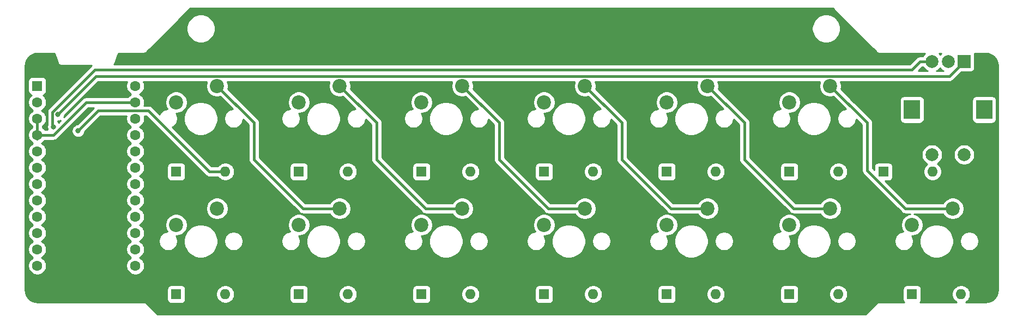
<source format=gbr>
%TF.GenerationSoftware,KiCad,Pcbnew,(5.1.10)-1*%
%TF.CreationDate,2021-12-19T12:14:16+01:00*%
%TF.ProjectId,KiCadPCB,4b694361-6450-4434-922e-6b696361645f,rev?*%
%TF.SameCoordinates,Original*%
%TF.FileFunction,Copper,L2,Bot*%
%TF.FilePolarity,Positive*%
%FSLAX46Y46*%
G04 Gerber Fmt 4.6, Leading zero omitted, Abs format (unit mm)*
G04 Created by KiCad (PCBNEW (5.1.10)-1) date 2021-12-19 12:14:16*
%MOMM*%
%LPD*%
G01*
G04 APERTURE LIST*
%TA.AperFunction,ComponentPad*%
%ADD10O,1.600000X1.600000*%
%TD*%
%TA.AperFunction,ComponentPad*%
%ADD11R,1.600000X1.600000*%
%TD*%
%TA.AperFunction,ComponentPad*%
%ADD12C,2.200000*%
%TD*%
%TA.AperFunction,ComponentPad*%
%ADD13C,1.600000*%
%TD*%
%TA.AperFunction,ComponentPad*%
%ADD14R,2.000000X2.000000*%
%TD*%
%TA.AperFunction,ComponentPad*%
%ADD15C,2.000000*%
%TD*%
%TA.AperFunction,ComponentPad*%
%ADD16R,2.500000X3.000000*%
%TD*%
%TA.AperFunction,ViaPad*%
%ADD17C,0.800000*%
%TD*%
%TA.AperFunction,Conductor*%
%ADD18C,0.400000*%
%TD*%
%TA.AperFunction,NonConductor*%
%ADD19C,0.254000*%
%TD*%
%TA.AperFunction,NonConductor*%
%ADD20C,0.100000*%
%TD*%
G04 APERTURE END LIST*
D10*
%TO.P,D14,2*%
%TO.N,Net-(D14-Pad2)*%
X219075000Y-50165000D03*
D11*
%TO.P,D14,1*%
%TO.N,/COL0*%
X211455000Y-50165000D03*
%TD*%
D10*
%TO.P,D13,2*%
%TO.N,/ROW1*%
X223520000Y-69215000D03*
D11*
%TO.P,D13,1*%
%TO.N,Net-(D13-Pad1)*%
X215900000Y-69215000D03*
%TD*%
D10*
%TO.P,D12,2*%
%TO.N,/ROW1*%
X204470000Y-69215000D03*
D11*
%TO.P,D12,1*%
%TO.N,Net-(D12-Pad1)*%
X196850000Y-69215000D03*
%TD*%
D10*
%TO.P,D11,2*%
%TO.N,/ROW1*%
X185420000Y-69215000D03*
D11*
%TO.P,D11,1*%
%TO.N,Net-(D11-Pad1)*%
X177800000Y-69215000D03*
%TD*%
D10*
%TO.P,D10,2*%
%TO.N,/ROW1*%
X166370000Y-69215000D03*
D11*
%TO.P,D10,1*%
%TO.N,Net-(D10-Pad1)*%
X158750000Y-69215000D03*
%TD*%
D10*
%TO.P,D9,2*%
%TO.N,/ROW1*%
X147320000Y-69215000D03*
D11*
%TO.P,D9,1*%
%TO.N,Net-(D9-Pad1)*%
X139700000Y-69215000D03*
%TD*%
D10*
%TO.P,D8,2*%
%TO.N,/ROW1*%
X128270000Y-69215000D03*
D11*
%TO.P,D8,1*%
%TO.N,Net-(D8-Pad1)*%
X120650000Y-69215000D03*
%TD*%
D10*
%TO.P,D7,2*%
%TO.N,/ROW1*%
X109220000Y-69215000D03*
D11*
%TO.P,D7,1*%
%TO.N,Net-(D7-Pad1)*%
X101600000Y-69215000D03*
%TD*%
D10*
%TO.P,D6,2*%
%TO.N,/ROW0*%
X204470000Y-50165000D03*
D11*
%TO.P,D6,1*%
%TO.N,Net-(D6-Pad1)*%
X196850000Y-50165000D03*
%TD*%
D10*
%TO.P,D5,2*%
%TO.N,/ROW0*%
X185420000Y-50165000D03*
D11*
%TO.P,D5,1*%
%TO.N,Net-(D5-Pad1)*%
X177800000Y-50165000D03*
%TD*%
D10*
%TO.P,D4,2*%
%TO.N,/ROW0*%
X166370000Y-50165000D03*
D11*
%TO.P,D4,1*%
%TO.N,Net-(D4-Pad1)*%
X158750000Y-50165000D03*
%TD*%
D10*
%TO.P,D3,2*%
%TO.N,/ROW0*%
X147320000Y-50165000D03*
D11*
%TO.P,D3,1*%
%TO.N,Net-(D3-Pad1)*%
X139700000Y-50165000D03*
%TD*%
D10*
%TO.P,D2,2*%
%TO.N,/ROW0*%
X128270000Y-50165000D03*
D11*
%TO.P,D2,1*%
%TO.N,Net-(D2-Pad1)*%
X120650000Y-50165000D03*
%TD*%
D10*
%TO.P,D1,2*%
%TO.N,/ROW0*%
X109220000Y-50165000D03*
D11*
%TO.P,D1,1*%
%TO.N,Net-(D1-Pad1)*%
X101600000Y-50165000D03*
%TD*%
D12*
%TO.P,SW13,2*%
%TO.N,Net-(D13-Pad1)*%
X215900000Y-58420000D03*
%TO.P,SW13,1*%
%TO.N,/COL6*%
X222250000Y-55880000D03*
%TD*%
%TO.P,SW12,2*%
%TO.N,Net-(D12-Pad1)*%
X196850000Y-58420000D03*
%TO.P,SW12,1*%
%TO.N,/COL5*%
X203200000Y-55880000D03*
%TD*%
%TO.P,SW11,2*%
%TO.N,Net-(D11-Pad1)*%
X177800000Y-58420000D03*
%TO.P,SW11,1*%
%TO.N,/COL4*%
X184150000Y-55880000D03*
%TD*%
%TO.P,SW10,2*%
%TO.N,Net-(D10-Pad1)*%
X158750000Y-58420000D03*
%TO.P,SW10,1*%
%TO.N,/COL3*%
X165100000Y-55880000D03*
%TD*%
%TO.P,SW9,2*%
%TO.N,Net-(D9-Pad1)*%
X139700000Y-58420000D03*
%TO.P,SW9,1*%
%TO.N,/COL2*%
X146050000Y-55880000D03*
%TD*%
%TO.P,SW8,2*%
%TO.N,Net-(D8-Pad1)*%
X120650000Y-58420000D03*
%TO.P,SW8,1*%
%TO.N,/COL1*%
X127000000Y-55880000D03*
%TD*%
%TO.P,SW7,2*%
%TO.N,Net-(D7-Pad1)*%
X101600000Y-58420000D03*
%TO.P,SW7,1*%
%TO.N,/COL0*%
X107950000Y-55880000D03*
%TD*%
%TO.P,SW6,2*%
%TO.N,Net-(D6-Pad1)*%
X196850000Y-39370000D03*
%TO.P,SW6,1*%
%TO.N,/COL6*%
X203200000Y-36830000D03*
%TD*%
%TO.P,SW5,2*%
%TO.N,Net-(D5-Pad1)*%
X177800000Y-39370000D03*
%TO.P,SW5,1*%
%TO.N,/COL5*%
X184150000Y-36830000D03*
%TD*%
%TO.P,SW4,2*%
%TO.N,Net-(D4-Pad1)*%
X158750000Y-39370000D03*
%TO.P,SW4,1*%
%TO.N,/COL4*%
X165100000Y-36830000D03*
%TD*%
%TO.P,SW3,2*%
%TO.N,Net-(D3-Pad1)*%
X139700000Y-39370000D03*
%TO.P,SW3,1*%
%TO.N,/COL3*%
X146050000Y-36830000D03*
%TD*%
%TO.P,SW2,2*%
%TO.N,Net-(D2-Pad1)*%
X120650000Y-39370000D03*
%TO.P,SW2,1*%
%TO.N,/COL2*%
X127000000Y-36830000D03*
%TD*%
%TO.P,SW1,2*%
%TO.N,Net-(D1-Pad1)*%
X101600000Y-39370000D03*
%TO.P,SW1,1*%
%TO.N,/COL1*%
X107950000Y-36830000D03*
%TD*%
D13*
%TO.P,U1,24*%
%TO.N,Net-(U1-Pad24)*%
X95250000Y-36830000D03*
%TO.P,U1,23*%
%TO.N,GND*%
X95250000Y-39370000D03*
%TO.P,U1,22*%
%TO.N,Net-(U1-Pad22)*%
X95250000Y-41910000D03*
%TO.P,U1,21*%
%TO.N,+5V*%
X95250000Y-44450000D03*
%TO.P,U1,20*%
%TO.N,Net-(U1-Pad20)*%
X95250000Y-46990000D03*
%TO.P,U1,19*%
%TO.N,/COL0*%
X95250000Y-49530000D03*
%TO.P,U1,18*%
%TO.N,/COL1*%
X95250000Y-52070000D03*
%TO.P,U1,17*%
%TO.N,/COL2*%
X95250000Y-54610000D03*
%TO.P,U1,16*%
%TO.N,/COL3*%
X95250000Y-57150000D03*
%TO.P,U1,15*%
%TO.N,/COL4*%
X95250000Y-59690000D03*
%TO.P,U1,14*%
%TO.N,/COL5*%
X95250000Y-62230000D03*
%TO.P,U1,13*%
%TO.N,/COL6*%
X95250000Y-64770000D03*
%TO.P,U1,12*%
%TO.N,/ROW1*%
X80010000Y-64770000D03*
%TO.P,U1,11*%
%TO.N,/ROW0*%
X80010000Y-62230000D03*
%TO.P,U1,10*%
%TO.N,Net-(U1-Pad10)*%
X80010000Y-59690000D03*
%TO.P,U1,9*%
%TO.N,Net-(U1-Pad9)*%
X80010000Y-57150000D03*
%TO.P,U1,8*%
%TO.N,Net-(SW14-PadA)*%
X80010000Y-54610000D03*
%TO.P,U1,7*%
%TO.N,Net-(SW14-PadB)*%
X80010000Y-52070000D03*
%TO.P,U1,6*%
%TO.N,Net-(U1-Pad6)*%
X80010000Y-49530000D03*
%TO.P,U1,5*%
%TO.N,Net-(U1-Pad5)*%
X80010000Y-46990000D03*
%TO.P,U1,4*%
%TO.N,GND*%
X80010000Y-44450000D03*
%TO.P,U1,3*%
X80010000Y-41910000D03*
%TO.P,U1,2*%
%TO.N,Net-(U1-Pad2)*%
X80010000Y-39370000D03*
D11*
%TO.P,U1,1*%
%TO.N,Net-(U1-Pad1)*%
X80010000Y-36830000D03*
%TD*%
D14*
%TO.P,SW14,A*%
%TO.N,Net-(SW14-PadA)*%
X224000000Y-33020000D03*
D15*
%TO.P,SW14,C*%
%TO.N,GND*%
X221500000Y-33020000D03*
%TO.P,SW14,B*%
%TO.N,Net-(SW14-PadB)*%
X219000000Y-33020000D03*
D16*
%TO.P,SW14,MP*%
%TO.N,N/C*%
X227100000Y-40520000D03*
X215900000Y-40520000D03*
D15*
%TO.P,SW14,S1*%
%TO.N,/ROW0*%
X224000000Y-47520000D03*
%TO.P,SW14,S2*%
%TO.N,Net-(D14-Pad2)*%
X219000000Y-47520000D03*
%TD*%
D17*
%TO.N,/ROW0*%
X86360000Y-43815000D03*
%TO.N,Net-(SW14-PadA)*%
X83185000Y-41275000D03*
%TO.N,Net-(SW14-PadB)*%
X82550000Y-43180000D03*
%TD*%
D18*
%TO.N,/ROW0*%
X106734998Y-50165000D02*
X109220000Y-50165000D01*
X97279997Y-40709999D02*
X106734998Y-50165000D01*
X89465001Y-40709999D02*
X97279997Y-40709999D01*
X86360000Y-43815000D02*
X89465001Y-40709999D01*
%TO.N,/COL1*%
X127000000Y-55880000D02*
X121285000Y-55880000D01*
X113665000Y-48260000D02*
X113665000Y-42545000D01*
X113665000Y-42545000D02*
X107950000Y-36830000D01*
X121285000Y-55880000D02*
X113665000Y-48260000D01*
%TO.N,/COL2*%
X146050000Y-55880000D02*
X140335000Y-55880000D01*
X132715000Y-48260000D02*
X132715000Y-42545000D01*
X132715000Y-42545000D02*
X127000000Y-36830000D01*
X140335000Y-55880000D02*
X132715000Y-48260000D01*
%TO.N,/COL3*%
X165100000Y-55880000D02*
X159385000Y-55880000D01*
X151765000Y-48260000D02*
X151765000Y-42545000D01*
X151765000Y-42545000D02*
X146050000Y-36830000D01*
X159385000Y-55880000D02*
X151765000Y-48260000D01*
%TO.N,/COL4*%
X184150000Y-55880000D02*
X178435000Y-55880000D01*
X170815000Y-48260000D02*
X170815000Y-42545000D01*
X170815000Y-42545000D02*
X165100000Y-36830000D01*
X178435000Y-55880000D02*
X170815000Y-48260000D01*
%TO.N,/COL5*%
X203200000Y-55880000D02*
X197485000Y-55880000D01*
X197485000Y-55880000D02*
X189865000Y-48260000D01*
X189865000Y-42545000D02*
X184150000Y-36830000D01*
X189865000Y-48260000D02*
X189865000Y-42545000D01*
%TO.N,/COL6*%
X214849998Y-55880000D02*
X222250000Y-55880000D01*
X208915000Y-42545000D02*
X208915000Y-49945002D01*
X208915000Y-49945002D02*
X214849998Y-55880000D01*
X203200000Y-36830000D02*
X208915000Y-42545000D01*
%TO.N,Net-(SW14-PadA)*%
X83185000Y-41275000D02*
X83185000Y-41275000D01*
X221690001Y-35329999D02*
X224000000Y-33020000D01*
X89130001Y-35329999D02*
X221690001Y-35329999D01*
X83185000Y-41275000D02*
X89130001Y-35329999D01*
%TO.N,GND*%
X80010000Y-44450000D02*
X82550000Y-44450000D01*
X87630000Y-39370000D02*
X95250000Y-39370000D01*
X82550000Y-44450000D02*
X87630000Y-39370000D01*
X80010000Y-41910000D02*
X80010000Y-45085000D01*
X80010000Y-44450000D02*
X80010000Y-41910000D01*
%TO.N,Net-(SW14-PadB)*%
X219000000Y-33020000D02*
X217170000Y-33020000D01*
X217170000Y-33020000D02*
X215900000Y-34290000D01*
X82384999Y-43014999D02*
X82550000Y-43180000D01*
X82384999Y-40890999D02*
X82384999Y-43014999D01*
X88985998Y-34290000D02*
X82384999Y-40890999D01*
X215900000Y-34290000D02*
X88985998Y-34290000D01*
%TD*%
D19*
X83191040Y-33220226D02*
X83207290Y-33273793D01*
X83226888Y-33310458D01*
X83243843Y-33348433D01*
X83257466Y-33367666D01*
X83268575Y-33388450D01*
X83294956Y-33420595D01*
X83318988Y-33454524D01*
X83336099Y-33470728D01*
X83351052Y-33488948D01*
X83383199Y-33515330D01*
X83413386Y-33543917D01*
X83433327Y-33556470D01*
X83451550Y-33571425D01*
X83488229Y-33591030D01*
X83523411Y-33613177D01*
X83545419Y-33621599D01*
X83566207Y-33632710D01*
X83606004Y-33644783D01*
X83644833Y-33659641D01*
X83668058Y-33663607D01*
X83690617Y-33670450D01*
X83732016Y-33674527D01*
X83772986Y-33681523D01*
X83828930Y-33680000D01*
X88413067Y-33680000D01*
X88392707Y-33696709D01*
X88366559Y-33728571D01*
X81823578Y-40271553D01*
X81791708Y-40297708D01*
X81716860Y-40388912D01*
X81687363Y-40424854D01*
X81609827Y-40569913D01*
X81562081Y-40727311D01*
X81545959Y-40890999D01*
X81549999Y-40932018D01*
X81550000Y-42902103D01*
X81515000Y-43078061D01*
X81515000Y-43281939D01*
X81554774Y-43481898D01*
X81609907Y-43615000D01*
X81177930Y-43615000D01*
X81124637Y-43535241D01*
X80924759Y-43335363D01*
X80845000Y-43282070D01*
X80845000Y-43077930D01*
X80924759Y-43024637D01*
X81124637Y-42824759D01*
X81281680Y-42589727D01*
X81389853Y-42328574D01*
X81445000Y-42051335D01*
X81445000Y-41768665D01*
X81389853Y-41491426D01*
X81281680Y-41230273D01*
X81124637Y-40995241D01*
X80924759Y-40795363D01*
X80692241Y-40640000D01*
X80924759Y-40484637D01*
X81124637Y-40284759D01*
X81281680Y-40049727D01*
X81389853Y-39788574D01*
X81445000Y-39511335D01*
X81445000Y-39228665D01*
X81389853Y-38951426D01*
X81281680Y-38690273D01*
X81124637Y-38455241D01*
X80926039Y-38256643D01*
X80934482Y-38255812D01*
X81054180Y-38219502D01*
X81164494Y-38160537D01*
X81261185Y-38081185D01*
X81340537Y-37984494D01*
X81399502Y-37874180D01*
X81435812Y-37754482D01*
X81448072Y-37630000D01*
X81448072Y-36030000D01*
X81435812Y-35905518D01*
X81399502Y-35785820D01*
X81340537Y-35675506D01*
X81261185Y-35578815D01*
X81164494Y-35499463D01*
X81054180Y-35440498D01*
X80934482Y-35404188D01*
X80810000Y-35391928D01*
X79210000Y-35391928D01*
X79085518Y-35404188D01*
X78965820Y-35440498D01*
X78855506Y-35499463D01*
X78758815Y-35578815D01*
X78679463Y-35675506D01*
X78620498Y-35785820D01*
X78584188Y-35905518D01*
X78571928Y-36030000D01*
X78571928Y-37630000D01*
X78584188Y-37754482D01*
X78620498Y-37874180D01*
X78679463Y-37984494D01*
X78758815Y-38081185D01*
X78855506Y-38160537D01*
X78965820Y-38219502D01*
X79085518Y-38255812D01*
X79093961Y-38256643D01*
X78895363Y-38455241D01*
X78738320Y-38690273D01*
X78630147Y-38951426D01*
X78575000Y-39228665D01*
X78575000Y-39511335D01*
X78630147Y-39788574D01*
X78738320Y-40049727D01*
X78895363Y-40284759D01*
X79095241Y-40484637D01*
X79327759Y-40640000D01*
X79095241Y-40795363D01*
X78895363Y-40995241D01*
X78738320Y-41230273D01*
X78630147Y-41491426D01*
X78575000Y-41768665D01*
X78575000Y-42051335D01*
X78630147Y-42328574D01*
X78738320Y-42589727D01*
X78895363Y-42824759D01*
X79095241Y-43024637D01*
X79175000Y-43077930D01*
X79175000Y-43282070D01*
X79095241Y-43335363D01*
X78895363Y-43535241D01*
X78738320Y-43770273D01*
X78630147Y-44031426D01*
X78575000Y-44308665D01*
X78575000Y-44591335D01*
X78630147Y-44868574D01*
X78738320Y-45129727D01*
X78895363Y-45364759D01*
X79095241Y-45564637D01*
X79327759Y-45720000D01*
X79095241Y-45875363D01*
X78895363Y-46075241D01*
X78738320Y-46310273D01*
X78630147Y-46571426D01*
X78575000Y-46848665D01*
X78575000Y-47131335D01*
X78630147Y-47408574D01*
X78738320Y-47669727D01*
X78895363Y-47904759D01*
X79095241Y-48104637D01*
X79327759Y-48260000D01*
X79095241Y-48415363D01*
X78895363Y-48615241D01*
X78738320Y-48850273D01*
X78630147Y-49111426D01*
X78575000Y-49388665D01*
X78575000Y-49671335D01*
X78630147Y-49948574D01*
X78738320Y-50209727D01*
X78895363Y-50444759D01*
X79095241Y-50644637D01*
X79327759Y-50800000D01*
X79095241Y-50955363D01*
X78895363Y-51155241D01*
X78738320Y-51390273D01*
X78630147Y-51651426D01*
X78575000Y-51928665D01*
X78575000Y-52211335D01*
X78630147Y-52488574D01*
X78738320Y-52749727D01*
X78895363Y-52984759D01*
X79095241Y-53184637D01*
X79327759Y-53340000D01*
X79095241Y-53495363D01*
X78895363Y-53695241D01*
X78738320Y-53930273D01*
X78630147Y-54191426D01*
X78575000Y-54468665D01*
X78575000Y-54751335D01*
X78630147Y-55028574D01*
X78738320Y-55289727D01*
X78895363Y-55524759D01*
X79095241Y-55724637D01*
X79327759Y-55880000D01*
X79095241Y-56035363D01*
X78895363Y-56235241D01*
X78738320Y-56470273D01*
X78630147Y-56731426D01*
X78575000Y-57008665D01*
X78575000Y-57291335D01*
X78630147Y-57568574D01*
X78738320Y-57829727D01*
X78895363Y-58064759D01*
X79095241Y-58264637D01*
X79327759Y-58420000D01*
X79095241Y-58575363D01*
X78895363Y-58775241D01*
X78738320Y-59010273D01*
X78630147Y-59271426D01*
X78575000Y-59548665D01*
X78575000Y-59831335D01*
X78630147Y-60108574D01*
X78738320Y-60369727D01*
X78895363Y-60604759D01*
X79095241Y-60804637D01*
X79327759Y-60960000D01*
X79095241Y-61115363D01*
X78895363Y-61315241D01*
X78738320Y-61550273D01*
X78630147Y-61811426D01*
X78575000Y-62088665D01*
X78575000Y-62371335D01*
X78630147Y-62648574D01*
X78738320Y-62909727D01*
X78895363Y-63144759D01*
X79095241Y-63344637D01*
X79327759Y-63500000D01*
X79095241Y-63655363D01*
X78895363Y-63855241D01*
X78738320Y-64090273D01*
X78630147Y-64351426D01*
X78575000Y-64628665D01*
X78575000Y-64911335D01*
X78630147Y-65188574D01*
X78738320Y-65449727D01*
X78895363Y-65684759D01*
X79095241Y-65884637D01*
X79330273Y-66041680D01*
X79591426Y-66149853D01*
X79868665Y-66205000D01*
X80151335Y-66205000D01*
X80428574Y-66149853D01*
X80689727Y-66041680D01*
X80924759Y-65884637D01*
X81124637Y-65684759D01*
X81281680Y-65449727D01*
X81389853Y-65188574D01*
X81445000Y-64911335D01*
X81445000Y-64628665D01*
X81389853Y-64351426D01*
X81281680Y-64090273D01*
X81124637Y-63855241D01*
X80924759Y-63655363D01*
X80692241Y-63500000D01*
X80924759Y-63344637D01*
X81124637Y-63144759D01*
X81281680Y-62909727D01*
X81389853Y-62648574D01*
X81445000Y-62371335D01*
X81445000Y-62088665D01*
X81389853Y-61811426D01*
X81281680Y-61550273D01*
X81124637Y-61315241D01*
X80924759Y-61115363D01*
X80692241Y-60960000D01*
X80924759Y-60804637D01*
X81124637Y-60604759D01*
X81281680Y-60369727D01*
X81389853Y-60108574D01*
X81445000Y-59831335D01*
X81445000Y-59548665D01*
X81389853Y-59271426D01*
X81281680Y-59010273D01*
X81124637Y-58775241D01*
X80924759Y-58575363D01*
X80692241Y-58420000D01*
X80924759Y-58264637D01*
X81124637Y-58064759D01*
X81281680Y-57829727D01*
X81389853Y-57568574D01*
X81445000Y-57291335D01*
X81445000Y-57008665D01*
X81389853Y-56731426D01*
X81281680Y-56470273D01*
X81124637Y-56235241D01*
X80924759Y-56035363D01*
X80692241Y-55880000D01*
X80924759Y-55724637D01*
X81124637Y-55524759D01*
X81281680Y-55289727D01*
X81389853Y-55028574D01*
X81445000Y-54751335D01*
X81445000Y-54468665D01*
X81389853Y-54191426D01*
X81281680Y-53930273D01*
X81124637Y-53695241D01*
X80924759Y-53495363D01*
X80692241Y-53340000D01*
X80924759Y-53184637D01*
X81124637Y-52984759D01*
X81281680Y-52749727D01*
X81389853Y-52488574D01*
X81445000Y-52211335D01*
X81445000Y-51928665D01*
X81389853Y-51651426D01*
X81281680Y-51390273D01*
X81124637Y-51155241D01*
X80924759Y-50955363D01*
X80692241Y-50800000D01*
X80924759Y-50644637D01*
X81124637Y-50444759D01*
X81281680Y-50209727D01*
X81389853Y-49948574D01*
X81445000Y-49671335D01*
X81445000Y-49388665D01*
X81389853Y-49111426D01*
X81281680Y-48850273D01*
X81124637Y-48615241D01*
X80924759Y-48415363D01*
X80692241Y-48260000D01*
X80924759Y-48104637D01*
X81124637Y-47904759D01*
X81281680Y-47669727D01*
X81389853Y-47408574D01*
X81445000Y-47131335D01*
X81445000Y-46848665D01*
X81389853Y-46571426D01*
X81281680Y-46310273D01*
X81124637Y-46075241D01*
X80924759Y-45875363D01*
X80692241Y-45720000D01*
X80924759Y-45564637D01*
X81124637Y-45364759D01*
X81177930Y-45285000D01*
X82508982Y-45285000D01*
X82550000Y-45289040D01*
X82591018Y-45285000D01*
X82591019Y-45285000D01*
X82713689Y-45272918D01*
X82871087Y-45225172D01*
X83016146Y-45147636D01*
X83143291Y-45043291D01*
X83169446Y-45011421D01*
X87975869Y-40205000D01*
X88789131Y-40205000D01*
X86203225Y-42790907D01*
X86058102Y-42819774D01*
X85869744Y-42897795D01*
X85700226Y-43011063D01*
X85556063Y-43155226D01*
X85442795Y-43324744D01*
X85364774Y-43513102D01*
X85325000Y-43713061D01*
X85325000Y-43916939D01*
X85364774Y-44116898D01*
X85442795Y-44305256D01*
X85556063Y-44474774D01*
X85700226Y-44618937D01*
X85869744Y-44732205D01*
X86058102Y-44810226D01*
X86258061Y-44850000D01*
X86461939Y-44850000D01*
X86661898Y-44810226D01*
X86850256Y-44732205D01*
X87019774Y-44618937D01*
X87163937Y-44474774D01*
X87277205Y-44305256D01*
X87355226Y-44116898D01*
X87384093Y-43971775D01*
X89810870Y-41544999D01*
X93859491Y-41544999D01*
X93815000Y-41768665D01*
X93815000Y-42051335D01*
X93870147Y-42328574D01*
X93978320Y-42589727D01*
X94135363Y-42824759D01*
X94335241Y-43024637D01*
X94567759Y-43180000D01*
X94335241Y-43335363D01*
X94135363Y-43535241D01*
X93978320Y-43770273D01*
X93870147Y-44031426D01*
X93815000Y-44308665D01*
X93815000Y-44591335D01*
X93870147Y-44868574D01*
X93978320Y-45129727D01*
X94135363Y-45364759D01*
X94335241Y-45564637D01*
X94567759Y-45720000D01*
X94335241Y-45875363D01*
X94135363Y-46075241D01*
X93978320Y-46310273D01*
X93870147Y-46571426D01*
X93815000Y-46848665D01*
X93815000Y-47131335D01*
X93870147Y-47408574D01*
X93978320Y-47669727D01*
X94135363Y-47904759D01*
X94335241Y-48104637D01*
X94567759Y-48260000D01*
X94335241Y-48415363D01*
X94135363Y-48615241D01*
X93978320Y-48850273D01*
X93870147Y-49111426D01*
X93815000Y-49388665D01*
X93815000Y-49671335D01*
X93870147Y-49948574D01*
X93978320Y-50209727D01*
X94135363Y-50444759D01*
X94335241Y-50644637D01*
X94567759Y-50800000D01*
X94335241Y-50955363D01*
X94135363Y-51155241D01*
X93978320Y-51390273D01*
X93870147Y-51651426D01*
X93815000Y-51928665D01*
X93815000Y-52211335D01*
X93870147Y-52488574D01*
X93978320Y-52749727D01*
X94135363Y-52984759D01*
X94335241Y-53184637D01*
X94567759Y-53340000D01*
X94335241Y-53495363D01*
X94135363Y-53695241D01*
X93978320Y-53930273D01*
X93870147Y-54191426D01*
X93815000Y-54468665D01*
X93815000Y-54751335D01*
X93870147Y-55028574D01*
X93978320Y-55289727D01*
X94135363Y-55524759D01*
X94335241Y-55724637D01*
X94567759Y-55880000D01*
X94335241Y-56035363D01*
X94135363Y-56235241D01*
X93978320Y-56470273D01*
X93870147Y-56731426D01*
X93815000Y-57008665D01*
X93815000Y-57291335D01*
X93870147Y-57568574D01*
X93978320Y-57829727D01*
X94135363Y-58064759D01*
X94335241Y-58264637D01*
X94567759Y-58420000D01*
X94335241Y-58575363D01*
X94135363Y-58775241D01*
X93978320Y-59010273D01*
X93870147Y-59271426D01*
X93815000Y-59548665D01*
X93815000Y-59831335D01*
X93870147Y-60108574D01*
X93978320Y-60369727D01*
X94135363Y-60604759D01*
X94335241Y-60804637D01*
X94567759Y-60960000D01*
X94335241Y-61115363D01*
X94135363Y-61315241D01*
X93978320Y-61550273D01*
X93870147Y-61811426D01*
X93815000Y-62088665D01*
X93815000Y-62371335D01*
X93870147Y-62648574D01*
X93978320Y-62909727D01*
X94135363Y-63144759D01*
X94335241Y-63344637D01*
X94567759Y-63500000D01*
X94335241Y-63655363D01*
X94135363Y-63855241D01*
X93978320Y-64090273D01*
X93870147Y-64351426D01*
X93815000Y-64628665D01*
X93815000Y-64911335D01*
X93870147Y-65188574D01*
X93978320Y-65449727D01*
X94135363Y-65684759D01*
X94335241Y-65884637D01*
X94570273Y-66041680D01*
X94831426Y-66149853D01*
X95108665Y-66205000D01*
X95391335Y-66205000D01*
X95668574Y-66149853D01*
X95929727Y-66041680D01*
X96164759Y-65884637D01*
X96364637Y-65684759D01*
X96521680Y-65449727D01*
X96629853Y-65188574D01*
X96685000Y-64911335D01*
X96685000Y-64628665D01*
X96629853Y-64351426D01*
X96521680Y-64090273D01*
X96364637Y-63855241D01*
X96164759Y-63655363D01*
X95932241Y-63500000D01*
X96164759Y-63344637D01*
X96364637Y-63144759D01*
X96521680Y-62909727D01*
X96629853Y-62648574D01*
X96685000Y-62371335D01*
X96685000Y-62088665D01*
X96629853Y-61811426D01*
X96521680Y-61550273D01*
X96364637Y-61315241D01*
X96164759Y-61115363D01*
X95932241Y-60960000D01*
X96151135Y-60813740D01*
X98845000Y-60813740D01*
X98845000Y-61106260D01*
X98902068Y-61393158D01*
X99014010Y-61663411D01*
X99176525Y-61906632D01*
X99383368Y-62113475D01*
X99626589Y-62275990D01*
X99896842Y-62387932D01*
X100183740Y-62445000D01*
X100476260Y-62445000D01*
X100763158Y-62387932D01*
X101033411Y-62275990D01*
X101276632Y-62113475D01*
X101483475Y-61906632D01*
X101645990Y-61663411D01*
X101757932Y-61393158D01*
X101815000Y-61106260D01*
X101815000Y-60813740D01*
X101792471Y-60700475D01*
X102775000Y-60700475D01*
X102775000Y-61219525D01*
X102876261Y-61728601D01*
X103074893Y-62208141D01*
X103363262Y-62639715D01*
X103730285Y-63006738D01*
X104161859Y-63295107D01*
X104641399Y-63493739D01*
X105150475Y-63595000D01*
X105669525Y-63595000D01*
X106178601Y-63493739D01*
X106658141Y-63295107D01*
X107089715Y-63006738D01*
X107456738Y-62639715D01*
X107745107Y-62208141D01*
X107943739Y-61728601D01*
X108045000Y-61219525D01*
X108045000Y-60813740D01*
X109005000Y-60813740D01*
X109005000Y-61106260D01*
X109062068Y-61393158D01*
X109174010Y-61663411D01*
X109336525Y-61906632D01*
X109543368Y-62113475D01*
X109786589Y-62275990D01*
X110056842Y-62387932D01*
X110343740Y-62445000D01*
X110636260Y-62445000D01*
X110923158Y-62387932D01*
X111193411Y-62275990D01*
X111436632Y-62113475D01*
X111643475Y-61906632D01*
X111805990Y-61663411D01*
X111917932Y-61393158D01*
X111975000Y-61106260D01*
X111975000Y-60813740D01*
X117895000Y-60813740D01*
X117895000Y-61106260D01*
X117952068Y-61393158D01*
X118064010Y-61663411D01*
X118226525Y-61906632D01*
X118433368Y-62113475D01*
X118676589Y-62275990D01*
X118946842Y-62387932D01*
X119233740Y-62445000D01*
X119526260Y-62445000D01*
X119813158Y-62387932D01*
X120083411Y-62275990D01*
X120326632Y-62113475D01*
X120533475Y-61906632D01*
X120695990Y-61663411D01*
X120807932Y-61393158D01*
X120865000Y-61106260D01*
X120865000Y-60813740D01*
X120842471Y-60700475D01*
X121825000Y-60700475D01*
X121825000Y-61219525D01*
X121926261Y-61728601D01*
X122124893Y-62208141D01*
X122413262Y-62639715D01*
X122780285Y-63006738D01*
X123211859Y-63295107D01*
X123691399Y-63493739D01*
X124200475Y-63595000D01*
X124719525Y-63595000D01*
X125228601Y-63493739D01*
X125708141Y-63295107D01*
X126139715Y-63006738D01*
X126506738Y-62639715D01*
X126795107Y-62208141D01*
X126993739Y-61728601D01*
X127095000Y-61219525D01*
X127095000Y-60813740D01*
X128055000Y-60813740D01*
X128055000Y-61106260D01*
X128112068Y-61393158D01*
X128224010Y-61663411D01*
X128386525Y-61906632D01*
X128593368Y-62113475D01*
X128836589Y-62275990D01*
X129106842Y-62387932D01*
X129393740Y-62445000D01*
X129686260Y-62445000D01*
X129973158Y-62387932D01*
X130243411Y-62275990D01*
X130486632Y-62113475D01*
X130693475Y-61906632D01*
X130855990Y-61663411D01*
X130967932Y-61393158D01*
X131025000Y-61106260D01*
X131025000Y-60813740D01*
X136945000Y-60813740D01*
X136945000Y-61106260D01*
X137002068Y-61393158D01*
X137114010Y-61663411D01*
X137276525Y-61906632D01*
X137483368Y-62113475D01*
X137726589Y-62275990D01*
X137996842Y-62387932D01*
X138283740Y-62445000D01*
X138576260Y-62445000D01*
X138863158Y-62387932D01*
X139133411Y-62275990D01*
X139376632Y-62113475D01*
X139583475Y-61906632D01*
X139745990Y-61663411D01*
X139857932Y-61393158D01*
X139915000Y-61106260D01*
X139915000Y-60813740D01*
X139892471Y-60700475D01*
X140875000Y-60700475D01*
X140875000Y-61219525D01*
X140976261Y-61728601D01*
X141174893Y-62208141D01*
X141463262Y-62639715D01*
X141830285Y-63006738D01*
X142261859Y-63295107D01*
X142741399Y-63493739D01*
X143250475Y-63595000D01*
X143769525Y-63595000D01*
X144278601Y-63493739D01*
X144758141Y-63295107D01*
X145189715Y-63006738D01*
X145556738Y-62639715D01*
X145845107Y-62208141D01*
X146043739Y-61728601D01*
X146145000Y-61219525D01*
X146145000Y-60813740D01*
X147105000Y-60813740D01*
X147105000Y-61106260D01*
X147162068Y-61393158D01*
X147274010Y-61663411D01*
X147436525Y-61906632D01*
X147643368Y-62113475D01*
X147886589Y-62275990D01*
X148156842Y-62387932D01*
X148443740Y-62445000D01*
X148736260Y-62445000D01*
X149023158Y-62387932D01*
X149293411Y-62275990D01*
X149536632Y-62113475D01*
X149743475Y-61906632D01*
X149905990Y-61663411D01*
X150017932Y-61393158D01*
X150075000Y-61106260D01*
X150075000Y-60813740D01*
X155995000Y-60813740D01*
X155995000Y-61106260D01*
X156052068Y-61393158D01*
X156164010Y-61663411D01*
X156326525Y-61906632D01*
X156533368Y-62113475D01*
X156776589Y-62275990D01*
X157046842Y-62387932D01*
X157333740Y-62445000D01*
X157626260Y-62445000D01*
X157913158Y-62387932D01*
X158183411Y-62275990D01*
X158426632Y-62113475D01*
X158633475Y-61906632D01*
X158795990Y-61663411D01*
X158907932Y-61393158D01*
X158965000Y-61106260D01*
X158965000Y-60813740D01*
X158942471Y-60700475D01*
X159925000Y-60700475D01*
X159925000Y-61219525D01*
X160026261Y-61728601D01*
X160224893Y-62208141D01*
X160513262Y-62639715D01*
X160880285Y-63006738D01*
X161311859Y-63295107D01*
X161791399Y-63493739D01*
X162300475Y-63595000D01*
X162819525Y-63595000D01*
X163328601Y-63493739D01*
X163808141Y-63295107D01*
X164239715Y-63006738D01*
X164606738Y-62639715D01*
X164895107Y-62208141D01*
X165093739Y-61728601D01*
X165195000Y-61219525D01*
X165195000Y-60813740D01*
X166155000Y-60813740D01*
X166155000Y-61106260D01*
X166212068Y-61393158D01*
X166324010Y-61663411D01*
X166486525Y-61906632D01*
X166693368Y-62113475D01*
X166936589Y-62275990D01*
X167206842Y-62387932D01*
X167493740Y-62445000D01*
X167786260Y-62445000D01*
X168073158Y-62387932D01*
X168343411Y-62275990D01*
X168586632Y-62113475D01*
X168793475Y-61906632D01*
X168955990Y-61663411D01*
X169067932Y-61393158D01*
X169125000Y-61106260D01*
X169125000Y-60813740D01*
X175045000Y-60813740D01*
X175045000Y-61106260D01*
X175102068Y-61393158D01*
X175214010Y-61663411D01*
X175376525Y-61906632D01*
X175583368Y-62113475D01*
X175826589Y-62275990D01*
X176096842Y-62387932D01*
X176383740Y-62445000D01*
X176676260Y-62445000D01*
X176963158Y-62387932D01*
X177233411Y-62275990D01*
X177476632Y-62113475D01*
X177683475Y-61906632D01*
X177845990Y-61663411D01*
X177957932Y-61393158D01*
X178015000Y-61106260D01*
X178015000Y-60813740D01*
X177992471Y-60700475D01*
X178975000Y-60700475D01*
X178975000Y-61219525D01*
X179076261Y-61728601D01*
X179274893Y-62208141D01*
X179563262Y-62639715D01*
X179930285Y-63006738D01*
X180361859Y-63295107D01*
X180841399Y-63493739D01*
X181350475Y-63595000D01*
X181869525Y-63595000D01*
X182378601Y-63493739D01*
X182858141Y-63295107D01*
X183289715Y-63006738D01*
X183656738Y-62639715D01*
X183945107Y-62208141D01*
X184143739Y-61728601D01*
X184245000Y-61219525D01*
X184245000Y-60813740D01*
X185205000Y-60813740D01*
X185205000Y-61106260D01*
X185262068Y-61393158D01*
X185374010Y-61663411D01*
X185536525Y-61906632D01*
X185743368Y-62113475D01*
X185986589Y-62275990D01*
X186256842Y-62387932D01*
X186543740Y-62445000D01*
X186836260Y-62445000D01*
X187123158Y-62387932D01*
X187393411Y-62275990D01*
X187636632Y-62113475D01*
X187843475Y-61906632D01*
X188005990Y-61663411D01*
X188117932Y-61393158D01*
X188175000Y-61106260D01*
X188175000Y-60813740D01*
X194095000Y-60813740D01*
X194095000Y-61106260D01*
X194152068Y-61393158D01*
X194264010Y-61663411D01*
X194426525Y-61906632D01*
X194633368Y-62113475D01*
X194876589Y-62275990D01*
X195146842Y-62387932D01*
X195433740Y-62445000D01*
X195726260Y-62445000D01*
X196013158Y-62387932D01*
X196283411Y-62275990D01*
X196526632Y-62113475D01*
X196733475Y-61906632D01*
X196895990Y-61663411D01*
X197007932Y-61393158D01*
X197065000Y-61106260D01*
X197065000Y-60813740D01*
X197042471Y-60700475D01*
X198025000Y-60700475D01*
X198025000Y-61219525D01*
X198126261Y-61728601D01*
X198324893Y-62208141D01*
X198613262Y-62639715D01*
X198980285Y-63006738D01*
X199411859Y-63295107D01*
X199891399Y-63493739D01*
X200400475Y-63595000D01*
X200919525Y-63595000D01*
X201428601Y-63493739D01*
X201908141Y-63295107D01*
X202339715Y-63006738D01*
X202706738Y-62639715D01*
X202995107Y-62208141D01*
X203193739Y-61728601D01*
X203295000Y-61219525D01*
X203295000Y-60813740D01*
X204255000Y-60813740D01*
X204255000Y-61106260D01*
X204312068Y-61393158D01*
X204424010Y-61663411D01*
X204586525Y-61906632D01*
X204793368Y-62113475D01*
X205036589Y-62275990D01*
X205306842Y-62387932D01*
X205593740Y-62445000D01*
X205886260Y-62445000D01*
X206173158Y-62387932D01*
X206443411Y-62275990D01*
X206686632Y-62113475D01*
X206893475Y-61906632D01*
X207055990Y-61663411D01*
X207167932Y-61393158D01*
X207225000Y-61106260D01*
X207225000Y-60813740D01*
X207167932Y-60526842D01*
X207055990Y-60256589D01*
X206893475Y-60013368D01*
X206686632Y-59806525D01*
X206443411Y-59644010D01*
X206173158Y-59532068D01*
X205886260Y-59475000D01*
X205593740Y-59475000D01*
X205306842Y-59532068D01*
X205036589Y-59644010D01*
X204793368Y-59806525D01*
X204586525Y-60013368D01*
X204424010Y-60256589D01*
X204312068Y-60526842D01*
X204255000Y-60813740D01*
X203295000Y-60813740D01*
X203295000Y-60700475D01*
X203193739Y-60191399D01*
X202995107Y-59711859D01*
X202706738Y-59280285D01*
X202339715Y-58913262D01*
X201908141Y-58624893D01*
X201428601Y-58426261D01*
X200919525Y-58325000D01*
X200400475Y-58325000D01*
X199891399Y-58426261D01*
X199411859Y-58624893D01*
X198980285Y-58913262D01*
X198613262Y-59280285D01*
X198324893Y-59711859D01*
X198126261Y-60191399D01*
X198025000Y-60700475D01*
X197042471Y-60700475D01*
X197007932Y-60526842D01*
X196895990Y-60256589D01*
X196828110Y-60155000D01*
X197020883Y-60155000D01*
X197356081Y-60088325D01*
X197671831Y-59957537D01*
X197955998Y-59767663D01*
X198197663Y-59525998D01*
X198387537Y-59241831D01*
X198518325Y-58926081D01*
X198585000Y-58590883D01*
X198585000Y-58249117D01*
X198518325Y-57913919D01*
X198387537Y-57598169D01*
X198197663Y-57314002D01*
X197955998Y-57072337D01*
X197671831Y-56882463D01*
X197356081Y-56751675D01*
X197020883Y-56685000D01*
X196679117Y-56685000D01*
X196343919Y-56751675D01*
X196028169Y-56882463D01*
X195744002Y-57072337D01*
X195502337Y-57314002D01*
X195312463Y-57598169D01*
X195181675Y-57913919D01*
X195115000Y-58249117D01*
X195115000Y-58590883D01*
X195181675Y-58926081D01*
X195312463Y-59241831D01*
X195468261Y-59475000D01*
X195433740Y-59475000D01*
X195146842Y-59532068D01*
X194876589Y-59644010D01*
X194633368Y-59806525D01*
X194426525Y-60013368D01*
X194264010Y-60256589D01*
X194152068Y-60526842D01*
X194095000Y-60813740D01*
X188175000Y-60813740D01*
X188117932Y-60526842D01*
X188005990Y-60256589D01*
X187843475Y-60013368D01*
X187636632Y-59806525D01*
X187393411Y-59644010D01*
X187123158Y-59532068D01*
X186836260Y-59475000D01*
X186543740Y-59475000D01*
X186256842Y-59532068D01*
X185986589Y-59644010D01*
X185743368Y-59806525D01*
X185536525Y-60013368D01*
X185374010Y-60256589D01*
X185262068Y-60526842D01*
X185205000Y-60813740D01*
X184245000Y-60813740D01*
X184245000Y-60700475D01*
X184143739Y-60191399D01*
X183945107Y-59711859D01*
X183656738Y-59280285D01*
X183289715Y-58913262D01*
X182858141Y-58624893D01*
X182378601Y-58426261D01*
X181869525Y-58325000D01*
X181350475Y-58325000D01*
X180841399Y-58426261D01*
X180361859Y-58624893D01*
X179930285Y-58913262D01*
X179563262Y-59280285D01*
X179274893Y-59711859D01*
X179076261Y-60191399D01*
X178975000Y-60700475D01*
X177992471Y-60700475D01*
X177957932Y-60526842D01*
X177845990Y-60256589D01*
X177778110Y-60155000D01*
X177970883Y-60155000D01*
X178306081Y-60088325D01*
X178621831Y-59957537D01*
X178905998Y-59767663D01*
X179147663Y-59525998D01*
X179337537Y-59241831D01*
X179468325Y-58926081D01*
X179535000Y-58590883D01*
X179535000Y-58249117D01*
X179468325Y-57913919D01*
X179337537Y-57598169D01*
X179147663Y-57314002D01*
X178905998Y-57072337D01*
X178621831Y-56882463D01*
X178306081Y-56751675D01*
X177970883Y-56685000D01*
X177629117Y-56685000D01*
X177293919Y-56751675D01*
X176978169Y-56882463D01*
X176694002Y-57072337D01*
X176452337Y-57314002D01*
X176262463Y-57598169D01*
X176131675Y-57913919D01*
X176065000Y-58249117D01*
X176065000Y-58590883D01*
X176131675Y-58926081D01*
X176262463Y-59241831D01*
X176418261Y-59475000D01*
X176383740Y-59475000D01*
X176096842Y-59532068D01*
X175826589Y-59644010D01*
X175583368Y-59806525D01*
X175376525Y-60013368D01*
X175214010Y-60256589D01*
X175102068Y-60526842D01*
X175045000Y-60813740D01*
X169125000Y-60813740D01*
X169067932Y-60526842D01*
X168955990Y-60256589D01*
X168793475Y-60013368D01*
X168586632Y-59806525D01*
X168343411Y-59644010D01*
X168073158Y-59532068D01*
X167786260Y-59475000D01*
X167493740Y-59475000D01*
X167206842Y-59532068D01*
X166936589Y-59644010D01*
X166693368Y-59806525D01*
X166486525Y-60013368D01*
X166324010Y-60256589D01*
X166212068Y-60526842D01*
X166155000Y-60813740D01*
X165195000Y-60813740D01*
X165195000Y-60700475D01*
X165093739Y-60191399D01*
X164895107Y-59711859D01*
X164606738Y-59280285D01*
X164239715Y-58913262D01*
X163808141Y-58624893D01*
X163328601Y-58426261D01*
X162819525Y-58325000D01*
X162300475Y-58325000D01*
X161791399Y-58426261D01*
X161311859Y-58624893D01*
X160880285Y-58913262D01*
X160513262Y-59280285D01*
X160224893Y-59711859D01*
X160026261Y-60191399D01*
X159925000Y-60700475D01*
X158942471Y-60700475D01*
X158907932Y-60526842D01*
X158795990Y-60256589D01*
X158728110Y-60155000D01*
X158920883Y-60155000D01*
X159256081Y-60088325D01*
X159571831Y-59957537D01*
X159855998Y-59767663D01*
X160097663Y-59525998D01*
X160287537Y-59241831D01*
X160418325Y-58926081D01*
X160485000Y-58590883D01*
X160485000Y-58249117D01*
X160418325Y-57913919D01*
X160287537Y-57598169D01*
X160097663Y-57314002D01*
X159855998Y-57072337D01*
X159571831Y-56882463D01*
X159256081Y-56751675D01*
X158920883Y-56685000D01*
X158579117Y-56685000D01*
X158243919Y-56751675D01*
X157928169Y-56882463D01*
X157644002Y-57072337D01*
X157402337Y-57314002D01*
X157212463Y-57598169D01*
X157081675Y-57913919D01*
X157015000Y-58249117D01*
X157015000Y-58590883D01*
X157081675Y-58926081D01*
X157212463Y-59241831D01*
X157368261Y-59475000D01*
X157333740Y-59475000D01*
X157046842Y-59532068D01*
X156776589Y-59644010D01*
X156533368Y-59806525D01*
X156326525Y-60013368D01*
X156164010Y-60256589D01*
X156052068Y-60526842D01*
X155995000Y-60813740D01*
X150075000Y-60813740D01*
X150017932Y-60526842D01*
X149905990Y-60256589D01*
X149743475Y-60013368D01*
X149536632Y-59806525D01*
X149293411Y-59644010D01*
X149023158Y-59532068D01*
X148736260Y-59475000D01*
X148443740Y-59475000D01*
X148156842Y-59532068D01*
X147886589Y-59644010D01*
X147643368Y-59806525D01*
X147436525Y-60013368D01*
X147274010Y-60256589D01*
X147162068Y-60526842D01*
X147105000Y-60813740D01*
X146145000Y-60813740D01*
X146145000Y-60700475D01*
X146043739Y-60191399D01*
X145845107Y-59711859D01*
X145556738Y-59280285D01*
X145189715Y-58913262D01*
X144758141Y-58624893D01*
X144278601Y-58426261D01*
X143769525Y-58325000D01*
X143250475Y-58325000D01*
X142741399Y-58426261D01*
X142261859Y-58624893D01*
X141830285Y-58913262D01*
X141463262Y-59280285D01*
X141174893Y-59711859D01*
X140976261Y-60191399D01*
X140875000Y-60700475D01*
X139892471Y-60700475D01*
X139857932Y-60526842D01*
X139745990Y-60256589D01*
X139678110Y-60155000D01*
X139870883Y-60155000D01*
X140206081Y-60088325D01*
X140521831Y-59957537D01*
X140805998Y-59767663D01*
X141047663Y-59525998D01*
X141237537Y-59241831D01*
X141368325Y-58926081D01*
X141435000Y-58590883D01*
X141435000Y-58249117D01*
X141368325Y-57913919D01*
X141237537Y-57598169D01*
X141047663Y-57314002D01*
X140805998Y-57072337D01*
X140521831Y-56882463D01*
X140206081Y-56751675D01*
X139870883Y-56685000D01*
X139529117Y-56685000D01*
X139193919Y-56751675D01*
X138878169Y-56882463D01*
X138594002Y-57072337D01*
X138352337Y-57314002D01*
X138162463Y-57598169D01*
X138031675Y-57913919D01*
X137965000Y-58249117D01*
X137965000Y-58590883D01*
X138031675Y-58926081D01*
X138162463Y-59241831D01*
X138318261Y-59475000D01*
X138283740Y-59475000D01*
X137996842Y-59532068D01*
X137726589Y-59644010D01*
X137483368Y-59806525D01*
X137276525Y-60013368D01*
X137114010Y-60256589D01*
X137002068Y-60526842D01*
X136945000Y-60813740D01*
X131025000Y-60813740D01*
X130967932Y-60526842D01*
X130855990Y-60256589D01*
X130693475Y-60013368D01*
X130486632Y-59806525D01*
X130243411Y-59644010D01*
X129973158Y-59532068D01*
X129686260Y-59475000D01*
X129393740Y-59475000D01*
X129106842Y-59532068D01*
X128836589Y-59644010D01*
X128593368Y-59806525D01*
X128386525Y-60013368D01*
X128224010Y-60256589D01*
X128112068Y-60526842D01*
X128055000Y-60813740D01*
X127095000Y-60813740D01*
X127095000Y-60700475D01*
X126993739Y-60191399D01*
X126795107Y-59711859D01*
X126506738Y-59280285D01*
X126139715Y-58913262D01*
X125708141Y-58624893D01*
X125228601Y-58426261D01*
X124719525Y-58325000D01*
X124200475Y-58325000D01*
X123691399Y-58426261D01*
X123211859Y-58624893D01*
X122780285Y-58913262D01*
X122413262Y-59280285D01*
X122124893Y-59711859D01*
X121926261Y-60191399D01*
X121825000Y-60700475D01*
X120842471Y-60700475D01*
X120807932Y-60526842D01*
X120695990Y-60256589D01*
X120628110Y-60155000D01*
X120820883Y-60155000D01*
X121156081Y-60088325D01*
X121471831Y-59957537D01*
X121755998Y-59767663D01*
X121997663Y-59525998D01*
X122187537Y-59241831D01*
X122318325Y-58926081D01*
X122385000Y-58590883D01*
X122385000Y-58249117D01*
X122318325Y-57913919D01*
X122187537Y-57598169D01*
X121997663Y-57314002D01*
X121755998Y-57072337D01*
X121471831Y-56882463D01*
X121156081Y-56751675D01*
X120820883Y-56685000D01*
X120479117Y-56685000D01*
X120143919Y-56751675D01*
X119828169Y-56882463D01*
X119544002Y-57072337D01*
X119302337Y-57314002D01*
X119112463Y-57598169D01*
X118981675Y-57913919D01*
X118915000Y-58249117D01*
X118915000Y-58590883D01*
X118981675Y-58926081D01*
X119112463Y-59241831D01*
X119268261Y-59475000D01*
X119233740Y-59475000D01*
X118946842Y-59532068D01*
X118676589Y-59644010D01*
X118433368Y-59806525D01*
X118226525Y-60013368D01*
X118064010Y-60256589D01*
X117952068Y-60526842D01*
X117895000Y-60813740D01*
X111975000Y-60813740D01*
X111917932Y-60526842D01*
X111805990Y-60256589D01*
X111643475Y-60013368D01*
X111436632Y-59806525D01*
X111193411Y-59644010D01*
X110923158Y-59532068D01*
X110636260Y-59475000D01*
X110343740Y-59475000D01*
X110056842Y-59532068D01*
X109786589Y-59644010D01*
X109543368Y-59806525D01*
X109336525Y-60013368D01*
X109174010Y-60256589D01*
X109062068Y-60526842D01*
X109005000Y-60813740D01*
X108045000Y-60813740D01*
X108045000Y-60700475D01*
X107943739Y-60191399D01*
X107745107Y-59711859D01*
X107456738Y-59280285D01*
X107089715Y-58913262D01*
X106658141Y-58624893D01*
X106178601Y-58426261D01*
X105669525Y-58325000D01*
X105150475Y-58325000D01*
X104641399Y-58426261D01*
X104161859Y-58624893D01*
X103730285Y-58913262D01*
X103363262Y-59280285D01*
X103074893Y-59711859D01*
X102876261Y-60191399D01*
X102775000Y-60700475D01*
X101792471Y-60700475D01*
X101757932Y-60526842D01*
X101645990Y-60256589D01*
X101578110Y-60155000D01*
X101770883Y-60155000D01*
X102106081Y-60088325D01*
X102421831Y-59957537D01*
X102705998Y-59767663D01*
X102947663Y-59525998D01*
X103137537Y-59241831D01*
X103268325Y-58926081D01*
X103335000Y-58590883D01*
X103335000Y-58249117D01*
X103268325Y-57913919D01*
X103137537Y-57598169D01*
X102947663Y-57314002D01*
X102705998Y-57072337D01*
X102421831Y-56882463D01*
X102106081Y-56751675D01*
X101770883Y-56685000D01*
X101429117Y-56685000D01*
X101093919Y-56751675D01*
X100778169Y-56882463D01*
X100494002Y-57072337D01*
X100252337Y-57314002D01*
X100062463Y-57598169D01*
X99931675Y-57913919D01*
X99865000Y-58249117D01*
X99865000Y-58590883D01*
X99931675Y-58926081D01*
X100062463Y-59241831D01*
X100218261Y-59475000D01*
X100183740Y-59475000D01*
X99896842Y-59532068D01*
X99626589Y-59644010D01*
X99383368Y-59806525D01*
X99176525Y-60013368D01*
X99014010Y-60256589D01*
X98902068Y-60526842D01*
X98845000Y-60813740D01*
X96151135Y-60813740D01*
X96164759Y-60804637D01*
X96364637Y-60604759D01*
X96521680Y-60369727D01*
X96629853Y-60108574D01*
X96685000Y-59831335D01*
X96685000Y-59548665D01*
X96629853Y-59271426D01*
X96521680Y-59010273D01*
X96364637Y-58775241D01*
X96164759Y-58575363D01*
X95932241Y-58420000D01*
X96164759Y-58264637D01*
X96364637Y-58064759D01*
X96521680Y-57829727D01*
X96629853Y-57568574D01*
X96685000Y-57291335D01*
X96685000Y-57008665D01*
X96629853Y-56731426D01*
X96521680Y-56470273D01*
X96364637Y-56235241D01*
X96164759Y-56035363D01*
X95932241Y-55880000D01*
X96164759Y-55724637D01*
X96180279Y-55709117D01*
X106215000Y-55709117D01*
X106215000Y-56050883D01*
X106281675Y-56386081D01*
X106412463Y-56701831D01*
X106602337Y-56985998D01*
X106844002Y-57227663D01*
X107128169Y-57417537D01*
X107443919Y-57548325D01*
X107779117Y-57615000D01*
X108120883Y-57615000D01*
X108456081Y-57548325D01*
X108771831Y-57417537D01*
X109055998Y-57227663D01*
X109297663Y-56985998D01*
X109487537Y-56701831D01*
X109618325Y-56386081D01*
X109685000Y-56050883D01*
X109685000Y-55709117D01*
X109618325Y-55373919D01*
X109487537Y-55058169D01*
X109297663Y-54774002D01*
X109055998Y-54532337D01*
X108771831Y-54342463D01*
X108456081Y-54211675D01*
X108120883Y-54145000D01*
X107779117Y-54145000D01*
X107443919Y-54211675D01*
X107128169Y-54342463D01*
X106844002Y-54532337D01*
X106602337Y-54774002D01*
X106412463Y-55058169D01*
X106281675Y-55373919D01*
X106215000Y-55709117D01*
X96180279Y-55709117D01*
X96364637Y-55524759D01*
X96521680Y-55289727D01*
X96629853Y-55028574D01*
X96685000Y-54751335D01*
X96685000Y-54468665D01*
X96629853Y-54191426D01*
X96521680Y-53930273D01*
X96364637Y-53695241D01*
X96164759Y-53495363D01*
X95932241Y-53340000D01*
X96164759Y-53184637D01*
X96364637Y-52984759D01*
X96521680Y-52749727D01*
X96629853Y-52488574D01*
X96685000Y-52211335D01*
X96685000Y-51928665D01*
X96629853Y-51651426D01*
X96521680Y-51390273D01*
X96364637Y-51155241D01*
X96164759Y-50955363D01*
X95932241Y-50800000D01*
X96164759Y-50644637D01*
X96364637Y-50444759D01*
X96521680Y-50209727D01*
X96629853Y-49948574D01*
X96685000Y-49671335D01*
X96685000Y-49388665D01*
X96680293Y-49365000D01*
X100161928Y-49365000D01*
X100161928Y-50965000D01*
X100174188Y-51089482D01*
X100210498Y-51209180D01*
X100269463Y-51319494D01*
X100348815Y-51416185D01*
X100445506Y-51495537D01*
X100555820Y-51554502D01*
X100675518Y-51590812D01*
X100800000Y-51603072D01*
X102400000Y-51603072D01*
X102524482Y-51590812D01*
X102644180Y-51554502D01*
X102754494Y-51495537D01*
X102851185Y-51416185D01*
X102930537Y-51319494D01*
X102989502Y-51209180D01*
X103025812Y-51089482D01*
X103038072Y-50965000D01*
X103038072Y-49365000D01*
X103025812Y-49240518D01*
X102989502Y-49120820D01*
X102930537Y-49010506D01*
X102851185Y-48913815D01*
X102754494Y-48834463D01*
X102644180Y-48775498D01*
X102524482Y-48739188D01*
X102400000Y-48726928D01*
X100800000Y-48726928D01*
X100675518Y-48739188D01*
X100555820Y-48775498D01*
X100445506Y-48834463D01*
X100348815Y-48913815D01*
X100269463Y-49010506D01*
X100210498Y-49120820D01*
X100174188Y-49240518D01*
X100161928Y-49365000D01*
X96680293Y-49365000D01*
X96629853Y-49111426D01*
X96521680Y-48850273D01*
X96364637Y-48615241D01*
X96164759Y-48415363D01*
X95932241Y-48260000D01*
X96164759Y-48104637D01*
X96364637Y-47904759D01*
X96521680Y-47669727D01*
X96629853Y-47408574D01*
X96685000Y-47131335D01*
X96685000Y-46848665D01*
X96629853Y-46571426D01*
X96521680Y-46310273D01*
X96364637Y-46075241D01*
X96164759Y-45875363D01*
X95932241Y-45720000D01*
X96164759Y-45564637D01*
X96364637Y-45364759D01*
X96521680Y-45129727D01*
X96629853Y-44868574D01*
X96685000Y-44591335D01*
X96685000Y-44308665D01*
X96629853Y-44031426D01*
X96521680Y-43770273D01*
X96364637Y-43535241D01*
X96164759Y-43335363D01*
X95932241Y-43180000D01*
X96164759Y-43024637D01*
X96364637Y-42824759D01*
X96521680Y-42589727D01*
X96629853Y-42328574D01*
X96685000Y-42051335D01*
X96685000Y-41768665D01*
X96640509Y-41544999D01*
X96934130Y-41544999D01*
X106115561Y-50726432D01*
X106141707Y-50758291D01*
X106173566Y-50784437D01*
X106173568Y-50784439D01*
X106247030Y-50844727D01*
X106268852Y-50862636D01*
X106413911Y-50940172D01*
X106571309Y-50987918D01*
X106693979Y-51000000D01*
X106693980Y-51000000D01*
X106734998Y-51004040D01*
X106776016Y-51000000D01*
X108052070Y-51000000D01*
X108105363Y-51079759D01*
X108305241Y-51279637D01*
X108540273Y-51436680D01*
X108801426Y-51544853D01*
X109078665Y-51600000D01*
X109361335Y-51600000D01*
X109638574Y-51544853D01*
X109899727Y-51436680D01*
X110134759Y-51279637D01*
X110334637Y-51079759D01*
X110491680Y-50844727D01*
X110599853Y-50583574D01*
X110655000Y-50306335D01*
X110655000Y-50023665D01*
X110599853Y-49746426D01*
X110491680Y-49485273D01*
X110334637Y-49250241D01*
X110134759Y-49050363D01*
X109899727Y-48893320D01*
X109638574Y-48785147D01*
X109361335Y-48730000D01*
X109078665Y-48730000D01*
X108801426Y-48785147D01*
X108540273Y-48893320D01*
X108305241Y-49050363D01*
X108105363Y-49250241D01*
X108052070Y-49330000D01*
X107080867Y-49330000D01*
X100993420Y-43242555D01*
X101033411Y-43225990D01*
X101276632Y-43063475D01*
X101483475Y-42856632D01*
X101645990Y-42613411D01*
X101757932Y-42343158D01*
X101815000Y-42056260D01*
X101815000Y-41763740D01*
X101792471Y-41650475D01*
X102775000Y-41650475D01*
X102775000Y-42169525D01*
X102876261Y-42678601D01*
X103074893Y-43158141D01*
X103363262Y-43589715D01*
X103730285Y-43956738D01*
X104161859Y-44245107D01*
X104641399Y-44443739D01*
X105150475Y-44545000D01*
X105669525Y-44545000D01*
X106178601Y-44443739D01*
X106658141Y-44245107D01*
X107089715Y-43956738D01*
X107456738Y-43589715D01*
X107745107Y-43158141D01*
X107943739Y-42678601D01*
X108045000Y-42169525D01*
X108045000Y-41650475D01*
X107943739Y-41141399D01*
X107745107Y-40661859D01*
X107456738Y-40230285D01*
X107089715Y-39863262D01*
X106658141Y-39574893D01*
X106178601Y-39376261D01*
X105669525Y-39275000D01*
X105150475Y-39275000D01*
X104641399Y-39376261D01*
X104161859Y-39574893D01*
X103730285Y-39863262D01*
X103363262Y-40230285D01*
X103074893Y-40661859D01*
X102876261Y-41141399D01*
X102775000Y-41650475D01*
X101792471Y-41650475D01*
X101757932Y-41476842D01*
X101645990Y-41206589D01*
X101578110Y-41105000D01*
X101770883Y-41105000D01*
X102106081Y-41038325D01*
X102421831Y-40907537D01*
X102705998Y-40717663D01*
X102947663Y-40475998D01*
X103137537Y-40191831D01*
X103268325Y-39876081D01*
X103335000Y-39540883D01*
X103335000Y-39199117D01*
X103268325Y-38863919D01*
X103137537Y-38548169D01*
X102947663Y-38264002D01*
X102705998Y-38022337D01*
X102421831Y-37832463D01*
X102106081Y-37701675D01*
X101770883Y-37635000D01*
X101429117Y-37635000D01*
X101093919Y-37701675D01*
X100778169Y-37832463D01*
X100494002Y-38022337D01*
X100252337Y-38264002D01*
X100062463Y-38548169D01*
X99931675Y-38863919D01*
X99865000Y-39199117D01*
X99865000Y-39540883D01*
X99931675Y-39876081D01*
X100062463Y-40191831D01*
X100218261Y-40425000D01*
X100183740Y-40425000D01*
X99896842Y-40482068D01*
X99626589Y-40594010D01*
X99383368Y-40756525D01*
X99176525Y-40963368D01*
X99014010Y-41206589D01*
X98997445Y-41246580D01*
X97899443Y-40148578D01*
X97873288Y-40116708D01*
X97746143Y-40012363D01*
X97601084Y-39934827D01*
X97443686Y-39887081D01*
X97321016Y-39874999D01*
X97321015Y-39874999D01*
X97279997Y-39870959D01*
X97238979Y-39874999D01*
X96594055Y-39874999D01*
X96629853Y-39788574D01*
X96685000Y-39511335D01*
X96685000Y-39228665D01*
X96629853Y-38951426D01*
X96521680Y-38690273D01*
X96364637Y-38455241D01*
X96164759Y-38255363D01*
X95932241Y-38100000D01*
X96164759Y-37944637D01*
X96364637Y-37744759D01*
X96521680Y-37509727D01*
X96629853Y-37248574D01*
X96685000Y-36971335D01*
X96685000Y-36688665D01*
X96629853Y-36411426D01*
X96527780Y-36164999D01*
X106347502Y-36164999D01*
X106281675Y-36323919D01*
X106215000Y-36659117D01*
X106215000Y-37000883D01*
X106281675Y-37336081D01*
X106412463Y-37651831D01*
X106602337Y-37935998D01*
X106844002Y-38177663D01*
X107128169Y-38367537D01*
X107443919Y-38498325D01*
X107779117Y-38565000D01*
X108120883Y-38565000D01*
X108440547Y-38501415D01*
X110364132Y-40425000D01*
X110343740Y-40425000D01*
X110056842Y-40482068D01*
X109786589Y-40594010D01*
X109543368Y-40756525D01*
X109336525Y-40963368D01*
X109174010Y-41206589D01*
X109062068Y-41476842D01*
X109005000Y-41763740D01*
X109005000Y-42056260D01*
X109062068Y-42343158D01*
X109174010Y-42613411D01*
X109336525Y-42856632D01*
X109543368Y-43063475D01*
X109786589Y-43225990D01*
X110056842Y-43337932D01*
X110343740Y-43395000D01*
X110636260Y-43395000D01*
X110923158Y-43337932D01*
X111193411Y-43225990D01*
X111436632Y-43063475D01*
X111643475Y-42856632D01*
X111805990Y-42613411D01*
X111917932Y-42343158D01*
X111975000Y-42056260D01*
X111975000Y-42035869D01*
X112830001Y-42890870D01*
X112830000Y-48218981D01*
X112825960Y-48260000D01*
X112830000Y-48301018D01*
X112842082Y-48423688D01*
X112889828Y-48581086D01*
X112967364Y-48726145D01*
X113071709Y-48853291D01*
X113103579Y-48879446D01*
X120665559Y-56441427D01*
X120691709Y-56473291D01*
X120818854Y-56577636D01*
X120963913Y-56655172D01*
X121121311Y-56702918D01*
X121243981Y-56715000D01*
X121243991Y-56715000D01*
X121284999Y-56719039D01*
X121326007Y-56715000D01*
X125471262Y-56715000D01*
X125652337Y-56985998D01*
X125894002Y-57227663D01*
X126178169Y-57417537D01*
X126493919Y-57548325D01*
X126829117Y-57615000D01*
X127170883Y-57615000D01*
X127506081Y-57548325D01*
X127821831Y-57417537D01*
X128105998Y-57227663D01*
X128347663Y-56985998D01*
X128537537Y-56701831D01*
X128668325Y-56386081D01*
X128735000Y-56050883D01*
X128735000Y-55709117D01*
X128668325Y-55373919D01*
X128537537Y-55058169D01*
X128347663Y-54774002D01*
X128105998Y-54532337D01*
X127821831Y-54342463D01*
X127506081Y-54211675D01*
X127170883Y-54145000D01*
X126829117Y-54145000D01*
X126493919Y-54211675D01*
X126178169Y-54342463D01*
X125894002Y-54532337D01*
X125652337Y-54774002D01*
X125471262Y-55045000D01*
X121630868Y-55045000D01*
X115950868Y-49365000D01*
X119211928Y-49365000D01*
X119211928Y-50965000D01*
X119224188Y-51089482D01*
X119260498Y-51209180D01*
X119319463Y-51319494D01*
X119398815Y-51416185D01*
X119495506Y-51495537D01*
X119605820Y-51554502D01*
X119725518Y-51590812D01*
X119850000Y-51603072D01*
X121450000Y-51603072D01*
X121574482Y-51590812D01*
X121694180Y-51554502D01*
X121804494Y-51495537D01*
X121901185Y-51416185D01*
X121980537Y-51319494D01*
X122039502Y-51209180D01*
X122075812Y-51089482D01*
X122088072Y-50965000D01*
X122088072Y-50023665D01*
X126835000Y-50023665D01*
X126835000Y-50306335D01*
X126890147Y-50583574D01*
X126998320Y-50844727D01*
X127155363Y-51079759D01*
X127355241Y-51279637D01*
X127590273Y-51436680D01*
X127851426Y-51544853D01*
X128128665Y-51600000D01*
X128411335Y-51600000D01*
X128688574Y-51544853D01*
X128949727Y-51436680D01*
X129184759Y-51279637D01*
X129384637Y-51079759D01*
X129541680Y-50844727D01*
X129649853Y-50583574D01*
X129705000Y-50306335D01*
X129705000Y-50023665D01*
X129649853Y-49746426D01*
X129541680Y-49485273D01*
X129384637Y-49250241D01*
X129184759Y-49050363D01*
X128949727Y-48893320D01*
X128688574Y-48785147D01*
X128411335Y-48730000D01*
X128128665Y-48730000D01*
X127851426Y-48785147D01*
X127590273Y-48893320D01*
X127355241Y-49050363D01*
X127155363Y-49250241D01*
X126998320Y-49485273D01*
X126890147Y-49746426D01*
X126835000Y-50023665D01*
X122088072Y-50023665D01*
X122088072Y-49365000D01*
X122075812Y-49240518D01*
X122039502Y-49120820D01*
X121980537Y-49010506D01*
X121901185Y-48913815D01*
X121804494Y-48834463D01*
X121694180Y-48775498D01*
X121574482Y-48739188D01*
X121450000Y-48726928D01*
X119850000Y-48726928D01*
X119725518Y-48739188D01*
X119605820Y-48775498D01*
X119495506Y-48834463D01*
X119398815Y-48913815D01*
X119319463Y-49010506D01*
X119260498Y-49120820D01*
X119224188Y-49240518D01*
X119211928Y-49365000D01*
X115950868Y-49365000D01*
X114500000Y-47914133D01*
X114500000Y-42586018D01*
X114504040Y-42545000D01*
X114491897Y-42421709D01*
X114487918Y-42381311D01*
X114440172Y-42223913D01*
X114362636Y-42078854D01*
X114258291Y-41951709D01*
X114226432Y-41925563D01*
X114064609Y-41763740D01*
X117895000Y-41763740D01*
X117895000Y-42056260D01*
X117952068Y-42343158D01*
X118064010Y-42613411D01*
X118226525Y-42856632D01*
X118433368Y-43063475D01*
X118676589Y-43225990D01*
X118946842Y-43337932D01*
X119233740Y-43395000D01*
X119526260Y-43395000D01*
X119813158Y-43337932D01*
X120083411Y-43225990D01*
X120326632Y-43063475D01*
X120533475Y-42856632D01*
X120695990Y-42613411D01*
X120807932Y-42343158D01*
X120865000Y-42056260D01*
X120865000Y-41763740D01*
X120842471Y-41650475D01*
X121825000Y-41650475D01*
X121825000Y-42169525D01*
X121926261Y-42678601D01*
X122124893Y-43158141D01*
X122413262Y-43589715D01*
X122780285Y-43956738D01*
X123211859Y-44245107D01*
X123691399Y-44443739D01*
X124200475Y-44545000D01*
X124719525Y-44545000D01*
X125228601Y-44443739D01*
X125708141Y-44245107D01*
X126139715Y-43956738D01*
X126506738Y-43589715D01*
X126795107Y-43158141D01*
X126993739Y-42678601D01*
X127095000Y-42169525D01*
X127095000Y-41650475D01*
X126993739Y-41141399D01*
X126795107Y-40661859D01*
X126506738Y-40230285D01*
X126139715Y-39863262D01*
X125708141Y-39574893D01*
X125228601Y-39376261D01*
X124719525Y-39275000D01*
X124200475Y-39275000D01*
X123691399Y-39376261D01*
X123211859Y-39574893D01*
X122780285Y-39863262D01*
X122413262Y-40230285D01*
X122124893Y-40661859D01*
X121926261Y-41141399D01*
X121825000Y-41650475D01*
X120842471Y-41650475D01*
X120807932Y-41476842D01*
X120695990Y-41206589D01*
X120628110Y-41105000D01*
X120820883Y-41105000D01*
X121156081Y-41038325D01*
X121471831Y-40907537D01*
X121755998Y-40717663D01*
X121997663Y-40475998D01*
X122187537Y-40191831D01*
X122318325Y-39876081D01*
X122385000Y-39540883D01*
X122385000Y-39199117D01*
X122318325Y-38863919D01*
X122187537Y-38548169D01*
X121997663Y-38264002D01*
X121755998Y-38022337D01*
X121471831Y-37832463D01*
X121156081Y-37701675D01*
X120820883Y-37635000D01*
X120479117Y-37635000D01*
X120143919Y-37701675D01*
X119828169Y-37832463D01*
X119544002Y-38022337D01*
X119302337Y-38264002D01*
X119112463Y-38548169D01*
X118981675Y-38863919D01*
X118915000Y-39199117D01*
X118915000Y-39540883D01*
X118981675Y-39876081D01*
X119112463Y-40191831D01*
X119268261Y-40425000D01*
X119233740Y-40425000D01*
X118946842Y-40482068D01*
X118676589Y-40594010D01*
X118433368Y-40756525D01*
X118226525Y-40963368D01*
X118064010Y-41206589D01*
X117952068Y-41476842D01*
X117895000Y-41763740D01*
X114064609Y-41763740D01*
X109621415Y-37320547D01*
X109685000Y-37000883D01*
X109685000Y-36659117D01*
X109618325Y-36323919D01*
X109552498Y-36164999D01*
X125397502Y-36164999D01*
X125331675Y-36323919D01*
X125265000Y-36659117D01*
X125265000Y-37000883D01*
X125331675Y-37336081D01*
X125462463Y-37651831D01*
X125652337Y-37935998D01*
X125894002Y-38177663D01*
X126178169Y-38367537D01*
X126493919Y-38498325D01*
X126829117Y-38565000D01*
X127170883Y-38565000D01*
X127490547Y-38501415D01*
X129414132Y-40425000D01*
X129393740Y-40425000D01*
X129106842Y-40482068D01*
X128836589Y-40594010D01*
X128593368Y-40756525D01*
X128386525Y-40963368D01*
X128224010Y-41206589D01*
X128112068Y-41476842D01*
X128055000Y-41763740D01*
X128055000Y-42056260D01*
X128112068Y-42343158D01*
X128224010Y-42613411D01*
X128386525Y-42856632D01*
X128593368Y-43063475D01*
X128836589Y-43225990D01*
X129106842Y-43337932D01*
X129393740Y-43395000D01*
X129686260Y-43395000D01*
X129973158Y-43337932D01*
X130243411Y-43225990D01*
X130486632Y-43063475D01*
X130693475Y-42856632D01*
X130855990Y-42613411D01*
X130967932Y-42343158D01*
X131025000Y-42056260D01*
X131025000Y-42035869D01*
X131880001Y-42890870D01*
X131880000Y-48218981D01*
X131875960Y-48260000D01*
X131880000Y-48301018D01*
X131892082Y-48423688D01*
X131939828Y-48581086D01*
X132017364Y-48726145D01*
X132121709Y-48853291D01*
X132153579Y-48879446D01*
X139715559Y-56441427D01*
X139741709Y-56473291D01*
X139868854Y-56577636D01*
X140013913Y-56655172D01*
X140171311Y-56702918D01*
X140293981Y-56715000D01*
X140293991Y-56715000D01*
X140334999Y-56719039D01*
X140376007Y-56715000D01*
X144521262Y-56715000D01*
X144702337Y-56985998D01*
X144944002Y-57227663D01*
X145228169Y-57417537D01*
X145543919Y-57548325D01*
X145879117Y-57615000D01*
X146220883Y-57615000D01*
X146556081Y-57548325D01*
X146871831Y-57417537D01*
X147155998Y-57227663D01*
X147397663Y-56985998D01*
X147587537Y-56701831D01*
X147718325Y-56386081D01*
X147785000Y-56050883D01*
X147785000Y-55709117D01*
X147718325Y-55373919D01*
X147587537Y-55058169D01*
X147397663Y-54774002D01*
X147155998Y-54532337D01*
X146871831Y-54342463D01*
X146556081Y-54211675D01*
X146220883Y-54145000D01*
X145879117Y-54145000D01*
X145543919Y-54211675D01*
X145228169Y-54342463D01*
X144944002Y-54532337D01*
X144702337Y-54774002D01*
X144521262Y-55045000D01*
X140680868Y-55045000D01*
X135000868Y-49365000D01*
X138261928Y-49365000D01*
X138261928Y-50965000D01*
X138274188Y-51089482D01*
X138310498Y-51209180D01*
X138369463Y-51319494D01*
X138448815Y-51416185D01*
X138545506Y-51495537D01*
X138655820Y-51554502D01*
X138775518Y-51590812D01*
X138900000Y-51603072D01*
X140500000Y-51603072D01*
X140624482Y-51590812D01*
X140744180Y-51554502D01*
X140854494Y-51495537D01*
X140951185Y-51416185D01*
X141030537Y-51319494D01*
X141089502Y-51209180D01*
X141125812Y-51089482D01*
X141138072Y-50965000D01*
X141138072Y-50023665D01*
X145885000Y-50023665D01*
X145885000Y-50306335D01*
X145940147Y-50583574D01*
X146048320Y-50844727D01*
X146205363Y-51079759D01*
X146405241Y-51279637D01*
X146640273Y-51436680D01*
X146901426Y-51544853D01*
X147178665Y-51600000D01*
X147461335Y-51600000D01*
X147738574Y-51544853D01*
X147999727Y-51436680D01*
X148234759Y-51279637D01*
X148434637Y-51079759D01*
X148591680Y-50844727D01*
X148699853Y-50583574D01*
X148755000Y-50306335D01*
X148755000Y-50023665D01*
X148699853Y-49746426D01*
X148591680Y-49485273D01*
X148434637Y-49250241D01*
X148234759Y-49050363D01*
X147999727Y-48893320D01*
X147738574Y-48785147D01*
X147461335Y-48730000D01*
X147178665Y-48730000D01*
X146901426Y-48785147D01*
X146640273Y-48893320D01*
X146405241Y-49050363D01*
X146205363Y-49250241D01*
X146048320Y-49485273D01*
X145940147Y-49746426D01*
X145885000Y-50023665D01*
X141138072Y-50023665D01*
X141138072Y-49365000D01*
X141125812Y-49240518D01*
X141089502Y-49120820D01*
X141030537Y-49010506D01*
X140951185Y-48913815D01*
X140854494Y-48834463D01*
X140744180Y-48775498D01*
X140624482Y-48739188D01*
X140500000Y-48726928D01*
X138900000Y-48726928D01*
X138775518Y-48739188D01*
X138655820Y-48775498D01*
X138545506Y-48834463D01*
X138448815Y-48913815D01*
X138369463Y-49010506D01*
X138310498Y-49120820D01*
X138274188Y-49240518D01*
X138261928Y-49365000D01*
X135000868Y-49365000D01*
X133550000Y-47914133D01*
X133550000Y-42586018D01*
X133554040Y-42545000D01*
X133541897Y-42421709D01*
X133537918Y-42381311D01*
X133490172Y-42223913D01*
X133412636Y-42078854D01*
X133308291Y-41951709D01*
X133276432Y-41925563D01*
X133114609Y-41763740D01*
X136945000Y-41763740D01*
X136945000Y-42056260D01*
X137002068Y-42343158D01*
X137114010Y-42613411D01*
X137276525Y-42856632D01*
X137483368Y-43063475D01*
X137726589Y-43225990D01*
X137996842Y-43337932D01*
X138283740Y-43395000D01*
X138576260Y-43395000D01*
X138863158Y-43337932D01*
X139133411Y-43225990D01*
X139376632Y-43063475D01*
X139583475Y-42856632D01*
X139745990Y-42613411D01*
X139857932Y-42343158D01*
X139915000Y-42056260D01*
X139915000Y-41763740D01*
X139892471Y-41650475D01*
X140875000Y-41650475D01*
X140875000Y-42169525D01*
X140976261Y-42678601D01*
X141174893Y-43158141D01*
X141463262Y-43589715D01*
X141830285Y-43956738D01*
X142261859Y-44245107D01*
X142741399Y-44443739D01*
X143250475Y-44545000D01*
X143769525Y-44545000D01*
X144278601Y-44443739D01*
X144758141Y-44245107D01*
X145189715Y-43956738D01*
X145556738Y-43589715D01*
X145845107Y-43158141D01*
X146043739Y-42678601D01*
X146145000Y-42169525D01*
X146145000Y-41650475D01*
X146043739Y-41141399D01*
X145845107Y-40661859D01*
X145556738Y-40230285D01*
X145189715Y-39863262D01*
X144758141Y-39574893D01*
X144278601Y-39376261D01*
X143769525Y-39275000D01*
X143250475Y-39275000D01*
X142741399Y-39376261D01*
X142261859Y-39574893D01*
X141830285Y-39863262D01*
X141463262Y-40230285D01*
X141174893Y-40661859D01*
X140976261Y-41141399D01*
X140875000Y-41650475D01*
X139892471Y-41650475D01*
X139857932Y-41476842D01*
X139745990Y-41206589D01*
X139678110Y-41105000D01*
X139870883Y-41105000D01*
X140206081Y-41038325D01*
X140521831Y-40907537D01*
X140805998Y-40717663D01*
X141047663Y-40475998D01*
X141237537Y-40191831D01*
X141368325Y-39876081D01*
X141435000Y-39540883D01*
X141435000Y-39199117D01*
X141368325Y-38863919D01*
X141237537Y-38548169D01*
X141047663Y-38264002D01*
X140805998Y-38022337D01*
X140521831Y-37832463D01*
X140206081Y-37701675D01*
X139870883Y-37635000D01*
X139529117Y-37635000D01*
X139193919Y-37701675D01*
X138878169Y-37832463D01*
X138594002Y-38022337D01*
X138352337Y-38264002D01*
X138162463Y-38548169D01*
X138031675Y-38863919D01*
X137965000Y-39199117D01*
X137965000Y-39540883D01*
X138031675Y-39876081D01*
X138162463Y-40191831D01*
X138318261Y-40425000D01*
X138283740Y-40425000D01*
X137996842Y-40482068D01*
X137726589Y-40594010D01*
X137483368Y-40756525D01*
X137276525Y-40963368D01*
X137114010Y-41206589D01*
X137002068Y-41476842D01*
X136945000Y-41763740D01*
X133114609Y-41763740D01*
X128671415Y-37320547D01*
X128735000Y-37000883D01*
X128735000Y-36659117D01*
X128668325Y-36323919D01*
X128602498Y-36164999D01*
X144447502Y-36164999D01*
X144381675Y-36323919D01*
X144315000Y-36659117D01*
X144315000Y-37000883D01*
X144381675Y-37336081D01*
X144512463Y-37651831D01*
X144702337Y-37935998D01*
X144944002Y-38177663D01*
X145228169Y-38367537D01*
X145543919Y-38498325D01*
X145879117Y-38565000D01*
X146220883Y-38565000D01*
X146540547Y-38501415D01*
X148464132Y-40425000D01*
X148443740Y-40425000D01*
X148156842Y-40482068D01*
X147886589Y-40594010D01*
X147643368Y-40756525D01*
X147436525Y-40963368D01*
X147274010Y-41206589D01*
X147162068Y-41476842D01*
X147105000Y-41763740D01*
X147105000Y-42056260D01*
X147162068Y-42343158D01*
X147274010Y-42613411D01*
X147436525Y-42856632D01*
X147643368Y-43063475D01*
X147886589Y-43225990D01*
X148156842Y-43337932D01*
X148443740Y-43395000D01*
X148736260Y-43395000D01*
X149023158Y-43337932D01*
X149293411Y-43225990D01*
X149536632Y-43063475D01*
X149743475Y-42856632D01*
X149905990Y-42613411D01*
X150017932Y-42343158D01*
X150075000Y-42056260D01*
X150075000Y-42035869D01*
X150930001Y-42890870D01*
X150930000Y-48218981D01*
X150925960Y-48260000D01*
X150930000Y-48301018D01*
X150942082Y-48423688D01*
X150989828Y-48581086D01*
X151067364Y-48726145D01*
X151171709Y-48853291D01*
X151203579Y-48879446D01*
X158765559Y-56441427D01*
X158791709Y-56473291D01*
X158918854Y-56577636D01*
X159063913Y-56655172D01*
X159221311Y-56702918D01*
X159343981Y-56715000D01*
X159343991Y-56715000D01*
X159384999Y-56719039D01*
X159426007Y-56715000D01*
X163571262Y-56715000D01*
X163752337Y-56985998D01*
X163994002Y-57227663D01*
X164278169Y-57417537D01*
X164593919Y-57548325D01*
X164929117Y-57615000D01*
X165270883Y-57615000D01*
X165606081Y-57548325D01*
X165921831Y-57417537D01*
X166205998Y-57227663D01*
X166447663Y-56985998D01*
X166637537Y-56701831D01*
X166768325Y-56386081D01*
X166835000Y-56050883D01*
X166835000Y-55709117D01*
X166768325Y-55373919D01*
X166637537Y-55058169D01*
X166447663Y-54774002D01*
X166205998Y-54532337D01*
X165921831Y-54342463D01*
X165606081Y-54211675D01*
X165270883Y-54145000D01*
X164929117Y-54145000D01*
X164593919Y-54211675D01*
X164278169Y-54342463D01*
X163994002Y-54532337D01*
X163752337Y-54774002D01*
X163571262Y-55045000D01*
X159730868Y-55045000D01*
X154050868Y-49365000D01*
X157311928Y-49365000D01*
X157311928Y-50965000D01*
X157324188Y-51089482D01*
X157360498Y-51209180D01*
X157419463Y-51319494D01*
X157498815Y-51416185D01*
X157595506Y-51495537D01*
X157705820Y-51554502D01*
X157825518Y-51590812D01*
X157950000Y-51603072D01*
X159550000Y-51603072D01*
X159674482Y-51590812D01*
X159794180Y-51554502D01*
X159904494Y-51495537D01*
X160001185Y-51416185D01*
X160080537Y-51319494D01*
X160139502Y-51209180D01*
X160175812Y-51089482D01*
X160188072Y-50965000D01*
X160188072Y-50023665D01*
X164935000Y-50023665D01*
X164935000Y-50306335D01*
X164990147Y-50583574D01*
X165098320Y-50844727D01*
X165255363Y-51079759D01*
X165455241Y-51279637D01*
X165690273Y-51436680D01*
X165951426Y-51544853D01*
X166228665Y-51600000D01*
X166511335Y-51600000D01*
X166788574Y-51544853D01*
X167049727Y-51436680D01*
X167284759Y-51279637D01*
X167484637Y-51079759D01*
X167641680Y-50844727D01*
X167749853Y-50583574D01*
X167805000Y-50306335D01*
X167805000Y-50023665D01*
X167749853Y-49746426D01*
X167641680Y-49485273D01*
X167484637Y-49250241D01*
X167284759Y-49050363D01*
X167049727Y-48893320D01*
X166788574Y-48785147D01*
X166511335Y-48730000D01*
X166228665Y-48730000D01*
X165951426Y-48785147D01*
X165690273Y-48893320D01*
X165455241Y-49050363D01*
X165255363Y-49250241D01*
X165098320Y-49485273D01*
X164990147Y-49746426D01*
X164935000Y-50023665D01*
X160188072Y-50023665D01*
X160188072Y-49365000D01*
X160175812Y-49240518D01*
X160139502Y-49120820D01*
X160080537Y-49010506D01*
X160001185Y-48913815D01*
X159904494Y-48834463D01*
X159794180Y-48775498D01*
X159674482Y-48739188D01*
X159550000Y-48726928D01*
X157950000Y-48726928D01*
X157825518Y-48739188D01*
X157705820Y-48775498D01*
X157595506Y-48834463D01*
X157498815Y-48913815D01*
X157419463Y-49010506D01*
X157360498Y-49120820D01*
X157324188Y-49240518D01*
X157311928Y-49365000D01*
X154050868Y-49365000D01*
X152600000Y-47914133D01*
X152600000Y-42586018D01*
X152604040Y-42545000D01*
X152591897Y-42421709D01*
X152587918Y-42381311D01*
X152540172Y-42223913D01*
X152462636Y-42078854D01*
X152358291Y-41951709D01*
X152326432Y-41925563D01*
X152164609Y-41763740D01*
X155995000Y-41763740D01*
X155995000Y-42056260D01*
X156052068Y-42343158D01*
X156164010Y-42613411D01*
X156326525Y-42856632D01*
X156533368Y-43063475D01*
X156776589Y-43225990D01*
X157046842Y-43337932D01*
X157333740Y-43395000D01*
X157626260Y-43395000D01*
X157913158Y-43337932D01*
X158183411Y-43225990D01*
X158426632Y-43063475D01*
X158633475Y-42856632D01*
X158795990Y-42613411D01*
X158907932Y-42343158D01*
X158965000Y-42056260D01*
X158965000Y-41763740D01*
X158942471Y-41650475D01*
X159925000Y-41650475D01*
X159925000Y-42169525D01*
X160026261Y-42678601D01*
X160224893Y-43158141D01*
X160513262Y-43589715D01*
X160880285Y-43956738D01*
X161311859Y-44245107D01*
X161791399Y-44443739D01*
X162300475Y-44545000D01*
X162819525Y-44545000D01*
X163328601Y-44443739D01*
X163808141Y-44245107D01*
X164239715Y-43956738D01*
X164606738Y-43589715D01*
X164895107Y-43158141D01*
X165093739Y-42678601D01*
X165195000Y-42169525D01*
X165195000Y-41650475D01*
X165093739Y-41141399D01*
X164895107Y-40661859D01*
X164606738Y-40230285D01*
X164239715Y-39863262D01*
X163808141Y-39574893D01*
X163328601Y-39376261D01*
X162819525Y-39275000D01*
X162300475Y-39275000D01*
X161791399Y-39376261D01*
X161311859Y-39574893D01*
X160880285Y-39863262D01*
X160513262Y-40230285D01*
X160224893Y-40661859D01*
X160026261Y-41141399D01*
X159925000Y-41650475D01*
X158942471Y-41650475D01*
X158907932Y-41476842D01*
X158795990Y-41206589D01*
X158728110Y-41105000D01*
X158920883Y-41105000D01*
X159256081Y-41038325D01*
X159571831Y-40907537D01*
X159855998Y-40717663D01*
X160097663Y-40475998D01*
X160287537Y-40191831D01*
X160418325Y-39876081D01*
X160485000Y-39540883D01*
X160485000Y-39199117D01*
X160418325Y-38863919D01*
X160287537Y-38548169D01*
X160097663Y-38264002D01*
X159855998Y-38022337D01*
X159571831Y-37832463D01*
X159256081Y-37701675D01*
X158920883Y-37635000D01*
X158579117Y-37635000D01*
X158243919Y-37701675D01*
X157928169Y-37832463D01*
X157644002Y-38022337D01*
X157402337Y-38264002D01*
X157212463Y-38548169D01*
X157081675Y-38863919D01*
X157015000Y-39199117D01*
X157015000Y-39540883D01*
X157081675Y-39876081D01*
X157212463Y-40191831D01*
X157368261Y-40425000D01*
X157333740Y-40425000D01*
X157046842Y-40482068D01*
X156776589Y-40594010D01*
X156533368Y-40756525D01*
X156326525Y-40963368D01*
X156164010Y-41206589D01*
X156052068Y-41476842D01*
X155995000Y-41763740D01*
X152164609Y-41763740D01*
X147721415Y-37320547D01*
X147785000Y-37000883D01*
X147785000Y-36659117D01*
X147718325Y-36323919D01*
X147652498Y-36164999D01*
X163497502Y-36164999D01*
X163431675Y-36323919D01*
X163365000Y-36659117D01*
X163365000Y-37000883D01*
X163431675Y-37336081D01*
X163562463Y-37651831D01*
X163752337Y-37935998D01*
X163994002Y-38177663D01*
X164278169Y-38367537D01*
X164593919Y-38498325D01*
X164929117Y-38565000D01*
X165270883Y-38565000D01*
X165590547Y-38501415D01*
X167514132Y-40425000D01*
X167493740Y-40425000D01*
X167206842Y-40482068D01*
X166936589Y-40594010D01*
X166693368Y-40756525D01*
X166486525Y-40963368D01*
X166324010Y-41206589D01*
X166212068Y-41476842D01*
X166155000Y-41763740D01*
X166155000Y-42056260D01*
X166212068Y-42343158D01*
X166324010Y-42613411D01*
X166486525Y-42856632D01*
X166693368Y-43063475D01*
X166936589Y-43225990D01*
X167206842Y-43337932D01*
X167493740Y-43395000D01*
X167786260Y-43395000D01*
X168073158Y-43337932D01*
X168343411Y-43225990D01*
X168586632Y-43063475D01*
X168793475Y-42856632D01*
X168955990Y-42613411D01*
X169067932Y-42343158D01*
X169125000Y-42056260D01*
X169125000Y-42035869D01*
X169980001Y-42890870D01*
X169980000Y-48218981D01*
X169975960Y-48260000D01*
X169980000Y-48301018D01*
X169992082Y-48423688D01*
X170039828Y-48581086D01*
X170117364Y-48726145D01*
X170221709Y-48853291D01*
X170253579Y-48879446D01*
X177815559Y-56441427D01*
X177841709Y-56473291D01*
X177968854Y-56577636D01*
X178113913Y-56655172D01*
X178271311Y-56702918D01*
X178393981Y-56715000D01*
X178393991Y-56715000D01*
X178434999Y-56719039D01*
X178476007Y-56715000D01*
X182621262Y-56715000D01*
X182802337Y-56985998D01*
X183044002Y-57227663D01*
X183328169Y-57417537D01*
X183643919Y-57548325D01*
X183979117Y-57615000D01*
X184320883Y-57615000D01*
X184656081Y-57548325D01*
X184971831Y-57417537D01*
X185255998Y-57227663D01*
X185497663Y-56985998D01*
X185687537Y-56701831D01*
X185818325Y-56386081D01*
X185885000Y-56050883D01*
X185885000Y-55709117D01*
X185818325Y-55373919D01*
X185687537Y-55058169D01*
X185497663Y-54774002D01*
X185255998Y-54532337D01*
X184971831Y-54342463D01*
X184656081Y-54211675D01*
X184320883Y-54145000D01*
X183979117Y-54145000D01*
X183643919Y-54211675D01*
X183328169Y-54342463D01*
X183044002Y-54532337D01*
X182802337Y-54774002D01*
X182621262Y-55045000D01*
X178780868Y-55045000D01*
X173100868Y-49365000D01*
X176361928Y-49365000D01*
X176361928Y-50965000D01*
X176374188Y-51089482D01*
X176410498Y-51209180D01*
X176469463Y-51319494D01*
X176548815Y-51416185D01*
X176645506Y-51495537D01*
X176755820Y-51554502D01*
X176875518Y-51590812D01*
X177000000Y-51603072D01*
X178600000Y-51603072D01*
X178724482Y-51590812D01*
X178844180Y-51554502D01*
X178954494Y-51495537D01*
X179051185Y-51416185D01*
X179130537Y-51319494D01*
X179189502Y-51209180D01*
X179225812Y-51089482D01*
X179238072Y-50965000D01*
X179238072Y-50023665D01*
X183985000Y-50023665D01*
X183985000Y-50306335D01*
X184040147Y-50583574D01*
X184148320Y-50844727D01*
X184305363Y-51079759D01*
X184505241Y-51279637D01*
X184740273Y-51436680D01*
X185001426Y-51544853D01*
X185278665Y-51600000D01*
X185561335Y-51600000D01*
X185838574Y-51544853D01*
X186099727Y-51436680D01*
X186334759Y-51279637D01*
X186534637Y-51079759D01*
X186691680Y-50844727D01*
X186799853Y-50583574D01*
X186855000Y-50306335D01*
X186855000Y-50023665D01*
X186799853Y-49746426D01*
X186691680Y-49485273D01*
X186534637Y-49250241D01*
X186334759Y-49050363D01*
X186099727Y-48893320D01*
X185838574Y-48785147D01*
X185561335Y-48730000D01*
X185278665Y-48730000D01*
X185001426Y-48785147D01*
X184740273Y-48893320D01*
X184505241Y-49050363D01*
X184305363Y-49250241D01*
X184148320Y-49485273D01*
X184040147Y-49746426D01*
X183985000Y-50023665D01*
X179238072Y-50023665D01*
X179238072Y-49365000D01*
X179225812Y-49240518D01*
X179189502Y-49120820D01*
X179130537Y-49010506D01*
X179051185Y-48913815D01*
X178954494Y-48834463D01*
X178844180Y-48775498D01*
X178724482Y-48739188D01*
X178600000Y-48726928D01*
X177000000Y-48726928D01*
X176875518Y-48739188D01*
X176755820Y-48775498D01*
X176645506Y-48834463D01*
X176548815Y-48913815D01*
X176469463Y-49010506D01*
X176410498Y-49120820D01*
X176374188Y-49240518D01*
X176361928Y-49365000D01*
X173100868Y-49365000D01*
X171650000Y-47914133D01*
X171650000Y-42586018D01*
X171654040Y-42545000D01*
X171641897Y-42421709D01*
X171637918Y-42381311D01*
X171590172Y-42223913D01*
X171512636Y-42078854D01*
X171408291Y-41951709D01*
X171376432Y-41925563D01*
X171214609Y-41763740D01*
X175045000Y-41763740D01*
X175045000Y-42056260D01*
X175102068Y-42343158D01*
X175214010Y-42613411D01*
X175376525Y-42856632D01*
X175583368Y-43063475D01*
X175826589Y-43225990D01*
X176096842Y-43337932D01*
X176383740Y-43395000D01*
X176676260Y-43395000D01*
X176963158Y-43337932D01*
X177233411Y-43225990D01*
X177476632Y-43063475D01*
X177683475Y-42856632D01*
X177845990Y-42613411D01*
X177957932Y-42343158D01*
X178015000Y-42056260D01*
X178015000Y-41763740D01*
X177992471Y-41650475D01*
X178975000Y-41650475D01*
X178975000Y-42169525D01*
X179076261Y-42678601D01*
X179274893Y-43158141D01*
X179563262Y-43589715D01*
X179930285Y-43956738D01*
X180361859Y-44245107D01*
X180841399Y-44443739D01*
X181350475Y-44545000D01*
X181869525Y-44545000D01*
X182378601Y-44443739D01*
X182858141Y-44245107D01*
X183289715Y-43956738D01*
X183656738Y-43589715D01*
X183945107Y-43158141D01*
X184143739Y-42678601D01*
X184245000Y-42169525D01*
X184245000Y-41650475D01*
X184143739Y-41141399D01*
X183945107Y-40661859D01*
X183656738Y-40230285D01*
X183289715Y-39863262D01*
X182858141Y-39574893D01*
X182378601Y-39376261D01*
X181869525Y-39275000D01*
X181350475Y-39275000D01*
X180841399Y-39376261D01*
X180361859Y-39574893D01*
X179930285Y-39863262D01*
X179563262Y-40230285D01*
X179274893Y-40661859D01*
X179076261Y-41141399D01*
X178975000Y-41650475D01*
X177992471Y-41650475D01*
X177957932Y-41476842D01*
X177845990Y-41206589D01*
X177778110Y-41105000D01*
X177970883Y-41105000D01*
X178306081Y-41038325D01*
X178621831Y-40907537D01*
X178905998Y-40717663D01*
X179147663Y-40475998D01*
X179337537Y-40191831D01*
X179468325Y-39876081D01*
X179535000Y-39540883D01*
X179535000Y-39199117D01*
X179468325Y-38863919D01*
X179337537Y-38548169D01*
X179147663Y-38264002D01*
X178905998Y-38022337D01*
X178621831Y-37832463D01*
X178306081Y-37701675D01*
X177970883Y-37635000D01*
X177629117Y-37635000D01*
X177293919Y-37701675D01*
X176978169Y-37832463D01*
X176694002Y-38022337D01*
X176452337Y-38264002D01*
X176262463Y-38548169D01*
X176131675Y-38863919D01*
X176065000Y-39199117D01*
X176065000Y-39540883D01*
X176131675Y-39876081D01*
X176262463Y-40191831D01*
X176418261Y-40425000D01*
X176383740Y-40425000D01*
X176096842Y-40482068D01*
X175826589Y-40594010D01*
X175583368Y-40756525D01*
X175376525Y-40963368D01*
X175214010Y-41206589D01*
X175102068Y-41476842D01*
X175045000Y-41763740D01*
X171214609Y-41763740D01*
X166771415Y-37320547D01*
X166835000Y-37000883D01*
X166835000Y-36659117D01*
X166768325Y-36323919D01*
X166702498Y-36164999D01*
X182547502Y-36164999D01*
X182481675Y-36323919D01*
X182415000Y-36659117D01*
X182415000Y-37000883D01*
X182481675Y-37336081D01*
X182612463Y-37651831D01*
X182802337Y-37935998D01*
X183044002Y-38177663D01*
X183328169Y-38367537D01*
X183643919Y-38498325D01*
X183979117Y-38565000D01*
X184320883Y-38565000D01*
X184640547Y-38501415D01*
X186564132Y-40425000D01*
X186543740Y-40425000D01*
X186256842Y-40482068D01*
X185986589Y-40594010D01*
X185743368Y-40756525D01*
X185536525Y-40963368D01*
X185374010Y-41206589D01*
X185262068Y-41476842D01*
X185205000Y-41763740D01*
X185205000Y-42056260D01*
X185262068Y-42343158D01*
X185374010Y-42613411D01*
X185536525Y-42856632D01*
X185743368Y-43063475D01*
X185986589Y-43225990D01*
X186256842Y-43337932D01*
X186543740Y-43395000D01*
X186836260Y-43395000D01*
X187123158Y-43337932D01*
X187393411Y-43225990D01*
X187636632Y-43063475D01*
X187843475Y-42856632D01*
X188005990Y-42613411D01*
X188117932Y-42343158D01*
X188175000Y-42056260D01*
X188175000Y-42035869D01*
X189030001Y-42890870D01*
X189030000Y-48218981D01*
X189025960Y-48260000D01*
X189030000Y-48301018D01*
X189042082Y-48423688D01*
X189089828Y-48581086D01*
X189167364Y-48726145D01*
X189271709Y-48853291D01*
X189303579Y-48879446D01*
X196865559Y-56441427D01*
X196891709Y-56473291D01*
X197018854Y-56577636D01*
X197163913Y-56655172D01*
X197321311Y-56702918D01*
X197443981Y-56715000D01*
X197443991Y-56715000D01*
X197484999Y-56719039D01*
X197526007Y-56715000D01*
X201671262Y-56715000D01*
X201852337Y-56985998D01*
X202094002Y-57227663D01*
X202378169Y-57417537D01*
X202693919Y-57548325D01*
X203029117Y-57615000D01*
X203370883Y-57615000D01*
X203706081Y-57548325D01*
X204021831Y-57417537D01*
X204305998Y-57227663D01*
X204547663Y-56985998D01*
X204737537Y-56701831D01*
X204868325Y-56386081D01*
X204935000Y-56050883D01*
X204935000Y-55709117D01*
X204868325Y-55373919D01*
X204737537Y-55058169D01*
X204547663Y-54774002D01*
X204305998Y-54532337D01*
X204021831Y-54342463D01*
X203706081Y-54211675D01*
X203370883Y-54145000D01*
X203029117Y-54145000D01*
X202693919Y-54211675D01*
X202378169Y-54342463D01*
X202094002Y-54532337D01*
X201852337Y-54774002D01*
X201671262Y-55045000D01*
X197830868Y-55045000D01*
X192150868Y-49365000D01*
X195411928Y-49365000D01*
X195411928Y-50965000D01*
X195424188Y-51089482D01*
X195460498Y-51209180D01*
X195519463Y-51319494D01*
X195598815Y-51416185D01*
X195695506Y-51495537D01*
X195805820Y-51554502D01*
X195925518Y-51590812D01*
X196050000Y-51603072D01*
X197650000Y-51603072D01*
X197774482Y-51590812D01*
X197894180Y-51554502D01*
X198004494Y-51495537D01*
X198101185Y-51416185D01*
X198180537Y-51319494D01*
X198239502Y-51209180D01*
X198275812Y-51089482D01*
X198288072Y-50965000D01*
X198288072Y-50023665D01*
X203035000Y-50023665D01*
X203035000Y-50306335D01*
X203090147Y-50583574D01*
X203198320Y-50844727D01*
X203355363Y-51079759D01*
X203555241Y-51279637D01*
X203790273Y-51436680D01*
X204051426Y-51544853D01*
X204328665Y-51600000D01*
X204611335Y-51600000D01*
X204888574Y-51544853D01*
X205149727Y-51436680D01*
X205384759Y-51279637D01*
X205584637Y-51079759D01*
X205741680Y-50844727D01*
X205849853Y-50583574D01*
X205905000Y-50306335D01*
X205905000Y-50023665D01*
X205849853Y-49746426D01*
X205741680Y-49485273D01*
X205584637Y-49250241D01*
X205384759Y-49050363D01*
X205149727Y-48893320D01*
X204888574Y-48785147D01*
X204611335Y-48730000D01*
X204328665Y-48730000D01*
X204051426Y-48785147D01*
X203790273Y-48893320D01*
X203555241Y-49050363D01*
X203355363Y-49250241D01*
X203198320Y-49485273D01*
X203090147Y-49746426D01*
X203035000Y-50023665D01*
X198288072Y-50023665D01*
X198288072Y-49365000D01*
X198275812Y-49240518D01*
X198239502Y-49120820D01*
X198180537Y-49010506D01*
X198101185Y-48913815D01*
X198004494Y-48834463D01*
X197894180Y-48775498D01*
X197774482Y-48739188D01*
X197650000Y-48726928D01*
X196050000Y-48726928D01*
X195925518Y-48739188D01*
X195805820Y-48775498D01*
X195695506Y-48834463D01*
X195598815Y-48913815D01*
X195519463Y-49010506D01*
X195460498Y-49120820D01*
X195424188Y-49240518D01*
X195411928Y-49365000D01*
X192150868Y-49365000D01*
X190700000Y-47914133D01*
X190700000Y-42586018D01*
X190704040Y-42545000D01*
X190691897Y-42421709D01*
X190687918Y-42381311D01*
X190640172Y-42223913D01*
X190562636Y-42078854D01*
X190458291Y-41951709D01*
X190426432Y-41925563D01*
X190264609Y-41763740D01*
X194095000Y-41763740D01*
X194095000Y-42056260D01*
X194152068Y-42343158D01*
X194264010Y-42613411D01*
X194426525Y-42856632D01*
X194633368Y-43063475D01*
X194876589Y-43225990D01*
X195146842Y-43337932D01*
X195433740Y-43395000D01*
X195726260Y-43395000D01*
X196013158Y-43337932D01*
X196283411Y-43225990D01*
X196526632Y-43063475D01*
X196733475Y-42856632D01*
X196895990Y-42613411D01*
X197007932Y-42343158D01*
X197065000Y-42056260D01*
X197065000Y-41763740D01*
X197042471Y-41650475D01*
X198025000Y-41650475D01*
X198025000Y-42169525D01*
X198126261Y-42678601D01*
X198324893Y-43158141D01*
X198613262Y-43589715D01*
X198980285Y-43956738D01*
X199411859Y-44245107D01*
X199891399Y-44443739D01*
X200400475Y-44545000D01*
X200919525Y-44545000D01*
X201428601Y-44443739D01*
X201908141Y-44245107D01*
X202339715Y-43956738D01*
X202706738Y-43589715D01*
X202995107Y-43158141D01*
X203193739Y-42678601D01*
X203295000Y-42169525D01*
X203295000Y-41650475D01*
X203193739Y-41141399D01*
X202995107Y-40661859D01*
X202706738Y-40230285D01*
X202339715Y-39863262D01*
X201908141Y-39574893D01*
X201428601Y-39376261D01*
X200919525Y-39275000D01*
X200400475Y-39275000D01*
X199891399Y-39376261D01*
X199411859Y-39574893D01*
X198980285Y-39863262D01*
X198613262Y-40230285D01*
X198324893Y-40661859D01*
X198126261Y-41141399D01*
X198025000Y-41650475D01*
X197042471Y-41650475D01*
X197007932Y-41476842D01*
X196895990Y-41206589D01*
X196828110Y-41105000D01*
X197020883Y-41105000D01*
X197356081Y-41038325D01*
X197671831Y-40907537D01*
X197955998Y-40717663D01*
X198197663Y-40475998D01*
X198387537Y-40191831D01*
X198518325Y-39876081D01*
X198585000Y-39540883D01*
X198585000Y-39199117D01*
X198518325Y-38863919D01*
X198387537Y-38548169D01*
X198197663Y-38264002D01*
X197955998Y-38022337D01*
X197671831Y-37832463D01*
X197356081Y-37701675D01*
X197020883Y-37635000D01*
X196679117Y-37635000D01*
X196343919Y-37701675D01*
X196028169Y-37832463D01*
X195744002Y-38022337D01*
X195502337Y-38264002D01*
X195312463Y-38548169D01*
X195181675Y-38863919D01*
X195115000Y-39199117D01*
X195115000Y-39540883D01*
X195181675Y-39876081D01*
X195312463Y-40191831D01*
X195468261Y-40425000D01*
X195433740Y-40425000D01*
X195146842Y-40482068D01*
X194876589Y-40594010D01*
X194633368Y-40756525D01*
X194426525Y-40963368D01*
X194264010Y-41206589D01*
X194152068Y-41476842D01*
X194095000Y-41763740D01*
X190264609Y-41763740D01*
X185821415Y-37320547D01*
X185885000Y-37000883D01*
X185885000Y-36659117D01*
X185818325Y-36323919D01*
X185752498Y-36164999D01*
X201597502Y-36164999D01*
X201531675Y-36323919D01*
X201465000Y-36659117D01*
X201465000Y-37000883D01*
X201531675Y-37336081D01*
X201662463Y-37651831D01*
X201852337Y-37935998D01*
X202094002Y-38177663D01*
X202378169Y-38367537D01*
X202693919Y-38498325D01*
X203029117Y-38565000D01*
X203370883Y-38565000D01*
X203690547Y-38501415D01*
X205614132Y-40425000D01*
X205593740Y-40425000D01*
X205306842Y-40482068D01*
X205036589Y-40594010D01*
X204793368Y-40756525D01*
X204586525Y-40963368D01*
X204424010Y-41206589D01*
X204312068Y-41476842D01*
X204255000Y-41763740D01*
X204255000Y-42056260D01*
X204312068Y-42343158D01*
X204424010Y-42613411D01*
X204586525Y-42856632D01*
X204793368Y-43063475D01*
X205036589Y-43225990D01*
X205306842Y-43337932D01*
X205593740Y-43395000D01*
X205886260Y-43395000D01*
X206173158Y-43337932D01*
X206443411Y-43225990D01*
X206686632Y-43063475D01*
X206893475Y-42856632D01*
X207055990Y-42613411D01*
X207167932Y-42343158D01*
X207225000Y-42056260D01*
X207225000Y-42035869D01*
X208080000Y-42890869D01*
X208080001Y-49903974D01*
X208075960Y-49945002D01*
X208092082Y-50108690D01*
X208139828Y-50266088D01*
X208217364Y-50411147D01*
X208217365Y-50411148D01*
X208321710Y-50538293D01*
X208353574Y-50564443D01*
X214230561Y-56441432D01*
X214256707Y-56473291D01*
X214383852Y-56577636D01*
X214528911Y-56655172D01*
X214686309Y-56702918D01*
X214808979Y-56715000D01*
X214808980Y-56715000D01*
X214849998Y-56719040D01*
X214891016Y-56715000D01*
X215578297Y-56715000D01*
X215393919Y-56751675D01*
X215078169Y-56882463D01*
X214794002Y-57072337D01*
X214552337Y-57314002D01*
X214362463Y-57598169D01*
X214231675Y-57913919D01*
X214165000Y-58249117D01*
X214165000Y-58590883D01*
X214231675Y-58926081D01*
X214362463Y-59241831D01*
X214518261Y-59475000D01*
X214483740Y-59475000D01*
X214196842Y-59532068D01*
X213926589Y-59644010D01*
X213683368Y-59806525D01*
X213476525Y-60013368D01*
X213314010Y-60256589D01*
X213202068Y-60526842D01*
X213145000Y-60813740D01*
X213145000Y-61106260D01*
X213202068Y-61393158D01*
X213314010Y-61663411D01*
X213476525Y-61906632D01*
X213683368Y-62113475D01*
X213926589Y-62275990D01*
X214196842Y-62387932D01*
X214483740Y-62445000D01*
X214776260Y-62445000D01*
X215063158Y-62387932D01*
X215333411Y-62275990D01*
X215576632Y-62113475D01*
X215783475Y-61906632D01*
X215945990Y-61663411D01*
X216057932Y-61393158D01*
X216115000Y-61106260D01*
X216115000Y-60813740D01*
X216092471Y-60700475D01*
X217075000Y-60700475D01*
X217075000Y-61219525D01*
X217176261Y-61728601D01*
X217374893Y-62208141D01*
X217663262Y-62639715D01*
X218030285Y-63006738D01*
X218461859Y-63295107D01*
X218941399Y-63493739D01*
X219450475Y-63595000D01*
X219969525Y-63595000D01*
X220478601Y-63493739D01*
X220958141Y-63295107D01*
X221389715Y-63006738D01*
X221756738Y-62639715D01*
X222045107Y-62208141D01*
X222243739Y-61728601D01*
X222345000Y-61219525D01*
X222345000Y-60813740D01*
X223305000Y-60813740D01*
X223305000Y-61106260D01*
X223362068Y-61393158D01*
X223474010Y-61663411D01*
X223636525Y-61906632D01*
X223843368Y-62113475D01*
X224086589Y-62275990D01*
X224356842Y-62387932D01*
X224643740Y-62445000D01*
X224936260Y-62445000D01*
X225223158Y-62387932D01*
X225493411Y-62275990D01*
X225736632Y-62113475D01*
X225943475Y-61906632D01*
X226105990Y-61663411D01*
X226217932Y-61393158D01*
X226275000Y-61106260D01*
X226275000Y-60813740D01*
X226217932Y-60526842D01*
X226105990Y-60256589D01*
X225943475Y-60013368D01*
X225736632Y-59806525D01*
X225493411Y-59644010D01*
X225223158Y-59532068D01*
X224936260Y-59475000D01*
X224643740Y-59475000D01*
X224356842Y-59532068D01*
X224086589Y-59644010D01*
X223843368Y-59806525D01*
X223636525Y-60013368D01*
X223474010Y-60256589D01*
X223362068Y-60526842D01*
X223305000Y-60813740D01*
X222345000Y-60813740D01*
X222345000Y-60700475D01*
X222243739Y-60191399D01*
X222045107Y-59711859D01*
X221756738Y-59280285D01*
X221389715Y-58913262D01*
X220958141Y-58624893D01*
X220478601Y-58426261D01*
X219969525Y-58325000D01*
X219450475Y-58325000D01*
X218941399Y-58426261D01*
X218461859Y-58624893D01*
X218030285Y-58913262D01*
X217663262Y-59280285D01*
X217374893Y-59711859D01*
X217176261Y-60191399D01*
X217075000Y-60700475D01*
X216092471Y-60700475D01*
X216057932Y-60526842D01*
X215945990Y-60256589D01*
X215878110Y-60155000D01*
X216070883Y-60155000D01*
X216406081Y-60088325D01*
X216721831Y-59957537D01*
X217005998Y-59767663D01*
X217247663Y-59525998D01*
X217437537Y-59241831D01*
X217568325Y-58926081D01*
X217635000Y-58590883D01*
X217635000Y-58249117D01*
X217568325Y-57913919D01*
X217437537Y-57598169D01*
X217247663Y-57314002D01*
X217005998Y-57072337D01*
X216721831Y-56882463D01*
X216406081Y-56751675D01*
X216221703Y-56715000D01*
X220721262Y-56715000D01*
X220902337Y-56985998D01*
X221144002Y-57227663D01*
X221428169Y-57417537D01*
X221743919Y-57548325D01*
X222079117Y-57615000D01*
X222420883Y-57615000D01*
X222756081Y-57548325D01*
X223071831Y-57417537D01*
X223355998Y-57227663D01*
X223597663Y-56985998D01*
X223787537Y-56701831D01*
X223918325Y-56386081D01*
X223985000Y-56050883D01*
X223985000Y-55709117D01*
X223918325Y-55373919D01*
X223787537Y-55058169D01*
X223597663Y-54774002D01*
X223355998Y-54532337D01*
X223071831Y-54342463D01*
X222756081Y-54211675D01*
X222420883Y-54145000D01*
X222079117Y-54145000D01*
X221743919Y-54211675D01*
X221428169Y-54342463D01*
X221144002Y-54532337D01*
X220902337Y-54774002D01*
X220721262Y-55045000D01*
X215195867Y-55045000D01*
X211753938Y-51603072D01*
X212255000Y-51603072D01*
X212379482Y-51590812D01*
X212499180Y-51554502D01*
X212609494Y-51495537D01*
X212706185Y-51416185D01*
X212785537Y-51319494D01*
X212844502Y-51209180D01*
X212880812Y-51089482D01*
X212893072Y-50965000D01*
X212893072Y-49365000D01*
X212880812Y-49240518D01*
X212844502Y-49120820D01*
X212785537Y-49010506D01*
X212706185Y-48913815D01*
X212609494Y-48834463D01*
X212499180Y-48775498D01*
X212379482Y-48739188D01*
X212255000Y-48726928D01*
X210655000Y-48726928D01*
X210530518Y-48739188D01*
X210410820Y-48775498D01*
X210300506Y-48834463D01*
X210203815Y-48913815D01*
X210124463Y-49010506D01*
X210065498Y-49120820D01*
X210029188Y-49240518D01*
X210016928Y-49365000D01*
X210016928Y-49866063D01*
X209750000Y-49599135D01*
X209750000Y-47358967D01*
X217365000Y-47358967D01*
X217365000Y-47681033D01*
X217427832Y-47996912D01*
X217551082Y-48294463D01*
X217730013Y-48562252D01*
X217957748Y-48789987D01*
X218225537Y-48968918D01*
X218260474Y-48983389D01*
X218160241Y-49050363D01*
X217960363Y-49250241D01*
X217803320Y-49485273D01*
X217695147Y-49746426D01*
X217640000Y-50023665D01*
X217640000Y-50306335D01*
X217695147Y-50583574D01*
X217803320Y-50844727D01*
X217960363Y-51079759D01*
X218160241Y-51279637D01*
X218395273Y-51436680D01*
X218656426Y-51544853D01*
X218933665Y-51600000D01*
X219216335Y-51600000D01*
X219493574Y-51544853D01*
X219754727Y-51436680D01*
X219989759Y-51279637D01*
X220189637Y-51079759D01*
X220346680Y-50844727D01*
X220454853Y-50583574D01*
X220510000Y-50306335D01*
X220510000Y-50023665D01*
X220454853Y-49746426D01*
X220346680Y-49485273D01*
X220189637Y-49250241D01*
X219989759Y-49050363D01*
X219821165Y-48937713D01*
X220042252Y-48789987D01*
X220269987Y-48562252D01*
X220448918Y-48294463D01*
X220572168Y-47996912D01*
X220635000Y-47681033D01*
X220635000Y-47358967D01*
X222365000Y-47358967D01*
X222365000Y-47681033D01*
X222427832Y-47996912D01*
X222551082Y-48294463D01*
X222730013Y-48562252D01*
X222957748Y-48789987D01*
X223225537Y-48968918D01*
X223523088Y-49092168D01*
X223838967Y-49155000D01*
X224161033Y-49155000D01*
X224476912Y-49092168D01*
X224774463Y-48968918D01*
X225042252Y-48789987D01*
X225269987Y-48562252D01*
X225448918Y-48294463D01*
X225572168Y-47996912D01*
X225635000Y-47681033D01*
X225635000Y-47358967D01*
X225572168Y-47043088D01*
X225448918Y-46745537D01*
X225269987Y-46477748D01*
X225042252Y-46250013D01*
X224774463Y-46071082D01*
X224476912Y-45947832D01*
X224161033Y-45885000D01*
X223838967Y-45885000D01*
X223523088Y-45947832D01*
X223225537Y-46071082D01*
X222957748Y-46250013D01*
X222730013Y-46477748D01*
X222551082Y-46745537D01*
X222427832Y-47043088D01*
X222365000Y-47358967D01*
X220635000Y-47358967D01*
X220572168Y-47043088D01*
X220448918Y-46745537D01*
X220269987Y-46477748D01*
X220042252Y-46250013D01*
X219774463Y-46071082D01*
X219476912Y-45947832D01*
X219161033Y-45885000D01*
X218838967Y-45885000D01*
X218523088Y-45947832D01*
X218225537Y-46071082D01*
X217957748Y-46250013D01*
X217730013Y-46477748D01*
X217551082Y-46745537D01*
X217427832Y-47043088D01*
X217365000Y-47358967D01*
X209750000Y-47358967D01*
X209750000Y-42586018D01*
X209754040Y-42545000D01*
X209741897Y-42421709D01*
X209737918Y-42381311D01*
X209690172Y-42223913D01*
X209612636Y-42078854D01*
X209508291Y-41951709D01*
X209476433Y-41925564D01*
X206570869Y-39020000D01*
X214011928Y-39020000D01*
X214011928Y-42020000D01*
X214024188Y-42144482D01*
X214060498Y-42264180D01*
X214119463Y-42374494D01*
X214198815Y-42471185D01*
X214295506Y-42550537D01*
X214405820Y-42609502D01*
X214525518Y-42645812D01*
X214650000Y-42658072D01*
X217150000Y-42658072D01*
X217274482Y-42645812D01*
X217394180Y-42609502D01*
X217504494Y-42550537D01*
X217601185Y-42471185D01*
X217680537Y-42374494D01*
X217739502Y-42264180D01*
X217775812Y-42144482D01*
X217788072Y-42020000D01*
X217788072Y-39020000D01*
X225211928Y-39020000D01*
X225211928Y-42020000D01*
X225224188Y-42144482D01*
X225260498Y-42264180D01*
X225319463Y-42374494D01*
X225398815Y-42471185D01*
X225495506Y-42550537D01*
X225605820Y-42609502D01*
X225725518Y-42645812D01*
X225850000Y-42658072D01*
X228350000Y-42658072D01*
X228474482Y-42645812D01*
X228594180Y-42609502D01*
X228704494Y-42550537D01*
X228801185Y-42471185D01*
X228880537Y-42374494D01*
X228939502Y-42264180D01*
X228975812Y-42144482D01*
X228988072Y-42020000D01*
X228988072Y-39020000D01*
X228975812Y-38895518D01*
X228939502Y-38775820D01*
X228880537Y-38665506D01*
X228801185Y-38568815D01*
X228704494Y-38489463D01*
X228594180Y-38430498D01*
X228474482Y-38394188D01*
X228350000Y-38381928D01*
X225850000Y-38381928D01*
X225725518Y-38394188D01*
X225605820Y-38430498D01*
X225495506Y-38489463D01*
X225398815Y-38568815D01*
X225319463Y-38665506D01*
X225260498Y-38775820D01*
X225224188Y-38895518D01*
X225211928Y-39020000D01*
X217788072Y-39020000D01*
X217775812Y-38895518D01*
X217739502Y-38775820D01*
X217680537Y-38665506D01*
X217601185Y-38568815D01*
X217504494Y-38489463D01*
X217394180Y-38430498D01*
X217274482Y-38394188D01*
X217150000Y-38381928D01*
X214650000Y-38381928D01*
X214525518Y-38394188D01*
X214405820Y-38430498D01*
X214295506Y-38489463D01*
X214198815Y-38568815D01*
X214119463Y-38665506D01*
X214060498Y-38775820D01*
X214024188Y-38895518D01*
X214011928Y-39020000D01*
X206570869Y-39020000D01*
X204871415Y-37320547D01*
X204935000Y-37000883D01*
X204935000Y-36659117D01*
X204868325Y-36323919D01*
X204802498Y-36164999D01*
X221648983Y-36164999D01*
X221690001Y-36169039D01*
X221731019Y-36164999D01*
X221731020Y-36164999D01*
X221853690Y-36152917D01*
X222011088Y-36105171D01*
X222156147Y-36027635D01*
X222283292Y-35923290D01*
X222309447Y-35891420D01*
X223542796Y-34658072D01*
X225000000Y-34658072D01*
X225124482Y-34645812D01*
X225244180Y-34609502D01*
X225354494Y-34550537D01*
X225451185Y-34471185D01*
X225530537Y-34374494D01*
X225589502Y-34264180D01*
X225625812Y-34144482D01*
X225638072Y-34020000D01*
X225638072Y-32020000D01*
X225625812Y-31895518D01*
X225589502Y-31775820D01*
X225589064Y-31775000D01*
X227297721Y-31775000D01*
X227694545Y-31813909D01*
X228045208Y-31919780D01*
X228368625Y-32091744D01*
X228652484Y-32323254D01*
X228885965Y-32605486D01*
X229060183Y-32927695D01*
X229168502Y-33277614D01*
X229210000Y-33672443D01*
X229210001Y-68547711D01*
X229171091Y-68944545D01*
X229065220Y-69295206D01*
X228893257Y-69618623D01*
X228661748Y-69902482D01*
X228379514Y-70135965D01*
X228057304Y-70310184D01*
X227707385Y-70418502D01*
X227312557Y-70460000D01*
X224239657Y-70460000D01*
X224434759Y-70329637D01*
X224634637Y-70129759D01*
X224791680Y-69894727D01*
X224899853Y-69633574D01*
X224955000Y-69356335D01*
X224955000Y-69073665D01*
X224899853Y-68796426D01*
X224791680Y-68535273D01*
X224634637Y-68300241D01*
X224434759Y-68100363D01*
X224199727Y-67943320D01*
X223938574Y-67835147D01*
X223661335Y-67780000D01*
X223378665Y-67780000D01*
X223101426Y-67835147D01*
X222840273Y-67943320D01*
X222605241Y-68100363D01*
X222405363Y-68300241D01*
X222248320Y-68535273D01*
X222140147Y-68796426D01*
X222085000Y-69073665D01*
X222085000Y-69356335D01*
X222140147Y-69633574D01*
X222248320Y-69894727D01*
X222405363Y-70129759D01*
X222605241Y-70329637D01*
X222800343Y-70460000D01*
X217156261Y-70460000D01*
X217230537Y-70369494D01*
X217289502Y-70259180D01*
X217325812Y-70139482D01*
X217338072Y-70015000D01*
X217338072Y-68415000D01*
X217325812Y-68290518D01*
X217289502Y-68170820D01*
X217230537Y-68060506D01*
X217151185Y-67963815D01*
X217054494Y-67884463D01*
X216944180Y-67825498D01*
X216824482Y-67789188D01*
X216700000Y-67776928D01*
X215100000Y-67776928D01*
X214975518Y-67789188D01*
X214855820Y-67825498D01*
X214745506Y-67884463D01*
X214648815Y-67963815D01*
X214569463Y-68060506D01*
X214510498Y-68170820D01*
X214474188Y-68290518D01*
X214461928Y-68415000D01*
X214461928Y-70015000D01*
X214474188Y-70139482D01*
X214510498Y-70259180D01*
X214569463Y-70369494D01*
X214643739Y-70460000D01*
X210852409Y-70460000D01*
X210820000Y-70456808D01*
X210787591Y-70460000D01*
X210787581Y-70460000D01*
X210690617Y-70469550D01*
X210575757Y-70504393D01*
X210566207Y-70507290D01*
X210451550Y-70568575D01*
X210380809Y-70626631D01*
X210351052Y-70651052D01*
X210330388Y-70676231D01*
X208641620Y-72365000D01*
X98698381Y-72365000D01*
X97009616Y-70676236D01*
X96988948Y-70651052D01*
X96888450Y-70568575D01*
X96773793Y-70507290D01*
X96649383Y-70469550D01*
X96552419Y-70460000D01*
X96552409Y-70460000D01*
X96520000Y-70456808D01*
X96487591Y-70460000D01*
X80042279Y-70460000D01*
X79645455Y-70421091D01*
X79294794Y-70315220D01*
X78971377Y-70143257D01*
X78687518Y-69911748D01*
X78454035Y-69629514D01*
X78279816Y-69307304D01*
X78171498Y-68957385D01*
X78130000Y-68562557D01*
X78130000Y-68415000D01*
X100161928Y-68415000D01*
X100161928Y-70015000D01*
X100174188Y-70139482D01*
X100210498Y-70259180D01*
X100269463Y-70369494D01*
X100348815Y-70466185D01*
X100445506Y-70545537D01*
X100555820Y-70604502D01*
X100675518Y-70640812D01*
X100800000Y-70653072D01*
X102400000Y-70653072D01*
X102524482Y-70640812D01*
X102644180Y-70604502D01*
X102754494Y-70545537D01*
X102851185Y-70466185D01*
X102930537Y-70369494D01*
X102989502Y-70259180D01*
X103025812Y-70139482D01*
X103038072Y-70015000D01*
X103038072Y-69073665D01*
X107785000Y-69073665D01*
X107785000Y-69356335D01*
X107840147Y-69633574D01*
X107948320Y-69894727D01*
X108105363Y-70129759D01*
X108305241Y-70329637D01*
X108540273Y-70486680D01*
X108801426Y-70594853D01*
X109078665Y-70650000D01*
X109361335Y-70650000D01*
X109638574Y-70594853D01*
X109899727Y-70486680D01*
X110134759Y-70329637D01*
X110334637Y-70129759D01*
X110491680Y-69894727D01*
X110599853Y-69633574D01*
X110655000Y-69356335D01*
X110655000Y-69073665D01*
X110599853Y-68796426D01*
X110491680Y-68535273D01*
X110411317Y-68415000D01*
X119211928Y-68415000D01*
X119211928Y-70015000D01*
X119224188Y-70139482D01*
X119260498Y-70259180D01*
X119319463Y-70369494D01*
X119398815Y-70466185D01*
X119495506Y-70545537D01*
X119605820Y-70604502D01*
X119725518Y-70640812D01*
X119850000Y-70653072D01*
X121450000Y-70653072D01*
X121574482Y-70640812D01*
X121694180Y-70604502D01*
X121804494Y-70545537D01*
X121901185Y-70466185D01*
X121980537Y-70369494D01*
X122039502Y-70259180D01*
X122075812Y-70139482D01*
X122088072Y-70015000D01*
X122088072Y-69073665D01*
X126835000Y-69073665D01*
X126835000Y-69356335D01*
X126890147Y-69633574D01*
X126998320Y-69894727D01*
X127155363Y-70129759D01*
X127355241Y-70329637D01*
X127590273Y-70486680D01*
X127851426Y-70594853D01*
X128128665Y-70650000D01*
X128411335Y-70650000D01*
X128688574Y-70594853D01*
X128949727Y-70486680D01*
X129184759Y-70329637D01*
X129384637Y-70129759D01*
X129541680Y-69894727D01*
X129649853Y-69633574D01*
X129705000Y-69356335D01*
X129705000Y-69073665D01*
X129649853Y-68796426D01*
X129541680Y-68535273D01*
X129461317Y-68415000D01*
X138261928Y-68415000D01*
X138261928Y-70015000D01*
X138274188Y-70139482D01*
X138310498Y-70259180D01*
X138369463Y-70369494D01*
X138448815Y-70466185D01*
X138545506Y-70545537D01*
X138655820Y-70604502D01*
X138775518Y-70640812D01*
X138900000Y-70653072D01*
X140500000Y-70653072D01*
X140624482Y-70640812D01*
X140744180Y-70604502D01*
X140854494Y-70545537D01*
X140951185Y-70466185D01*
X141030537Y-70369494D01*
X141089502Y-70259180D01*
X141125812Y-70139482D01*
X141138072Y-70015000D01*
X141138072Y-69073665D01*
X145885000Y-69073665D01*
X145885000Y-69356335D01*
X145940147Y-69633574D01*
X146048320Y-69894727D01*
X146205363Y-70129759D01*
X146405241Y-70329637D01*
X146640273Y-70486680D01*
X146901426Y-70594853D01*
X147178665Y-70650000D01*
X147461335Y-70650000D01*
X147738574Y-70594853D01*
X147999727Y-70486680D01*
X148234759Y-70329637D01*
X148434637Y-70129759D01*
X148591680Y-69894727D01*
X148699853Y-69633574D01*
X148755000Y-69356335D01*
X148755000Y-69073665D01*
X148699853Y-68796426D01*
X148591680Y-68535273D01*
X148511317Y-68415000D01*
X157311928Y-68415000D01*
X157311928Y-70015000D01*
X157324188Y-70139482D01*
X157360498Y-70259180D01*
X157419463Y-70369494D01*
X157498815Y-70466185D01*
X157595506Y-70545537D01*
X157705820Y-70604502D01*
X157825518Y-70640812D01*
X157950000Y-70653072D01*
X159550000Y-70653072D01*
X159674482Y-70640812D01*
X159794180Y-70604502D01*
X159904494Y-70545537D01*
X160001185Y-70466185D01*
X160080537Y-70369494D01*
X160139502Y-70259180D01*
X160175812Y-70139482D01*
X160188072Y-70015000D01*
X160188072Y-69073665D01*
X164935000Y-69073665D01*
X164935000Y-69356335D01*
X164990147Y-69633574D01*
X165098320Y-69894727D01*
X165255363Y-70129759D01*
X165455241Y-70329637D01*
X165690273Y-70486680D01*
X165951426Y-70594853D01*
X166228665Y-70650000D01*
X166511335Y-70650000D01*
X166788574Y-70594853D01*
X167049727Y-70486680D01*
X167284759Y-70329637D01*
X167484637Y-70129759D01*
X167641680Y-69894727D01*
X167749853Y-69633574D01*
X167805000Y-69356335D01*
X167805000Y-69073665D01*
X167749853Y-68796426D01*
X167641680Y-68535273D01*
X167561317Y-68415000D01*
X176361928Y-68415000D01*
X176361928Y-70015000D01*
X176374188Y-70139482D01*
X176410498Y-70259180D01*
X176469463Y-70369494D01*
X176548815Y-70466185D01*
X176645506Y-70545537D01*
X176755820Y-70604502D01*
X176875518Y-70640812D01*
X177000000Y-70653072D01*
X178600000Y-70653072D01*
X178724482Y-70640812D01*
X178844180Y-70604502D01*
X178954494Y-70545537D01*
X179051185Y-70466185D01*
X179130537Y-70369494D01*
X179189502Y-70259180D01*
X179225812Y-70139482D01*
X179238072Y-70015000D01*
X179238072Y-69073665D01*
X183985000Y-69073665D01*
X183985000Y-69356335D01*
X184040147Y-69633574D01*
X184148320Y-69894727D01*
X184305363Y-70129759D01*
X184505241Y-70329637D01*
X184740273Y-70486680D01*
X185001426Y-70594853D01*
X185278665Y-70650000D01*
X185561335Y-70650000D01*
X185838574Y-70594853D01*
X186099727Y-70486680D01*
X186334759Y-70329637D01*
X186534637Y-70129759D01*
X186691680Y-69894727D01*
X186799853Y-69633574D01*
X186855000Y-69356335D01*
X186855000Y-69073665D01*
X186799853Y-68796426D01*
X186691680Y-68535273D01*
X186611317Y-68415000D01*
X195411928Y-68415000D01*
X195411928Y-70015000D01*
X195424188Y-70139482D01*
X195460498Y-70259180D01*
X195519463Y-70369494D01*
X195598815Y-70466185D01*
X195695506Y-70545537D01*
X195805820Y-70604502D01*
X195925518Y-70640812D01*
X196050000Y-70653072D01*
X197650000Y-70653072D01*
X197774482Y-70640812D01*
X197894180Y-70604502D01*
X198004494Y-70545537D01*
X198101185Y-70466185D01*
X198180537Y-70369494D01*
X198239502Y-70259180D01*
X198275812Y-70139482D01*
X198288072Y-70015000D01*
X198288072Y-69073665D01*
X203035000Y-69073665D01*
X203035000Y-69356335D01*
X203090147Y-69633574D01*
X203198320Y-69894727D01*
X203355363Y-70129759D01*
X203555241Y-70329637D01*
X203790273Y-70486680D01*
X204051426Y-70594853D01*
X204328665Y-70650000D01*
X204611335Y-70650000D01*
X204888574Y-70594853D01*
X205149727Y-70486680D01*
X205384759Y-70329637D01*
X205584637Y-70129759D01*
X205741680Y-69894727D01*
X205849853Y-69633574D01*
X205905000Y-69356335D01*
X205905000Y-69073665D01*
X205849853Y-68796426D01*
X205741680Y-68535273D01*
X205584637Y-68300241D01*
X205384759Y-68100363D01*
X205149727Y-67943320D01*
X204888574Y-67835147D01*
X204611335Y-67780000D01*
X204328665Y-67780000D01*
X204051426Y-67835147D01*
X203790273Y-67943320D01*
X203555241Y-68100363D01*
X203355363Y-68300241D01*
X203198320Y-68535273D01*
X203090147Y-68796426D01*
X203035000Y-69073665D01*
X198288072Y-69073665D01*
X198288072Y-68415000D01*
X198275812Y-68290518D01*
X198239502Y-68170820D01*
X198180537Y-68060506D01*
X198101185Y-67963815D01*
X198004494Y-67884463D01*
X197894180Y-67825498D01*
X197774482Y-67789188D01*
X197650000Y-67776928D01*
X196050000Y-67776928D01*
X195925518Y-67789188D01*
X195805820Y-67825498D01*
X195695506Y-67884463D01*
X195598815Y-67963815D01*
X195519463Y-68060506D01*
X195460498Y-68170820D01*
X195424188Y-68290518D01*
X195411928Y-68415000D01*
X186611317Y-68415000D01*
X186534637Y-68300241D01*
X186334759Y-68100363D01*
X186099727Y-67943320D01*
X185838574Y-67835147D01*
X185561335Y-67780000D01*
X185278665Y-67780000D01*
X185001426Y-67835147D01*
X184740273Y-67943320D01*
X184505241Y-68100363D01*
X184305363Y-68300241D01*
X184148320Y-68535273D01*
X184040147Y-68796426D01*
X183985000Y-69073665D01*
X179238072Y-69073665D01*
X179238072Y-68415000D01*
X179225812Y-68290518D01*
X179189502Y-68170820D01*
X179130537Y-68060506D01*
X179051185Y-67963815D01*
X178954494Y-67884463D01*
X178844180Y-67825498D01*
X178724482Y-67789188D01*
X178600000Y-67776928D01*
X177000000Y-67776928D01*
X176875518Y-67789188D01*
X176755820Y-67825498D01*
X176645506Y-67884463D01*
X176548815Y-67963815D01*
X176469463Y-68060506D01*
X176410498Y-68170820D01*
X176374188Y-68290518D01*
X176361928Y-68415000D01*
X167561317Y-68415000D01*
X167484637Y-68300241D01*
X167284759Y-68100363D01*
X167049727Y-67943320D01*
X166788574Y-67835147D01*
X166511335Y-67780000D01*
X166228665Y-67780000D01*
X165951426Y-67835147D01*
X165690273Y-67943320D01*
X165455241Y-68100363D01*
X165255363Y-68300241D01*
X165098320Y-68535273D01*
X164990147Y-68796426D01*
X164935000Y-69073665D01*
X160188072Y-69073665D01*
X160188072Y-68415000D01*
X160175812Y-68290518D01*
X160139502Y-68170820D01*
X160080537Y-68060506D01*
X160001185Y-67963815D01*
X159904494Y-67884463D01*
X159794180Y-67825498D01*
X159674482Y-67789188D01*
X159550000Y-67776928D01*
X157950000Y-67776928D01*
X157825518Y-67789188D01*
X157705820Y-67825498D01*
X157595506Y-67884463D01*
X157498815Y-67963815D01*
X157419463Y-68060506D01*
X157360498Y-68170820D01*
X157324188Y-68290518D01*
X157311928Y-68415000D01*
X148511317Y-68415000D01*
X148434637Y-68300241D01*
X148234759Y-68100363D01*
X147999727Y-67943320D01*
X147738574Y-67835147D01*
X147461335Y-67780000D01*
X147178665Y-67780000D01*
X146901426Y-67835147D01*
X146640273Y-67943320D01*
X146405241Y-68100363D01*
X146205363Y-68300241D01*
X146048320Y-68535273D01*
X145940147Y-68796426D01*
X145885000Y-69073665D01*
X141138072Y-69073665D01*
X141138072Y-68415000D01*
X141125812Y-68290518D01*
X141089502Y-68170820D01*
X141030537Y-68060506D01*
X140951185Y-67963815D01*
X140854494Y-67884463D01*
X140744180Y-67825498D01*
X140624482Y-67789188D01*
X140500000Y-67776928D01*
X138900000Y-67776928D01*
X138775518Y-67789188D01*
X138655820Y-67825498D01*
X138545506Y-67884463D01*
X138448815Y-67963815D01*
X138369463Y-68060506D01*
X138310498Y-68170820D01*
X138274188Y-68290518D01*
X138261928Y-68415000D01*
X129461317Y-68415000D01*
X129384637Y-68300241D01*
X129184759Y-68100363D01*
X128949727Y-67943320D01*
X128688574Y-67835147D01*
X128411335Y-67780000D01*
X128128665Y-67780000D01*
X127851426Y-67835147D01*
X127590273Y-67943320D01*
X127355241Y-68100363D01*
X127155363Y-68300241D01*
X126998320Y-68535273D01*
X126890147Y-68796426D01*
X126835000Y-69073665D01*
X122088072Y-69073665D01*
X122088072Y-68415000D01*
X122075812Y-68290518D01*
X122039502Y-68170820D01*
X121980537Y-68060506D01*
X121901185Y-67963815D01*
X121804494Y-67884463D01*
X121694180Y-67825498D01*
X121574482Y-67789188D01*
X121450000Y-67776928D01*
X119850000Y-67776928D01*
X119725518Y-67789188D01*
X119605820Y-67825498D01*
X119495506Y-67884463D01*
X119398815Y-67963815D01*
X119319463Y-68060506D01*
X119260498Y-68170820D01*
X119224188Y-68290518D01*
X119211928Y-68415000D01*
X110411317Y-68415000D01*
X110334637Y-68300241D01*
X110134759Y-68100363D01*
X109899727Y-67943320D01*
X109638574Y-67835147D01*
X109361335Y-67780000D01*
X109078665Y-67780000D01*
X108801426Y-67835147D01*
X108540273Y-67943320D01*
X108305241Y-68100363D01*
X108105363Y-68300241D01*
X107948320Y-68535273D01*
X107840147Y-68796426D01*
X107785000Y-69073665D01*
X103038072Y-69073665D01*
X103038072Y-68415000D01*
X103025812Y-68290518D01*
X102989502Y-68170820D01*
X102930537Y-68060506D01*
X102851185Y-67963815D01*
X102754494Y-67884463D01*
X102644180Y-67825498D01*
X102524482Y-67789188D01*
X102400000Y-67776928D01*
X100800000Y-67776928D01*
X100675518Y-67789188D01*
X100555820Y-67825498D01*
X100445506Y-67884463D01*
X100348815Y-67963815D01*
X100269463Y-68060506D01*
X100210498Y-68170820D01*
X100174188Y-68290518D01*
X100161928Y-68415000D01*
X78130000Y-68415000D01*
X78130000Y-33687279D01*
X78168909Y-33290455D01*
X78274780Y-32939792D01*
X78446744Y-32616375D01*
X78678254Y-32332516D01*
X78960486Y-32099035D01*
X79282695Y-31924817D01*
X79632614Y-31816498D01*
X80027443Y-31775000D01*
X82709300Y-31775000D01*
X83191040Y-33220226D01*
%TA.AperFunction,NonConductor*%
D20*
G36*
X83191040Y-33220226D02*
G01*
X83207290Y-33273793D01*
X83226888Y-33310458D01*
X83243843Y-33348433D01*
X83257466Y-33367666D01*
X83268575Y-33388450D01*
X83294956Y-33420595D01*
X83318988Y-33454524D01*
X83336099Y-33470728D01*
X83351052Y-33488948D01*
X83383199Y-33515330D01*
X83413386Y-33543917D01*
X83433327Y-33556470D01*
X83451550Y-33571425D01*
X83488229Y-33591030D01*
X83523411Y-33613177D01*
X83545419Y-33621599D01*
X83566207Y-33632710D01*
X83606004Y-33644783D01*
X83644833Y-33659641D01*
X83668058Y-33663607D01*
X83690617Y-33670450D01*
X83732016Y-33674527D01*
X83772986Y-33681523D01*
X83828930Y-33680000D01*
X88413067Y-33680000D01*
X88392707Y-33696709D01*
X88366559Y-33728571D01*
X81823578Y-40271553D01*
X81791708Y-40297708D01*
X81716860Y-40388912D01*
X81687363Y-40424854D01*
X81609827Y-40569913D01*
X81562081Y-40727311D01*
X81545959Y-40890999D01*
X81549999Y-40932018D01*
X81550000Y-42902103D01*
X81515000Y-43078061D01*
X81515000Y-43281939D01*
X81554774Y-43481898D01*
X81609907Y-43615000D01*
X81177930Y-43615000D01*
X81124637Y-43535241D01*
X80924759Y-43335363D01*
X80845000Y-43282070D01*
X80845000Y-43077930D01*
X80924759Y-43024637D01*
X81124637Y-42824759D01*
X81281680Y-42589727D01*
X81389853Y-42328574D01*
X81445000Y-42051335D01*
X81445000Y-41768665D01*
X81389853Y-41491426D01*
X81281680Y-41230273D01*
X81124637Y-40995241D01*
X80924759Y-40795363D01*
X80692241Y-40640000D01*
X80924759Y-40484637D01*
X81124637Y-40284759D01*
X81281680Y-40049727D01*
X81389853Y-39788574D01*
X81445000Y-39511335D01*
X81445000Y-39228665D01*
X81389853Y-38951426D01*
X81281680Y-38690273D01*
X81124637Y-38455241D01*
X80926039Y-38256643D01*
X80934482Y-38255812D01*
X81054180Y-38219502D01*
X81164494Y-38160537D01*
X81261185Y-38081185D01*
X81340537Y-37984494D01*
X81399502Y-37874180D01*
X81435812Y-37754482D01*
X81448072Y-37630000D01*
X81448072Y-36030000D01*
X81435812Y-35905518D01*
X81399502Y-35785820D01*
X81340537Y-35675506D01*
X81261185Y-35578815D01*
X81164494Y-35499463D01*
X81054180Y-35440498D01*
X80934482Y-35404188D01*
X80810000Y-35391928D01*
X79210000Y-35391928D01*
X79085518Y-35404188D01*
X78965820Y-35440498D01*
X78855506Y-35499463D01*
X78758815Y-35578815D01*
X78679463Y-35675506D01*
X78620498Y-35785820D01*
X78584188Y-35905518D01*
X78571928Y-36030000D01*
X78571928Y-37630000D01*
X78584188Y-37754482D01*
X78620498Y-37874180D01*
X78679463Y-37984494D01*
X78758815Y-38081185D01*
X78855506Y-38160537D01*
X78965820Y-38219502D01*
X79085518Y-38255812D01*
X79093961Y-38256643D01*
X78895363Y-38455241D01*
X78738320Y-38690273D01*
X78630147Y-38951426D01*
X78575000Y-39228665D01*
X78575000Y-39511335D01*
X78630147Y-39788574D01*
X78738320Y-40049727D01*
X78895363Y-40284759D01*
X79095241Y-40484637D01*
X79327759Y-40640000D01*
X79095241Y-40795363D01*
X78895363Y-40995241D01*
X78738320Y-41230273D01*
X78630147Y-41491426D01*
X78575000Y-41768665D01*
X78575000Y-42051335D01*
X78630147Y-42328574D01*
X78738320Y-42589727D01*
X78895363Y-42824759D01*
X79095241Y-43024637D01*
X79175000Y-43077930D01*
X79175000Y-43282070D01*
X79095241Y-43335363D01*
X78895363Y-43535241D01*
X78738320Y-43770273D01*
X78630147Y-44031426D01*
X78575000Y-44308665D01*
X78575000Y-44591335D01*
X78630147Y-44868574D01*
X78738320Y-45129727D01*
X78895363Y-45364759D01*
X79095241Y-45564637D01*
X79327759Y-45720000D01*
X79095241Y-45875363D01*
X78895363Y-46075241D01*
X78738320Y-46310273D01*
X78630147Y-46571426D01*
X78575000Y-46848665D01*
X78575000Y-47131335D01*
X78630147Y-47408574D01*
X78738320Y-47669727D01*
X78895363Y-47904759D01*
X79095241Y-48104637D01*
X79327759Y-48260000D01*
X79095241Y-48415363D01*
X78895363Y-48615241D01*
X78738320Y-48850273D01*
X78630147Y-49111426D01*
X78575000Y-49388665D01*
X78575000Y-49671335D01*
X78630147Y-49948574D01*
X78738320Y-50209727D01*
X78895363Y-50444759D01*
X79095241Y-50644637D01*
X79327759Y-50800000D01*
X79095241Y-50955363D01*
X78895363Y-51155241D01*
X78738320Y-51390273D01*
X78630147Y-51651426D01*
X78575000Y-51928665D01*
X78575000Y-52211335D01*
X78630147Y-52488574D01*
X78738320Y-52749727D01*
X78895363Y-52984759D01*
X79095241Y-53184637D01*
X79327759Y-53340000D01*
X79095241Y-53495363D01*
X78895363Y-53695241D01*
X78738320Y-53930273D01*
X78630147Y-54191426D01*
X78575000Y-54468665D01*
X78575000Y-54751335D01*
X78630147Y-55028574D01*
X78738320Y-55289727D01*
X78895363Y-55524759D01*
X79095241Y-55724637D01*
X79327759Y-55880000D01*
X79095241Y-56035363D01*
X78895363Y-56235241D01*
X78738320Y-56470273D01*
X78630147Y-56731426D01*
X78575000Y-57008665D01*
X78575000Y-57291335D01*
X78630147Y-57568574D01*
X78738320Y-57829727D01*
X78895363Y-58064759D01*
X79095241Y-58264637D01*
X79327759Y-58420000D01*
X79095241Y-58575363D01*
X78895363Y-58775241D01*
X78738320Y-59010273D01*
X78630147Y-59271426D01*
X78575000Y-59548665D01*
X78575000Y-59831335D01*
X78630147Y-60108574D01*
X78738320Y-60369727D01*
X78895363Y-60604759D01*
X79095241Y-60804637D01*
X79327759Y-60960000D01*
X79095241Y-61115363D01*
X78895363Y-61315241D01*
X78738320Y-61550273D01*
X78630147Y-61811426D01*
X78575000Y-62088665D01*
X78575000Y-62371335D01*
X78630147Y-62648574D01*
X78738320Y-62909727D01*
X78895363Y-63144759D01*
X79095241Y-63344637D01*
X79327759Y-63500000D01*
X79095241Y-63655363D01*
X78895363Y-63855241D01*
X78738320Y-64090273D01*
X78630147Y-64351426D01*
X78575000Y-64628665D01*
X78575000Y-64911335D01*
X78630147Y-65188574D01*
X78738320Y-65449727D01*
X78895363Y-65684759D01*
X79095241Y-65884637D01*
X79330273Y-66041680D01*
X79591426Y-66149853D01*
X79868665Y-66205000D01*
X80151335Y-66205000D01*
X80428574Y-66149853D01*
X80689727Y-66041680D01*
X80924759Y-65884637D01*
X81124637Y-65684759D01*
X81281680Y-65449727D01*
X81389853Y-65188574D01*
X81445000Y-64911335D01*
X81445000Y-64628665D01*
X81389853Y-64351426D01*
X81281680Y-64090273D01*
X81124637Y-63855241D01*
X80924759Y-63655363D01*
X80692241Y-63500000D01*
X80924759Y-63344637D01*
X81124637Y-63144759D01*
X81281680Y-62909727D01*
X81389853Y-62648574D01*
X81445000Y-62371335D01*
X81445000Y-62088665D01*
X81389853Y-61811426D01*
X81281680Y-61550273D01*
X81124637Y-61315241D01*
X80924759Y-61115363D01*
X80692241Y-60960000D01*
X80924759Y-60804637D01*
X81124637Y-60604759D01*
X81281680Y-60369727D01*
X81389853Y-60108574D01*
X81445000Y-59831335D01*
X81445000Y-59548665D01*
X81389853Y-59271426D01*
X81281680Y-59010273D01*
X81124637Y-58775241D01*
X80924759Y-58575363D01*
X80692241Y-58420000D01*
X80924759Y-58264637D01*
X81124637Y-58064759D01*
X81281680Y-57829727D01*
X81389853Y-57568574D01*
X81445000Y-57291335D01*
X81445000Y-57008665D01*
X81389853Y-56731426D01*
X81281680Y-56470273D01*
X81124637Y-56235241D01*
X80924759Y-56035363D01*
X80692241Y-55880000D01*
X80924759Y-55724637D01*
X81124637Y-55524759D01*
X81281680Y-55289727D01*
X81389853Y-55028574D01*
X81445000Y-54751335D01*
X81445000Y-54468665D01*
X81389853Y-54191426D01*
X81281680Y-53930273D01*
X81124637Y-53695241D01*
X80924759Y-53495363D01*
X80692241Y-53340000D01*
X80924759Y-53184637D01*
X81124637Y-52984759D01*
X81281680Y-52749727D01*
X81389853Y-52488574D01*
X81445000Y-52211335D01*
X81445000Y-51928665D01*
X81389853Y-51651426D01*
X81281680Y-51390273D01*
X81124637Y-51155241D01*
X80924759Y-50955363D01*
X80692241Y-50800000D01*
X80924759Y-50644637D01*
X81124637Y-50444759D01*
X81281680Y-50209727D01*
X81389853Y-49948574D01*
X81445000Y-49671335D01*
X81445000Y-49388665D01*
X81389853Y-49111426D01*
X81281680Y-48850273D01*
X81124637Y-48615241D01*
X80924759Y-48415363D01*
X80692241Y-48260000D01*
X80924759Y-48104637D01*
X81124637Y-47904759D01*
X81281680Y-47669727D01*
X81389853Y-47408574D01*
X81445000Y-47131335D01*
X81445000Y-46848665D01*
X81389853Y-46571426D01*
X81281680Y-46310273D01*
X81124637Y-46075241D01*
X80924759Y-45875363D01*
X80692241Y-45720000D01*
X80924759Y-45564637D01*
X81124637Y-45364759D01*
X81177930Y-45285000D01*
X82508982Y-45285000D01*
X82550000Y-45289040D01*
X82591018Y-45285000D01*
X82591019Y-45285000D01*
X82713689Y-45272918D01*
X82871087Y-45225172D01*
X83016146Y-45147636D01*
X83143291Y-45043291D01*
X83169446Y-45011421D01*
X87975869Y-40205000D01*
X88789131Y-40205000D01*
X86203225Y-42790907D01*
X86058102Y-42819774D01*
X85869744Y-42897795D01*
X85700226Y-43011063D01*
X85556063Y-43155226D01*
X85442795Y-43324744D01*
X85364774Y-43513102D01*
X85325000Y-43713061D01*
X85325000Y-43916939D01*
X85364774Y-44116898D01*
X85442795Y-44305256D01*
X85556063Y-44474774D01*
X85700226Y-44618937D01*
X85869744Y-44732205D01*
X86058102Y-44810226D01*
X86258061Y-44850000D01*
X86461939Y-44850000D01*
X86661898Y-44810226D01*
X86850256Y-44732205D01*
X87019774Y-44618937D01*
X87163937Y-44474774D01*
X87277205Y-44305256D01*
X87355226Y-44116898D01*
X87384093Y-43971775D01*
X89810870Y-41544999D01*
X93859491Y-41544999D01*
X93815000Y-41768665D01*
X93815000Y-42051335D01*
X93870147Y-42328574D01*
X93978320Y-42589727D01*
X94135363Y-42824759D01*
X94335241Y-43024637D01*
X94567759Y-43180000D01*
X94335241Y-43335363D01*
X94135363Y-43535241D01*
X93978320Y-43770273D01*
X93870147Y-44031426D01*
X93815000Y-44308665D01*
X93815000Y-44591335D01*
X93870147Y-44868574D01*
X93978320Y-45129727D01*
X94135363Y-45364759D01*
X94335241Y-45564637D01*
X94567759Y-45720000D01*
X94335241Y-45875363D01*
X94135363Y-46075241D01*
X93978320Y-46310273D01*
X93870147Y-46571426D01*
X93815000Y-46848665D01*
X93815000Y-47131335D01*
X93870147Y-47408574D01*
X93978320Y-47669727D01*
X94135363Y-47904759D01*
X94335241Y-48104637D01*
X94567759Y-48260000D01*
X94335241Y-48415363D01*
X94135363Y-48615241D01*
X93978320Y-48850273D01*
X93870147Y-49111426D01*
X93815000Y-49388665D01*
X93815000Y-49671335D01*
X93870147Y-49948574D01*
X93978320Y-50209727D01*
X94135363Y-50444759D01*
X94335241Y-50644637D01*
X94567759Y-50800000D01*
X94335241Y-50955363D01*
X94135363Y-51155241D01*
X93978320Y-51390273D01*
X93870147Y-51651426D01*
X93815000Y-51928665D01*
X93815000Y-52211335D01*
X93870147Y-52488574D01*
X93978320Y-52749727D01*
X94135363Y-52984759D01*
X94335241Y-53184637D01*
X94567759Y-53340000D01*
X94335241Y-53495363D01*
X94135363Y-53695241D01*
X93978320Y-53930273D01*
X93870147Y-54191426D01*
X93815000Y-54468665D01*
X93815000Y-54751335D01*
X93870147Y-55028574D01*
X93978320Y-55289727D01*
X94135363Y-55524759D01*
X94335241Y-55724637D01*
X94567759Y-55880000D01*
X94335241Y-56035363D01*
X94135363Y-56235241D01*
X93978320Y-56470273D01*
X93870147Y-56731426D01*
X93815000Y-57008665D01*
X93815000Y-57291335D01*
X93870147Y-57568574D01*
X93978320Y-57829727D01*
X94135363Y-58064759D01*
X94335241Y-58264637D01*
X94567759Y-58420000D01*
X94335241Y-58575363D01*
X94135363Y-58775241D01*
X93978320Y-59010273D01*
X93870147Y-59271426D01*
X93815000Y-59548665D01*
X93815000Y-59831335D01*
X93870147Y-60108574D01*
X93978320Y-60369727D01*
X94135363Y-60604759D01*
X94335241Y-60804637D01*
X94567759Y-60960000D01*
X94335241Y-61115363D01*
X94135363Y-61315241D01*
X93978320Y-61550273D01*
X93870147Y-61811426D01*
X93815000Y-62088665D01*
X93815000Y-62371335D01*
X93870147Y-62648574D01*
X93978320Y-62909727D01*
X94135363Y-63144759D01*
X94335241Y-63344637D01*
X94567759Y-63500000D01*
X94335241Y-63655363D01*
X94135363Y-63855241D01*
X93978320Y-64090273D01*
X93870147Y-64351426D01*
X93815000Y-64628665D01*
X93815000Y-64911335D01*
X93870147Y-65188574D01*
X93978320Y-65449727D01*
X94135363Y-65684759D01*
X94335241Y-65884637D01*
X94570273Y-66041680D01*
X94831426Y-66149853D01*
X95108665Y-66205000D01*
X95391335Y-66205000D01*
X95668574Y-66149853D01*
X95929727Y-66041680D01*
X96164759Y-65884637D01*
X96364637Y-65684759D01*
X96521680Y-65449727D01*
X96629853Y-65188574D01*
X96685000Y-64911335D01*
X96685000Y-64628665D01*
X96629853Y-64351426D01*
X96521680Y-64090273D01*
X96364637Y-63855241D01*
X96164759Y-63655363D01*
X95932241Y-63500000D01*
X96164759Y-63344637D01*
X96364637Y-63144759D01*
X96521680Y-62909727D01*
X96629853Y-62648574D01*
X96685000Y-62371335D01*
X96685000Y-62088665D01*
X96629853Y-61811426D01*
X96521680Y-61550273D01*
X96364637Y-61315241D01*
X96164759Y-61115363D01*
X95932241Y-60960000D01*
X96151135Y-60813740D01*
X98845000Y-60813740D01*
X98845000Y-61106260D01*
X98902068Y-61393158D01*
X99014010Y-61663411D01*
X99176525Y-61906632D01*
X99383368Y-62113475D01*
X99626589Y-62275990D01*
X99896842Y-62387932D01*
X100183740Y-62445000D01*
X100476260Y-62445000D01*
X100763158Y-62387932D01*
X101033411Y-62275990D01*
X101276632Y-62113475D01*
X101483475Y-61906632D01*
X101645990Y-61663411D01*
X101757932Y-61393158D01*
X101815000Y-61106260D01*
X101815000Y-60813740D01*
X101792471Y-60700475D01*
X102775000Y-60700475D01*
X102775000Y-61219525D01*
X102876261Y-61728601D01*
X103074893Y-62208141D01*
X103363262Y-62639715D01*
X103730285Y-63006738D01*
X104161859Y-63295107D01*
X104641399Y-63493739D01*
X105150475Y-63595000D01*
X105669525Y-63595000D01*
X106178601Y-63493739D01*
X106658141Y-63295107D01*
X107089715Y-63006738D01*
X107456738Y-62639715D01*
X107745107Y-62208141D01*
X107943739Y-61728601D01*
X108045000Y-61219525D01*
X108045000Y-60813740D01*
X109005000Y-60813740D01*
X109005000Y-61106260D01*
X109062068Y-61393158D01*
X109174010Y-61663411D01*
X109336525Y-61906632D01*
X109543368Y-62113475D01*
X109786589Y-62275990D01*
X110056842Y-62387932D01*
X110343740Y-62445000D01*
X110636260Y-62445000D01*
X110923158Y-62387932D01*
X111193411Y-62275990D01*
X111436632Y-62113475D01*
X111643475Y-61906632D01*
X111805990Y-61663411D01*
X111917932Y-61393158D01*
X111975000Y-61106260D01*
X111975000Y-60813740D01*
X117895000Y-60813740D01*
X117895000Y-61106260D01*
X117952068Y-61393158D01*
X118064010Y-61663411D01*
X118226525Y-61906632D01*
X118433368Y-62113475D01*
X118676589Y-62275990D01*
X118946842Y-62387932D01*
X119233740Y-62445000D01*
X119526260Y-62445000D01*
X119813158Y-62387932D01*
X120083411Y-62275990D01*
X120326632Y-62113475D01*
X120533475Y-61906632D01*
X120695990Y-61663411D01*
X120807932Y-61393158D01*
X120865000Y-61106260D01*
X120865000Y-60813740D01*
X120842471Y-60700475D01*
X121825000Y-60700475D01*
X121825000Y-61219525D01*
X121926261Y-61728601D01*
X122124893Y-62208141D01*
X122413262Y-62639715D01*
X122780285Y-63006738D01*
X123211859Y-63295107D01*
X123691399Y-63493739D01*
X124200475Y-63595000D01*
X124719525Y-63595000D01*
X125228601Y-63493739D01*
X125708141Y-63295107D01*
X126139715Y-63006738D01*
X126506738Y-62639715D01*
X126795107Y-62208141D01*
X126993739Y-61728601D01*
X127095000Y-61219525D01*
X127095000Y-60813740D01*
X128055000Y-60813740D01*
X128055000Y-61106260D01*
X128112068Y-61393158D01*
X128224010Y-61663411D01*
X128386525Y-61906632D01*
X128593368Y-62113475D01*
X128836589Y-62275990D01*
X129106842Y-62387932D01*
X129393740Y-62445000D01*
X129686260Y-62445000D01*
X129973158Y-62387932D01*
X130243411Y-62275990D01*
X130486632Y-62113475D01*
X130693475Y-61906632D01*
X130855990Y-61663411D01*
X130967932Y-61393158D01*
X131025000Y-61106260D01*
X131025000Y-60813740D01*
X136945000Y-60813740D01*
X136945000Y-61106260D01*
X137002068Y-61393158D01*
X137114010Y-61663411D01*
X137276525Y-61906632D01*
X137483368Y-62113475D01*
X137726589Y-62275990D01*
X137996842Y-62387932D01*
X138283740Y-62445000D01*
X138576260Y-62445000D01*
X138863158Y-62387932D01*
X139133411Y-62275990D01*
X139376632Y-62113475D01*
X139583475Y-61906632D01*
X139745990Y-61663411D01*
X139857932Y-61393158D01*
X139915000Y-61106260D01*
X139915000Y-60813740D01*
X139892471Y-60700475D01*
X140875000Y-60700475D01*
X140875000Y-61219525D01*
X140976261Y-61728601D01*
X141174893Y-62208141D01*
X141463262Y-62639715D01*
X141830285Y-63006738D01*
X142261859Y-63295107D01*
X142741399Y-63493739D01*
X143250475Y-63595000D01*
X143769525Y-63595000D01*
X144278601Y-63493739D01*
X144758141Y-63295107D01*
X145189715Y-63006738D01*
X145556738Y-62639715D01*
X145845107Y-62208141D01*
X146043739Y-61728601D01*
X146145000Y-61219525D01*
X146145000Y-60813740D01*
X147105000Y-60813740D01*
X147105000Y-61106260D01*
X147162068Y-61393158D01*
X147274010Y-61663411D01*
X147436525Y-61906632D01*
X147643368Y-62113475D01*
X147886589Y-62275990D01*
X148156842Y-62387932D01*
X148443740Y-62445000D01*
X148736260Y-62445000D01*
X149023158Y-62387932D01*
X149293411Y-62275990D01*
X149536632Y-62113475D01*
X149743475Y-61906632D01*
X149905990Y-61663411D01*
X150017932Y-61393158D01*
X150075000Y-61106260D01*
X150075000Y-60813740D01*
X155995000Y-60813740D01*
X155995000Y-61106260D01*
X156052068Y-61393158D01*
X156164010Y-61663411D01*
X156326525Y-61906632D01*
X156533368Y-62113475D01*
X156776589Y-62275990D01*
X157046842Y-62387932D01*
X157333740Y-62445000D01*
X157626260Y-62445000D01*
X157913158Y-62387932D01*
X158183411Y-62275990D01*
X158426632Y-62113475D01*
X158633475Y-61906632D01*
X158795990Y-61663411D01*
X158907932Y-61393158D01*
X158965000Y-61106260D01*
X158965000Y-60813740D01*
X158942471Y-60700475D01*
X159925000Y-60700475D01*
X159925000Y-61219525D01*
X160026261Y-61728601D01*
X160224893Y-62208141D01*
X160513262Y-62639715D01*
X160880285Y-63006738D01*
X161311859Y-63295107D01*
X161791399Y-63493739D01*
X162300475Y-63595000D01*
X162819525Y-63595000D01*
X163328601Y-63493739D01*
X163808141Y-63295107D01*
X164239715Y-63006738D01*
X164606738Y-62639715D01*
X164895107Y-62208141D01*
X165093739Y-61728601D01*
X165195000Y-61219525D01*
X165195000Y-60813740D01*
X166155000Y-60813740D01*
X166155000Y-61106260D01*
X166212068Y-61393158D01*
X166324010Y-61663411D01*
X166486525Y-61906632D01*
X166693368Y-62113475D01*
X166936589Y-62275990D01*
X167206842Y-62387932D01*
X167493740Y-62445000D01*
X167786260Y-62445000D01*
X168073158Y-62387932D01*
X168343411Y-62275990D01*
X168586632Y-62113475D01*
X168793475Y-61906632D01*
X168955990Y-61663411D01*
X169067932Y-61393158D01*
X169125000Y-61106260D01*
X169125000Y-60813740D01*
X175045000Y-60813740D01*
X175045000Y-61106260D01*
X175102068Y-61393158D01*
X175214010Y-61663411D01*
X175376525Y-61906632D01*
X175583368Y-62113475D01*
X175826589Y-62275990D01*
X176096842Y-62387932D01*
X176383740Y-62445000D01*
X176676260Y-62445000D01*
X176963158Y-62387932D01*
X177233411Y-62275990D01*
X177476632Y-62113475D01*
X177683475Y-61906632D01*
X177845990Y-61663411D01*
X177957932Y-61393158D01*
X178015000Y-61106260D01*
X178015000Y-60813740D01*
X177992471Y-60700475D01*
X178975000Y-60700475D01*
X178975000Y-61219525D01*
X179076261Y-61728601D01*
X179274893Y-62208141D01*
X179563262Y-62639715D01*
X179930285Y-63006738D01*
X180361859Y-63295107D01*
X180841399Y-63493739D01*
X181350475Y-63595000D01*
X181869525Y-63595000D01*
X182378601Y-63493739D01*
X182858141Y-63295107D01*
X183289715Y-63006738D01*
X183656738Y-62639715D01*
X183945107Y-62208141D01*
X184143739Y-61728601D01*
X184245000Y-61219525D01*
X184245000Y-60813740D01*
X185205000Y-60813740D01*
X185205000Y-61106260D01*
X185262068Y-61393158D01*
X185374010Y-61663411D01*
X185536525Y-61906632D01*
X185743368Y-62113475D01*
X185986589Y-62275990D01*
X186256842Y-62387932D01*
X186543740Y-62445000D01*
X186836260Y-62445000D01*
X187123158Y-62387932D01*
X187393411Y-62275990D01*
X187636632Y-62113475D01*
X187843475Y-61906632D01*
X188005990Y-61663411D01*
X188117932Y-61393158D01*
X188175000Y-61106260D01*
X188175000Y-60813740D01*
X194095000Y-60813740D01*
X194095000Y-61106260D01*
X194152068Y-61393158D01*
X194264010Y-61663411D01*
X194426525Y-61906632D01*
X194633368Y-62113475D01*
X194876589Y-62275990D01*
X195146842Y-62387932D01*
X195433740Y-62445000D01*
X195726260Y-62445000D01*
X196013158Y-62387932D01*
X196283411Y-62275990D01*
X196526632Y-62113475D01*
X196733475Y-61906632D01*
X196895990Y-61663411D01*
X197007932Y-61393158D01*
X197065000Y-61106260D01*
X197065000Y-60813740D01*
X197042471Y-60700475D01*
X198025000Y-60700475D01*
X198025000Y-61219525D01*
X198126261Y-61728601D01*
X198324893Y-62208141D01*
X198613262Y-62639715D01*
X198980285Y-63006738D01*
X199411859Y-63295107D01*
X199891399Y-63493739D01*
X200400475Y-63595000D01*
X200919525Y-63595000D01*
X201428601Y-63493739D01*
X201908141Y-63295107D01*
X202339715Y-63006738D01*
X202706738Y-62639715D01*
X202995107Y-62208141D01*
X203193739Y-61728601D01*
X203295000Y-61219525D01*
X203295000Y-60813740D01*
X204255000Y-60813740D01*
X204255000Y-61106260D01*
X204312068Y-61393158D01*
X204424010Y-61663411D01*
X204586525Y-61906632D01*
X204793368Y-62113475D01*
X205036589Y-62275990D01*
X205306842Y-62387932D01*
X205593740Y-62445000D01*
X205886260Y-62445000D01*
X206173158Y-62387932D01*
X206443411Y-62275990D01*
X206686632Y-62113475D01*
X206893475Y-61906632D01*
X207055990Y-61663411D01*
X207167932Y-61393158D01*
X207225000Y-61106260D01*
X207225000Y-60813740D01*
X207167932Y-60526842D01*
X207055990Y-60256589D01*
X206893475Y-60013368D01*
X206686632Y-59806525D01*
X206443411Y-59644010D01*
X206173158Y-59532068D01*
X205886260Y-59475000D01*
X205593740Y-59475000D01*
X205306842Y-59532068D01*
X205036589Y-59644010D01*
X204793368Y-59806525D01*
X204586525Y-60013368D01*
X204424010Y-60256589D01*
X204312068Y-60526842D01*
X204255000Y-60813740D01*
X203295000Y-60813740D01*
X203295000Y-60700475D01*
X203193739Y-60191399D01*
X202995107Y-59711859D01*
X202706738Y-59280285D01*
X202339715Y-58913262D01*
X201908141Y-58624893D01*
X201428601Y-58426261D01*
X200919525Y-58325000D01*
X200400475Y-58325000D01*
X199891399Y-58426261D01*
X199411859Y-58624893D01*
X198980285Y-58913262D01*
X198613262Y-59280285D01*
X198324893Y-59711859D01*
X198126261Y-60191399D01*
X198025000Y-60700475D01*
X197042471Y-60700475D01*
X197007932Y-60526842D01*
X196895990Y-60256589D01*
X196828110Y-60155000D01*
X197020883Y-60155000D01*
X197356081Y-60088325D01*
X197671831Y-59957537D01*
X197955998Y-59767663D01*
X198197663Y-59525998D01*
X198387537Y-59241831D01*
X198518325Y-58926081D01*
X198585000Y-58590883D01*
X198585000Y-58249117D01*
X198518325Y-57913919D01*
X198387537Y-57598169D01*
X198197663Y-57314002D01*
X197955998Y-57072337D01*
X197671831Y-56882463D01*
X197356081Y-56751675D01*
X197020883Y-56685000D01*
X196679117Y-56685000D01*
X196343919Y-56751675D01*
X196028169Y-56882463D01*
X195744002Y-57072337D01*
X195502337Y-57314002D01*
X195312463Y-57598169D01*
X195181675Y-57913919D01*
X195115000Y-58249117D01*
X195115000Y-58590883D01*
X195181675Y-58926081D01*
X195312463Y-59241831D01*
X195468261Y-59475000D01*
X195433740Y-59475000D01*
X195146842Y-59532068D01*
X194876589Y-59644010D01*
X194633368Y-59806525D01*
X194426525Y-60013368D01*
X194264010Y-60256589D01*
X194152068Y-60526842D01*
X194095000Y-60813740D01*
X188175000Y-60813740D01*
X188117932Y-60526842D01*
X188005990Y-60256589D01*
X187843475Y-60013368D01*
X187636632Y-59806525D01*
X187393411Y-59644010D01*
X187123158Y-59532068D01*
X186836260Y-59475000D01*
X186543740Y-59475000D01*
X186256842Y-59532068D01*
X185986589Y-59644010D01*
X185743368Y-59806525D01*
X185536525Y-60013368D01*
X185374010Y-60256589D01*
X185262068Y-60526842D01*
X185205000Y-60813740D01*
X184245000Y-60813740D01*
X184245000Y-60700475D01*
X184143739Y-60191399D01*
X183945107Y-59711859D01*
X183656738Y-59280285D01*
X183289715Y-58913262D01*
X182858141Y-58624893D01*
X182378601Y-58426261D01*
X181869525Y-58325000D01*
X181350475Y-58325000D01*
X180841399Y-58426261D01*
X180361859Y-58624893D01*
X179930285Y-58913262D01*
X179563262Y-59280285D01*
X179274893Y-59711859D01*
X179076261Y-60191399D01*
X178975000Y-60700475D01*
X177992471Y-60700475D01*
X177957932Y-60526842D01*
X177845990Y-60256589D01*
X177778110Y-60155000D01*
X177970883Y-60155000D01*
X178306081Y-60088325D01*
X178621831Y-59957537D01*
X178905998Y-59767663D01*
X179147663Y-59525998D01*
X179337537Y-59241831D01*
X179468325Y-58926081D01*
X179535000Y-58590883D01*
X179535000Y-58249117D01*
X179468325Y-57913919D01*
X179337537Y-57598169D01*
X179147663Y-57314002D01*
X178905998Y-57072337D01*
X178621831Y-56882463D01*
X178306081Y-56751675D01*
X177970883Y-56685000D01*
X177629117Y-56685000D01*
X177293919Y-56751675D01*
X176978169Y-56882463D01*
X176694002Y-57072337D01*
X176452337Y-57314002D01*
X176262463Y-57598169D01*
X176131675Y-57913919D01*
X176065000Y-58249117D01*
X176065000Y-58590883D01*
X176131675Y-58926081D01*
X176262463Y-59241831D01*
X176418261Y-59475000D01*
X176383740Y-59475000D01*
X176096842Y-59532068D01*
X175826589Y-59644010D01*
X175583368Y-59806525D01*
X175376525Y-60013368D01*
X175214010Y-60256589D01*
X175102068Y-60526842D01*
X175045000Y-60813740D01*
X169125000Y-60813740D01*
X169067932Y-60526842D01*
X168955990Y-60256589D01*
X168793475Y-60013368D01*
X168586632Y-59806525D01*
X168343411Y-59644010D01*
X168073158Y-59532068D01*
X167786260Y-59475000D01*
X167493740Y-59475000D01*
X167206842Y-59532068D01*
X166936589Y-59644010D01*
X166693368Y-59806525D01*
X166486525Y-60013368D01*
X166324010Y-60256589D01*
X166212068Y-60526842D01*
X166155000Y-60813740D01*
X165195000Y-60813740D01*
X165195000Y-60700475D01*
X165093739Y-60191399D01*
X164895107Y-59711859D01*
X164606738Y-59280285D01*
X164239715Y-58913262D01*
X163808141Y-58624893D01*
X163328601Y-58426261D01*
X162819525Y-58325000D01*
X162300475Y-58325000D01*
X161791399Y-58426261D01*
X161311859Y-58624893D01*
X160880285Y-58913262D01*
X160513262Y-59280285D01*
X160224893Y-59711859D01*
X160026261Y-60191399D01*
X159925000Y-60700475D01*
X158942471Y-60700475D01*
X158907932Y-60526842D01*
X158795990Y-60256589D01*
X158728110Y-60155000D01*
X158920883Y-60155000D01*
X159256081Y-60088325D01*
X159571831Y-59957537D01*
X159855998Y-59767663D01*
X160097663Y-59525998D01*
X160287537Y-59241831D01*
X160418325Y-58926081D01*
X160485000Y-58590883D01*
X160485000Y-58249117D01*
X160418325Y-57913919D01*
X160287537Y-57598169D01*
X160097663Y-57314002D01*
X159855998Y-57072337D01*
X159571831Y-56882463D01*
X159256081Y-56751675D01*
X158920883Y-56685000D01*
X158579117Y-56685000D01*
X158243919Y-56751675D01*
X157928169Y-56882463D01*
X157644002Y-57072337D01*
X157402337Y-57314002D01*
X157212463Y-57598169D01*
X157081675Y-57913919D01*
X157015000Y-58249117D01*
X157015000Y-58590883D01*
X157081675Y-58926081D01*
X157212463Y-59241831D01*
X157368261Y-59475000D01*
X157333740Y-59475000D01*
X157046842Y-59532068D01*
X156776589Y-59644010D01*
X156533368Y-59806525D01*
X156326525Y-60013368D01*
X156164010Y-60256589D01*
X156052068Y-60526842D01*
X155995000Y-60813740D01*
X150075000Y-60813740D01*
X150017932Y-60526842D01*
X149905990Y-60256589D01*
X149743475Y-60013368D01*
X149536632Y-59806525D01*
X149293411Y-59644010D01*
X149023158Y-59532068D01*
X148736260Y-59475000D01*
X148443740Y-59475000D01*
X148156842Y-59532068D01*
X147886589Y-59644010D01*
X147643368Y-59806525D01*
X147436525Y-60013368D01*
X147274010Y-60256589D01*
X147162068Y-60526842D01*
X147105000Y-60813740D01*
X146145000Y-60813740D01*
X146145000Y-60700475D01*
X146043739Y-60191399D01*
X145845107Y-59711859D01*
X145556738Y-59280285D01*
X145189715Y-58913262D01*
X144758141Y-58624893D01*
X144278601Y-58426261D01*
X143769525Y-58325000D01*
X143250475Y-58325000D01*
X142741399Y-58426261D01*
X142261859Y-58624893D01*
X141830285Y-58913262D01*
X141463262Y-59280285D01*
X141174893Y-59711859D01*
X140976261Y-60191399D01*
X140875000Y-60700475D01*
X139892471Y-60700475D01*
X139857932Y-60526842D01*
X139745990Y-60256589D01*
X139678110Y-60155000D01*
X139870883Y-60155000D01*
X140206081Y-60088325D01*
X140521831Y-59957537D01*
X140805998Y-59767663D01*
X141047663Y-59525998D01*
X141237537Y-59241831D01*
X141368325Y-58926081D01*
X141435000Y-58590883D01*
X141435000Y-58249117D01*
X141368325Y-57913919D01*
X141237537Y-57598169D01*
X141047663Y-57314002D01*
X140805998Y-57072337D01*
X140521831Y-56882463D01*
X140206081Y-56751675D01*
X139870883Y-56685000D01*
X139529117Y-56685000D01*
X139193919Y-56751675D01*
X138878169Y-56882463D01*
X138594002Y-57072337D01*
X138352337Y-57314002D01*
X138162463Y-57598169D01*
X138031675Y-57913919D01*
X137965000Y-58249117D01*
X137965000Y-58590883D01*
X138031675Y-58926081D01*
X138162463Y-59241831D01*
X138318261Y-59475000D01*
X138283740Y-59475000D01*
X137996842Y-59532068D01*
X137726589Y-59644010D01*
X137483368Y-59806525D01*
X137276525Y-60013368D01*
X137114010Y-60256589D01*
X137002068Y-60526842D01*
X136945000Y-60813740D01*
X131025000Y-60813740D01*
X130967932Y-60526842D01*
X130855990Y-60256589D01*
X130693475Y-60013368D01*
X130486632Y-59806525D01*
X130243411Y-59644010D01*
X129973158Y-59532068D01*
X129686260Y-59475000D01*
X129393740Y-59475000D01*
X129106842Y-59532068D01*
X128836589Y-59644010D01*
X128593368Y-59806525D01*
X128386525Y-60013368D01*
X128224010Y-60256589D01*
X128112068Y-60526842D01*
X128055000Y-60813740D01*
X127095000Y-60813740D01*
X127095000Y-60700475D01*
X126993739Y-60191399D01*
X126795107Y-59711859D01*
X126506738Y-59280285D01*
X126139715Y-58913262D01*
X125708141Y-58624893D01*
X125228601Y-58426261D01*
X124719525Y-58325000D01*
X124200475Y-58325000D01*
X123691399Y-58426261D01*
X123211859Y-58624893D01*
X122780285Y-58913262D01*
X122413262Y-59280285D01*
X122124893Y-59711859D01*
X121926261Y-60191399D01*
X121825000Y-60700475D01*
X120842471Y-60700475D01*
X120807932Y-60526842D01*
X120695990Y-60256589D01*
X120628110Y-60155000D01*
X120820883Y-60155000D01*
X121156081Y-60088325D01*
X121471831Y-59957537D01*
X121755998Y-59767663D01*
X121997663Y-59525998D01*
X122187537Y-59241831D01*
X122318325Y-58926081D01*
X122385000Y-58590883D01*
X122385000Y-58249117D01*
X122318325Y-57913919D01*
X122187537Y-57598169D01*
X121997663Y-57314002D01*
X121755998Y-57072337D01*
X121471831Y-56882463D01*
X121156081Y-56751675D01*
X120820883Y-56685000D01*
X120479117Y-56685000D01*
X120143919Y-56751675D01*
X119828169Y-56882463D01*
X119544002Y-57072337D01*
X119302337Y-57314002D01*
X119112463Y-57598169D01*
X118981675Y-57913919D01*
X118915000Y-58249117D01*
X118915000Y-58590883D01*
X118981675Y-58926081D01*
X119112463Y-59241831D01*
X119268261Y-59475000D01*
X119233740Y-59475000D01*
X118946842Y-59532068D01*
X118676589Y-59644010D01*
X118433368Y-59806525D01*
X118226525Y-60013368D01*
X118064010Y-60256589D01*
X117952068Y-60526842D01*
X117895000Y-60813740D01*
X111975000Y-60813740D01*
X111917932Y-60526842D01*
X111805990Y-60256589D01*
X111643475Y-60013368D01*
X111436632Y-59806525D01*
X111193411Y-59644010D01*
X110923158Y-59532068D01*
X110636260Y-59475000D01*
X110343740Y-59475000D01*
X110056842Y-59532068D01*
X109786589Y-59644010D01*
X109543368Y-59806525D01*
X109336525Y-60013368D01*
X109174010Y-60256589D01*
X109062068Y-60526842D01*
X109005000Y-60813740D01*
X108045000Y-60813740D01*
X108045000Y-60700475D01*
X107943739Y-60191399D01*
X107745107Y-59711859D01*
X107456738Y-59280285D01*
X107089715Y-58913262D01*
X106658141Y-58624893D01*
X106178601Y-58426261D01*
X105669525Y-58325000D01*
X105150475Y-58325000D01*
X104641399Y-58426261D01*
X104161859Y-58624893D01*
X103730285Y-58913262D01*
X103363262Y-59280285D01*
X103074893Y-59711859D01*
X102876261Y-60191399D01*
X102775000Y-60700475D01*
X101792471Y-60700475D01*
X101757932Y-60526842D01*
X101645990Y-60256589D01*
X101578110Y-60155000D01*
X101770883Y-60155000D01*
X102106081Y-60088325D01*
X102421831Y-59957537D01*
X102705998Y-59767663D01*
X102947663Y-59525998D01*
X103137537Y-59241831D01*
X103268325Y-58926081D01*
X103335000Y-58590883D01*
X103335000Y-58249117D01*
X103268325Y-57913919D01*
X103137537Y-57598169D01*
X102947663Y-57314002D01*
X102705998Y-57072337D01*
X102421831Y-56882463D01*
X102106081Y-56751675D01*
X101770883Y-56685000D01*
X101429117Y-56685000D01*
X101093919Y-56751675D01*
X100778169Y-56882463D01*
X100494002Y-57072337D01*
X100252337Y-57314002D01*
X100062463Y-57598169D01*
X99931675Y-57913919D01*
X99865000Y-58249117D01*
X99865000Y-58590883D01*
X99931675Y-58926081D01*
X100062463Y-59241831D01*
X100218261Y-59475000D01*
X100183740Y-59475000D01*
X99896842Y-59532068D01*
X99626589Y-59644010D01*
X99383368Y-59806525D01*
X99176525Y-60013368D01*
X99014010Y-60256589D01*
X98902068Y-60526842D01*
X98845000Y-60813740D01*
X96151135Y-60813740D01*
X96164759Y-60804637D01*
X96364637Y-60604759D01*
X96521680Y-60369727D01*
X96629853Y-60108574D01*
X96685000Y-59831335D01*
X96685000Y-59548665D01*
X96629853Y-59271426D01*
X96521680Y-59010273D01*
X96364637Y-58775241D01*
X96164759Y-58575363D01*
X95932241Y-58420000D01*
X96164759Y-58264637D01*
X96364637Y-58064759D01*
X96521680Y-57829727D01*
X96629853Y-57568574D01*
X96685000Y-57291335D01*
X96685000Y-57008665D01*
X96629853Y-56731426D01*
X96521680Y-56470273D01*
X96364637Y-56235241D01*
X96164759Y-56035363D01*
X95932241Y-55880000D01*
X96164759Y-55724637D01*
X96180279Y-55709117D01*
X106215000Y-55709117D01*
X106215000Y-56050883D01*
X106281675Y-56386081D01*
X106412463Y-56701831D01*
X106602337Y-56985998D01*
X106844002Y-57227663D01*
X107128169Y-57417537D01*
X107443919Y-57548325D01*
X107779117Y-57615000D01*
X108120883Y-57615000D01*
X108456081Y-57548325D01*
X108771831Y-57417537D01*
X109055998Y-57227663D01*
X109297663Y-56985998D01*
X109487537Y-56701831D01*
X109618325Y-56386081D01*
X109685000Y-56050883D01*
X109685000Y-55709117D01*
X109618325Y-55373919D01*
X109487537Y-55058169D01*
X109297663Y-54774002D01*
X109055998Y-54532337D01*
X108771831Y-54342463D01*
X108456081Y-54211675D01*
X108120883Y-54145000D01*
X107779117Y-54145000D01*
X107443919Y-54211675D01*
X107128169Y-54342463D01*
X106844002Y-54532337D01*
X106602337Y-54774002D01*
X106412463Y-55058169D01*
X106281675Y-55373919D01*
X106215000Y-55709117D01*
X96180279Y-55709117D01*
X96364637Y-55524759D01*
X96521680Y-55289727D01*
X96629853Y-55028574D01*
X96685000Y-54751335D01*
X96685000Y-54468665D01*
X96629853Y-54191426D01*
X96521680Y-53930273D01*
X96364637Y-53695241D01*
X96164759Y-53495363D01*
X95932241Y-53340000D01*
X96164759Y-53184637D01*
X96364637Y-52984759D01*
X96521680Y-52749727D01*
X96629853Y-52488574D01*
X96685000Y-52211335D01*
X96685000Y-51928665D01*
X96629853Y-51651426D01*
X96521680Y-51390273D01*
X96364637Y-51155241D01*
X96164759Y-50955363D01*
X95932241Y-50800000D01*
X96164759Y-50644637D01*
X96364637Y-50444759D01*
X96521680Y-50209727D01*
X96629853Y-49948574D01*
X96685000Y-49671335D01*
X96685000Y-49388665D01*
X96680293Y-49365000D01*
X100161928Y-49365000D01*
X100161928Y-50965000D01*
X100174188Y-51089482D01*
X100210498Y-51209180D01*
X100269463Y-51319494D01*
X100348815Y-51416185D01*
X100445506Y-51495537D01*
X100555820Y-51554502D01*
X100675518Y-51590812D01*
X100800000Y-51603072D01*
X102400000Y-51603072D01*
X102524482Y-51590812D01*
X102644180Y-51554502D01*
X102754494Y-51495537D01*
X102851185Y-51416185D01*
X102930537Y-51319494D01*
X102989502Y-51209180D01*
X103025812Y-51089482D01*
X103038072Y-50965000D01*
X103038072Y-49365000D01*
X103025812Y-49240518D01*
X102989502Y-49120820D01*
X102930537Y-49010506D01*
X102851185Y-48913815D01*
X102754494Y-48834463D01*
X102644180Y-48775498D01*
X102524482Y-48739188D01*
X102400000Y-48726928D01*
X100800000Y-48726928D01*
X100675518Y-48739188D01*
X100555820Y-48775498D01*
X100445506Y-48834463D01*
X100348815Y-48913815D01*
X100269463Y-49010506D01*
X100210498Y-49120820D01*
X100174188Y-49240518D01*
X100161928Y-49365000D01*
X96680293Y-49365000D01*
X96629853Y-49111426D01*
X96521680Y-48850273D01*
X96364637Y-48615241D01*
X96164759Y-48415363D01*
X95932241Y-48260000D01*
X96164759Y-48104637D01*
X96364637Y-47904759D01*
X96521680Y-47669727D01*
X96629853Y-47408574D01*
X96685000Y-47131335D01*
X96685000Y-46848665D01*
X96629853Y-46571426D01*
X96521680Y-46310273D01*
X96364637Y-46075241D01*
X96164759Y-45875363D01*
X95932241Y-45720000D01*
X96164759Y-45564637D01*
X96364637Y-45364759D01*
X96521680Y-45129727D01*
X96629853Y-44868574D01*
X96685000Y-44591335D01*
X96685000Y-44308665D01*
X96629853Y-44031426D01*
X96521680Y-43770273D01*
X96364637Y-43535241D01*
X96164759Y-43335363D01*
X95932241Y-43180000D01*
X96164759Y-43024637D01*
X96364637Y-42824759D01*
X96521680Y-42589727D01*
X96629853Y-42328574D01*
X96685000Y-42051335D01*
X96685000Y-41768665D01*
X96640509Y-41544999D01*
X96934130Y-41544999D01*
X106115561Y-50726432D01*
X106141707Y-50758291D01*
X106173566Y-50784437D01*
X106173568Y-50784439D01*
X106247030Y-50844727D01*
X106268852Y-50862636D01*
X106413911Y-50940172D01*
X106571309Y-50987918D01*
X106693979Y-51000000D01*
X106693980Y-51000000D01*
X106734998Y-51004040D01*
X106776016Y-51000000D01*
X108052070Y-51000000D01*
X108105363Y-51079759D01*
X108305241Y-51279637D01*
X108540273Y-51436680D01*
X108801426Y-51544853D01*
X109078665Y-51600000D01*
X109361335Y-51600000D01*
X109638574Y-51544853D01*
X109899727Y-51436680D01*
X110134759Y-51279637D01*
X110334637Y-51079759D01*
X110491680Y-50844727D01*
X110599853Y-50583574D01*
X110655000Y-50306335D01*
X110655000Y-50023665D01*
X110599853Y-49746426D01*
X110491680Y-49485273D01*
X110334637Y-49250241D01*
X110134759Y-49050363D01*
X109899727Y-48893320D01*
X109638574Y-48785147D01*
X109361335Y-48730000D01*
X109078665Y-48730000D01*
X108801426Y-48785147D01*
X108540273Y-48893320D01*
X108305241Y-49050363D01*
X108105363Y-49250241D01*
X108052070Y-49330000D01*
X107080867Y-49330000D01*
X100993420Y-43242555D01*
X101033411Y-43225990D01*
X101276632Y-43063475D01*
X101483475Y-42856632D01*
X101645990Y-42613411D01*
X101757932Y-42343158D01*
X101815000Y-42056260D01*
X101815000Y-41763740D01*
X101792471Y-41650475D01*
X102775000Y-41650475D01*
X102775000Y-42169525D01*
X102876261Y-42678601D01*
X103074893Y-43158141D01*
X103363262Y-43589715D01*
X103730285Y-43956738D01*
X104161859Y-44245107D01*
X104641399Y-44443739D01*
X105150475Y-44545000D01*
X105669525Y-44545000D01*
X106178601Y-44443739D01*
X106658141Y-44245107D01*
X107089715Y-43956738D01*
X107456738Y-43589715D01*
X107745107Y-43158141D01*
X107943739Y-42678601D01*
X108045000Y-42169525D01*
X108045000Y-41650475D01*
X107943739Y-41141399D01*
X107745107Y-40661859D01*
X107456738Y-40230285D01*
X107089715Y-39863262D01*
X106658141Y-39574893D01*
X106178601Y-39376261D01*
X105669525Y-39275000D01*
X105150475Y-39275000D01*
X104641399Y-39376261D01*
X104161859Y-39574893D01*
X103730285Y-39863262D01*
X103363262Y-40230285D01*
X103074893Y-40661859D01*
X102876261Y-41141399D01*
X102775000Y-41650475D01*
X101792471Y-41650475D01*
X101757932Y-41476842D01*
X101645990Y-41206589D01*
X101578110Y-41105000D01*
X101770883Y-41105000D01*
X102106081Y-41038325D01*
X102421831Y-40907537D01*
X102705998Y-40717663D01*
X102947663Y-40475998D01*
X103137537Y-40191831D01*
X103268325Y-39876081D01*
X103335000Y-39540883D01*
X103335000Y-39199117D01*
X103268325Y-38863919D01*
X103137537Y-38548169D01*
X102947663Y-38264002D01*
X102705998Y-38022337D01*
X102421831Y-37832463D01*
X102106081Y-37701675D01*
X101770883Y-37635000D01*
X101429117Y-37635000D01*
X101093919Y-37701675D01*
X100778169Y-37832463D01*
X100494002Y-38022337D01*
X100252337Y-38264002D01*
X100062463Y-38548169D01*
X99931675Y-38863919D01*
X99865000Y-39199117D01*
X99865000Y-39540883D01*
X99931675Y-39876081D01*
X100062463Y-40191831D01*
X100218261Y-40425000D01*
X100183740Y-40425000D01*
X99896842Y-40482068D01*
X99626589Y-40594010D01*
X99383368Y-40756525D01*
X99176525Y-40963368D01*
X99014010Y-41206589D01*
X98997445Y-41246580D01*
X97899443Y-40148578D01*
X97873288Y-40116708D01*
X97746143Y-40012363D01*
X97601084Y-39934827D01*
X97443686Y-39887081D01*
X97321016Y-39874999D01*
X97321015Y-39874999D01*
X97279997Y-39870959D01*
X97238979Y-39874999D01*
X96594055Y-39874999D01*
X96629853Y-39788574D01*
X96685000Y-39511335D01*
X96685000Y-39228665D01*
X96629853Y-38951426D01*
X96521680Y-38690273D01*
X96364637Y-38455241D01*
X96164759Y-38255363D01*
X95932241Y-38100000D01*
X96164759Y-37944637D01*
X96364637Y-37744759D01*
X96521680Y-37509727D01*
X96629853Y-37248574D01*
X96685000Y-36971335D01*
X96685000Y-36688665D01*
X96629853Y-36411426D01*
X96527780Y-36164999D01*
X106347502Y-36164999D01*
X106281675Y-36323919D01*
X106215000Y-36659117D01*
X106215000Y-37000883D01*
X106281675Y-37336081D01*
X106412463Y-37651831D01*
X106602337Y-37935998D01*
X106844002Y-38177663D01*
X107128169Y-38367537D01*
X107443919Y-38498325D01*
X107779117Y-38565000D01*
X108120883Y-38565000D01*
X108440547Y-38501415D01*
X110364132Y-40425000D01*
X110343740Y-40425000D01*
X110056842Y-40482068D01*
X109786589Y-40594010D01*
X109543368Y-40756525D01*
X109336525Y-40963368D01*
X109174010Y-41206589D01*
X109062068Y-41476842D01*
X109005000Y-41763740D01*
X109005000Y-42056260D01*
X109062068Y-42343158D01*
X109174010Y-42613411D01*
X109336525Y-42856632D01*
X109543368Y-43063475D01*
X109786589Y-43225990D01*
X110056842Y-43337932D01*
X110343740Y-43395000D01*
X110636260Y-43395000D01*
X110923158Y-43337932D01*
X111193411Y-43225990D01*
X111436632Y-43063475D01*
X111643475Y-42856632D01*
X111805990Y-42613411D01*
X111917932Y-42343158D01*
X111975000Y-42056260D01*
X111975000Y-42035869D01*
X112830001Y-42890870D01*
X112830000Y-48218981D01*
X112825960Y-48260000D01*
X112830000Y-48301018D01*
X112842082Y-48423688D01*
X112889828Y-48581086D01*
X112967364Y-48726145D01*
X113071709Y-48853291D01*
X113103579Y-48879446D01*
X120665559Y-56441427D01*
X120691709Y-56473291D01*
X120818854Y-56577636D01*
X120963913Y-56655172D01*
X121121311Y-56702918D01*
X121243981Y-56715000D01*
X121243991Y-56715000D01*
X121284999Y-56719039D01*
X121326007Y-56715000D01*
X125471262Y-56715000D01*
X125652337Y-56985998D01*
X125894002Y-57227663D01*
X126178169Y-57417537D01*
X126493919Y-57548325D01*
X126829117Y-57615000D01*
X127170883Y-57615000D01*
X127506081Y-57548325D01*
X127821831Y-57417537D01*
X128105998Y-57227663D01*
X128347663Y-56985998D01*
X128537537Y-56701831D01*
X128668325Y-56386081D01*
X128735000Y-56050883D01*
X128735000Y-55709117D01*
X128668325Y-55373919D01*
X128537537Y-55058169D01*
X128347663Y-54774002D01*
X128105998Y-54532337D01*
X127821831Y-54342463D01*
X127506081Y-54211675D01*
X127170883Y-54145000D01*
X126829117Y-54145000D01*
X126493919Y-54211675D01*
X126178169Y-54342463D01*
X125894002Y-54532337D01*
X125652337Y-54774002D01*
X125471262Y-55045000D01*
X121630868Y-55045000D01*
X115950868Y-49365000D01*
X119211928Y-49365000D01*
X119211928Y-50965000D01*
X119224188Y-51089482D01*
X119260498Y-51209180D01*
X119319463Y-51319494D01*
X119398815Y-51416185D01*
X119495506Y-51495537D01*
X119605820Y-51554502D01*
X119725518Y-51590812D01*
X119850000Y-51603072D01*
X121450000Y-51603072D01*
X121574482Y-51590812D01*
X121694180Y-51554502D01*
X121804494Y-51495537D01*
X121901185Y-51416185D01*
X121980537Y-51319494D01*
X122039502Y-51209180D01*
X122075812Y-51089482D01*
X122088072Y-50965000D01*
X122088072Y-50023665D01*
X126835000Y-50023665D01*
X126835000Y-50306335D01*
X126890147Y-50583574D01*
X126998320Y-50844727D01*
X127155363Y-51079759D01*
X127355241Y-51279637D01*
X127590273Y-51436680D01*
X127851426Y-51544853D01*
X128128665Y-51600000D01*
X128411335Y-51600000D01*
X128688574Y-51544853D01*
X128949727Y-51436680D01*
X129184759Y-51279637D01*
X129384637Y-51079759D01*
X129541680Y-50844727D01*
X129649853Y-50583574D01*
X129705000Y-50306335D01*
X129705000Y-50023665D01*
X129649853Y-49746426D01*
X129541680Y-49485273D01*
X129384637Y-49250241D01*
X129184759Y-49050363D01*
X128949727Y-48893320D01*
X128688574Y-48785147D01*
X128411335Y-48730000D01*
X128128665Y-48730000D01*
X127851426Y-48785147D01*
X127590273Y-48893320D01*
X127355241Y-49050363D01*
X127155363Y-49250241D01*
X126998320Y-49485273D01*
X126890147Y-49746426D01*
X126835000Y-50023665D01*
X122088072Y-50023665D01*
X122088072Y-49365000D01*
X122075812Y-49240518D01*
X122039502Y-49120820D01*
X121980537Y-49010506D01*
X121901185Y-48913815D01*
X121804494Y-48834463D01*
X121694180Y-48775498D01*
X121574482Y-48739188D01*
X121450000Y-48726928D01*
X119850000Y-48726928D01*
X119725518Y-48739188D01*
X119605820Y-48775498D01*
X119495506Y-48834463D01*
X119398815Y-48913815D01*
X119319463Y-49010506D01*
X119260498Y-49120820D01*
X119224188Y-49240518D01*
X119211928Y-49365000D01*
X115950868Y-49365000D01*
X114500000Y-47914133D01*
X114500000Y-42586018D01*
X114504040Y-42545000D01*
X114491897Y-42421709D01*
X114487918Y-42381311D01*
X114440172Y-42223913D01*
X114362636Y-42078854D01*
X114258291Y-41951709D01*
X114226432Y-41925563D01*
X114064609Y-41763740D01*
X117895000Y-41763740D01*
X117895000Y-42056260D01*
X117952068Y-42343158D01*
X118064010Y-42613411D01*
X118226525Y-42856632D01*
X118433368Y-43063475D01*
X118676589Y-43225990D01*
X118946842Y-43337932D01*
X119233740Y-43395000D01*
X119526260Y-43395000D01*
X119813158Y-43337932D01*
X120083411Y-43225990D01*
X120326632Y-43063475D01*
X120533475Y-42856632D01*
X120695990Y-42613411D01*
X120807932Y-42343158D01*
X120865000Y-42056260D01*
X120865000Y-41763740D01*
X120842471Y-41650475D01*
X121825000Y-41650475D01*
X121825000Y-42169525D01*
X121926261Y-42678601D01*
X122124893Y-43158141D01*
X122413262Y-43589715D01*
X122780285Y-43956738D01*
X123211859Y-44245107D01*
X123691399Y-44443739D01*
X124200475Y-44545000D01*
X124719525Y-44545000D01*
X125228601Y-44443739D01*
X125708141Y-44245107D01*
X126139715Y-43956738D01*
X126506738Y-43589715D01*
X126795107Y-43158141D01*
X126993739Y-42678601D01*
X127095000Y-42169525D01*
X127095000Y-41650475D01*
X126993739Y-41141399D01*
X126795107Y-40661859D01*
X126506738Y-40230285D01*
X126139715Y-39863262D01*
X125708141Y-39574893D01*
X125228601Y-39376261D01*
X124719525Y-39275000D01*
X124200475Y-39275000D01*
X123691399Y-39376261D01*
X123211859Y-39574893D01*
X122780285Y-39863262D01*
X122413262Y-40230285D01*
X122124893Y-40661859D01*
X121926261Y-41141399D01*
X121825000Y-41650475D01*
X120842471Y-41650475D01*
X120807932Y-41476842D01*
X120695990Y-41206589D01*
X120628110Y-41105000D01*
X120820883Y-41105000D01*
X121156081Y-41038325D01*
X121471831Y-40907537D01*
X121755998Y-40717663D01*
X121997663Y-40475998D01*
X122187537Y-40191831D01*
X122318325Y-39876081D01*
X122385000Y-39540883D01*
X122385000Y-39199117D01*
X122318325Y-38863919D01*
X122187537Y-38548169D01*
X121997663Y-38264002D01*
X121755998Y-38022337D01*
X121471831Y-37832463D01*
X121156081Y-37701675D01*
X120820883Y-37635000D01*
X120479117Y-37635000D01*
X120143919Y-37701675D01*
X119828169Y-37832463D01*
X119544002Y-38022337D01*
X119302337Y-38264002D01*
X119112463Y-38548169D01*
X118981675Y-38863919D01*
X118915000Y-39199117D01*
X118915000Y-39540883D01*
X118981675Y-39876081D01*
X119112463Y-40191831D01*
X119268261Y-40425000D01*
X119233740Y-40425000D01*
X118946842Y-40482068D01*
X118676589Y-40594010D01*
X118433368Y-40756525D01*
X118226525Y-40963368D01*
X118064010Y-41206589D01*
X117952068Y-41476842D01*
X117895000Y-41763740D01*
X114064609Y-41763740D01*
X109621415Y-37320547D01*
X109685000Y-37000883D01*
X109685000Y-36659117D01*
X109618325Y-36323919D01*
X109552498Y-36164999D01*
X125397502Y-36164999D01*
X125331675Y-36323919D01*
X125265000Y-36659117D01*
X125265000Y-37000883D01*
X125331675Y-37336081D01*
X125462463Y-37651831D01*
X125652337Y-37935998D01*
X125894002Y-38177663D01*
X126178169Y-38367537D01*
X126493919Y-38498325D01*
X126829117Y-38565000D01*
X127170883Y-38565000D01*
X127490547Y-38501415D01*
X129414132Y-40425000D01*
X129393740Y-40425000D01*
X129106842Y-40482068D01*
X128836589Y-40594010D01*
X128593368Y-40756525D01*
X128386525Y-40963368D01*
X128224010Y-41206589D01*
X128112068Y-41476842D01*
X128055000Y-41763740D01*
X128055000Y-42056260D01*
X128112068Y-42343158D01*
X128224010Y-42613411D01*
X128386525Y-42856632D01*
X128593368Y-43063475D01*
X128836589Y-43225990D01*
X129106842Y-43337932D01*
X129393740Y-43395000D01*
X129686260Y-43395000D01*
X129973158Y-43337932D01*
X130243411Y-43225990D01*
X130486632Y-43063475D01*
X130693475Y-42856632D01*
X130855990Y-42613411D01*
X130967932Y-42343158D01*
X131025000Y-42056260D01*
X131025000Y-42035869D01*
X131880001Y-42890870D01*
X131880000Y-48218981D01*
X131875960Y-48260000D01*
X131880000Y-48301018D01*
X131892082Y-48423688D01*
X131939828Y-48581086D01*
X132017364Y-48726145D01*
X132121709Y-48853291D01*
X132153579Y-48879446D01*
X139715559Y-56441427D01*
X139741709Y-56473291D01*
X139868854Y-56577636D01*
X140013913Y-56655172D01*
X140171311Y-56702918D01*
X140293981Y-56715000D01*
X140293991Y-56715000D01*
X140334999Y-56719039D01*
X140376007Y-56715000D01*
X144521262Y-56715000D01*
X144702337Y-56985998D01*
X144944002Y-57227663D01*
X145228169Y-57417537D01*
X145543919Y-57548325D01*
X145879117Y-57615000D01*
X146220883Y-57615000D01*
X146556081Y-57548325D01*
X146871831Y-57417537D01*
X147155998Y-57227663D01*
X147397663Y-56985998D01*
X147587537Y-56701831D01*
X147718325Y-56386081D01*
X147785000Y-56050883D01*
X147785000Y-55709117D01*
X147718325Y-55373919D01*
X147587537Y-55058169D01*
X147397663Y-54774002D01*
X147155998Y-54532337D01*
X146871831Y-54342463D01*
X146556081Y-54211675D01*
X146220883Y-54145000D01*
X145879117Y-54145000D01*
X145543919Y-54211675D01*
X145228169Y-54342463D01*
X144944002Y-54532337D01*
X144702337Y-54774002D01*
X144521262Y-55045000D01*
X140680868Y-55045000D01*
X135000868Y-49365000D01*
X138261928Y-49365000D01*
X138261928Y-50965000D01*
X138274188Y-51089482D01*
X138310498Y-51209180D01*
X138369463Y-51319494D01*
X138448815Y-51416185D01*
X138545506Y-51495537D01*
X138655820Y-51554502D01*
X138775518Y-51590812D01*
X138900000Y-51603072D01*
X140500000Y-51603072D01*
X140624482Y-51590812D01*
X140744180Y-51554502D01*
X140854494Y-51495537D01*
X140951185Y-51416185D01*
X141030537Y-51319494D01*
X141089502Y-51209180D01*
X141125812Y-51089482D01*
X141138072Y-50965000D01*
X141138072Y-50023665D01*
X145885000Y-50023665D01*
X145885000Y-50306335D01*
X145940147Y-50583574D01*
X146048320Y-50844727D01*
X146205363Y-51079759D01*
X146405241Y-51279637D01*
X146640273Y-51436680D01*
X146901426Y-51544853D01*
X147178665Y-51600000D01*
X147461335Y-51600000D01*
X147738574Y-51544853D01*
X147999727Y-51436680D01*
X148234759Y-51279637D01*
X148434637Y-51079759D01*
X148591680Y-50844727D01*
X148699853Y-50583574D01*
X148755000Y-50306335D01*
X148755000Y-50023665D01*
X148699853Y-49746426D01*
X148591680Y-49485273D01*
X148434637Y-49250241D01*
X148234759Y-49050363D01*
X147999727Y-48893320D01*
X147738574Y-48785147D01*
X147461335Y-48730000D01*
X147178665Y-48730000D01*
X146901426Y-48785147D01*
X146640273Y-48893320D01*
X146405241Y-49050363D01*
X146205363Y-49250241D01*
X146048320Y-49485273D01*
X145940147Y-49746426D01*
X145885000Y-50023665D01*
X141138072Y-50023665D01*
X141138072Y-49365000D01*
X141125812Y-49240518D01*
X141089502Y-49120820D01*
X141030537Y-49010506D01*
X140951185Y-48913815D01*
X140854494Y-48834463D01*
X140744180Y-48775498D01*
X140624482Y-48739188D01*
X140500000Y-48726928D01*
X138900000Y-48726928D01*
X138775518Y-48739188D01*
X138655820Y-48775498D01*
X138545506Y-48834463D01*
X138448815Y-48913815D01*
X138369463Y-49010506D01*
X138310498Y-49120820D01*
X138274188Y-49240518D01*
X138261928Y-49365000D01*
X135000868Y-49365000D01*
X133550000Y-47914133D01*
X133550000Y-42586018D01*
X133554040Y-42545000D01*
X133541897Y-42421709D01*
X133537918Y-42381311D01*
X133490172Y-42223913D01*
X133412636Y-42078854D01*
X133308291Y-41951709D01*
X133276432Y-41925563D01*
X133114609Y-41763740D01*
X136945000Y-41763740D01*
X136945000Y-42056260D01*
X137002068Y-42343158D01*
X137114010Y-42613411D01*
X137276525Y-42856632D01*
X137483368Y-43063475D01*
X137726589Y-43225990D01*
X137996842Y-43337932D01*
X138283740Y-43395000D01*
X138576260Y-43395000D01*
X138863158Y-43337932D01*
X139133411Y-43225990D01*
X139376632Y-43063475D01*
X139583475Y-42856632D01*
X139745990Y-42613411D01*
X139857932Y-42343158D01*
X139915000Y-42056260D01*
X139915000Y-41763740D01*
X139892471Y-41650475D01*
X140875000Y-41650475D01*
X140875000Y-42169525D01*
X140976261Y-42678601D01*
X141174893Y-43158141D01*
X141463262Y-43589715D01*
X141830285Y-43956738D01*
X142261859Y-44245107D01*
X142741399Y-44443739D01*
X143250475Y-44545000D01*
X143769525Y-44545000D01*
X144278601Y-44443739D01*
X144758141Y-44245107D01*
X145189715Y-43956738D01*
X145556738Y-43589715D01*
X145845107Y-43158141D01*
X146043739Y-42678601D01*
X146145000Y-42169525D01*
X146145000Y-41650475D01*
X146043739Y-41141399D01*
X145845107Y-40661859D01*
X145556738Y-40230285D01*
X145189715Y-39863262D01*
X144758141Y-39574893D01*
X144278601Y-39376261D01*
X143769525Y-39275000D01*
X143250475Y-39275000D01*
X142741399Y-39376261D01*
X142261859Y-39574893D01*
X141830285Y-39863262D01*
X141463262Y-40230285D01*
X141174893Y-40661859D01*
X140976261Y-41141399D01*
X140875000Y-41650475D01*
X139892471Y-41650475D01*
X139857932Y-41476842D01*
X139745990Y-41206589D01*
X139678110Y-41105000D01*
X139870883Y-41105000D01*
X140206081Y-41038325D01*
X140521831Y-40907537D01*
X140805998Y-40717663D01*
X141047663Y-40475998D01*
X141237537Y-40191831D01*
X141368325Y-39876081D01*
X141435000Y-39540883D01*
X141435000Y-39199117D01*
X141368325Y-38863919D01*
X141237537Y-38548169D01*
X141047663Y-38264002D01*
X140805998Y-38022337D01*
X140521831Y-37832463D01*
X140206081Y-37701675D01*
X139870883Y-37635000D01*
X139529117Y-37635000D01*
X139193919Y-37701675D01*
X138878169Y-37832463D01*
X138594002Y-38022337D01*
X138352337Y-38264002D01*
X138162463Y-38548169D01*
X138031675Y-38863919D01*
X137965000Y-39199117D01*
X137965000Y-39540883D01*
X138031675Y-39876081D01*
X138162463Y-40191831D01*
X138318261Y-40425000D01*
X138283740Y-40425000D01*
X137996842Y-40482068D01*
X137726589Y-40594010D01*
X137483368Y-40756525D01*
X137276525Y-40963368D01*
X137114010Y-41206589D01*
X137002068Y-41476842D01*
X136945000Y-41763740D01*
X133114609Y-41763740D01*
X128671415Y-37320547D01*
X128735000Y-37000883D01*
X128735000Y-36659117D01*
X128668325Y-36323919D01*
X128602498Y-36164999D01*
X144447502Y-36164999D01*
X144381675Y-36323919D01*
X144315000Y-36659117D01*
X144315000Y-37000883D01*
X144381675Y-37336081D01*
X144512463Y-37651831D01*
X144702337Y-37935998D01*
X144944002Y-38177663D01*
X145228169Y-38367537D01*
X145543919Y-38498325D01*
X145879117Y-38565000D01*
X146220883Y-38565000D01*
X146540547Y-38501415D01*
X148464132Y-40425000D01*
X148443740Y-40425000D01*
X148156842Y-40482068D01*
X147886589Y-40594010D01*
X147643368Y-40756525D01*
X147436525Y-40963368D01*
X147274010Y-41206589D01*
X147162068Y-41476842D01*
X147105000Y-41763740D01*
X147105000Y-42056260D01*
X147162068Y-42343158D01*
X147274010Y-42613411D01*
X147436525Y-42856632D01*
X147643368Y-43063475D01*
X147886589Y-43225990D01*
X148156842Y-43337932D01*
X148443740Y-43395000D01*
X148736260Y-43395000D01*
X149023158Y-43337932D01*
X149293411Y-43225990D01*
X149536632Y-43063475D01*
X149743475Y-42856632D01*
X149905990Y-42613411D01*
X150017932Y-42343158D01*
X150075000Y-42056260D01*
X150075000Y-42035869D01*
X150930001Y-42890870D01*
X150930000Y-48218981D01*
X150925960Y-48260000D01*
X150930000Y-48301018D01*
X150942082Y-48423688D01*
X150989828Y-48581086D01*
X151067364Y-48726145D01*
X151171709Y-48853291D01*
X151203579Y-48879446D01*
X158765559Y-56441427D01*
X158791709Y-56473291D01*
X158918854Y-56577636D01*
X159063913Y-56655172D01*
X159221311Y-56702918D01*
X159343981Y-56715000D01*
X159343991Y-56715000D01*
X159384999Y-56719039D01*
X159426007Y-56715000D01*
X163571262Y-56715000D01*
X163752337Y-56985998D01*
X163994002Y-57227663D01*
X164278169Y-57417537D01*
X164593919Y-57548325D01*
X164929117Y-57615000D01*
X165270883Y-57615000D01*
X165606081Y-57548325D01*
X165921831Y-57417537D01*
X166205998Y-57227663D01*
X166447663Y-56985998D01*
X166637537Y-56701831D01*
X166768325Y-56386081D01*
X166835000Y-56050883D01*
X166835000Y-55709117D01*
X166768325Y-55373919D01*
X166637537Y-55058169D01*
X166447663Y-54774002D01*
X166205998Y-54532337D01*
X165921831Y-54342463D01*
X165606081Y-54211675D01*
X165270883Y-54145000D01*
X164929117Y-54145000D01*
X164593919Y-54211675D01*
X164278169Y-54342463D01*
X163994002Y-54532337D01*
X163752337Y-54774002D01*
X163571262Y-55045000D01*
X159730868Y-55045000D01*
X154050868Y-49365000D01*
X157311928Y-49365000D01*
X157311928Y-50965000D01*
X157324188Y-51089482D01*
X157360498Y-51209180D01*
X157419463Y-51319494D01*
X157498815Y-51416185D01*
X157595506Y-51495537D01*
X157705820Y-51554502D01*
X157825518Y-51590812D01*
X157950000Y-51603072D01*
X159550000Y-51603072D01*
X159674482Y-51590812D01*
X159794180Y-51554502D01*
X159904494Y-51495537D01*
X160001185Y-51416185D01*
X160080537Y-51319494D01*
X160139502Y-51209180D01*
X160175812Y-51089482D01*
X160188072Y-50965000D01*
X160188072Y-50023665D01*
X164935000Y-50023665D01*
X164935000Y-50306335D01*
X164990147Y-50583574D01*
X165098320Y-50844727D01*
X165255363Y-51079759D01*
X165455241Y-51279637D01*
X165690273Y-51436680D01*
X165951426Y-51544853D01*
X166228665Y-51600000D01*
X166511335Y-51600000D01*
X166788574Y-51544853D01*
X167049727Y-51436680D01*
X167284759Y-51279637D01*
X167484637Y-51079759D01*
X167641680Y-50844727D01*
X167749853Y-50583574D01*
X167805000Y-50306335D01*
X167805000Y-50023665D01*
X167749853Y-49746426D01*
X167641680Y-49485273D01*
X167484637Y-49250241D01*
X167284759Y-49050363D01*
X167049727Y-48893320D01*
X166788574Y-48785147D01*
X166511335Y-48730000D01*
X166228665Y-48730000D01*
X165951426Y-48785147D01*
X165690273Y-48893320D01*
X165455241Y-49050363D01*
X165255363Y-49250241D01*
X165098320Y-49485273D01*
X164990147Y-49746426D01*
X164935000Y-50023665D01*
X160188072Y-50023665D01*
X160188072Y-49365000D01*
X160175812Y-49240518D01*
X160139502Y-49120820D01*
X160080537Y-49010506D01*
X160001185Y-48913815D01*
X159904494Y-48834463D01*
X159794180Y-48775498D01*
X159674482Y-48739188D01*
X159550000Y-48726928D01*
X157950000Y-48726928D01*
X157825518Y-48739188D01*
X157705820Y-48775498D01*
X157595506Y-48834463D01*
X157498815Y-48913815D01*
X157419463Y-49010506D01*
X157360498Y-49120820D01*
X157324188Y-49240518D01*
X157311928Y-49365000D01*
X154050868Y-49365000D01*
X152600000Y-47914133D01*
X152600000Y-42586018D01*
X152604040Y-42545000D01*
X152591897Y-42421709D01*
X152587918Y-42381311D01*
X152540172Y-42223913D01*
X152462636Y-42078854D01*
X152358291Y-41951709D01*
X152326432Y-41925563D01*
X152164609Y-41763740D01*
X155995000Y-41763740D01*
X155995000Y-42056260D01*
X156052068Y-42343158D01*
X156164010Y-42613411D01*
X156326525Y-42856632D01*
X156533368Y-43063475D01*
X156776589Y-43225990D01*
X157046842Y-43337932D01*
X157333740Y-43395000D01*
X157626260Y-43395000D01*
X157913158Y-43337932D01*
X158183411Y-43225990D01*
X158426632Y-43063475D01*
X158633475Y-42856632D01*
X158795990Y-42613411D01*
X158907932Y-42343158D01*
X158965000Y-42056260D01*
X158965000Y-41763740D01*
X158942471Y-41650475D01*
X159925000Y-41650475D01*
X159925000Y-42169525D01*
X160026261Y-42678601D01*
X160224893Y-43158141D01*
X160513262Y-43589715D01*
X160880285Y-43956738D01*
X161311859Y-44245107D01*
X161791399Y-44443739D01*
X162300475Y-44545000D01*
X162819525Y-44545000D01*
X163328601Y-44443739D01*
X163808141Y-44245107D01*
X164239715Y-43956738D01*
X164606738Y-43589715D01*
X164895107Y-43158141D01*
X165093739Y-42678601D01*
X165195000Y-42169525D01*
X165195000Y-41650475D01*
X165093739Y-41141399D01*
X164895107Y-40661859D01*
X164606738Y-40230285D01*
X164239715Y-39863262D01*
X163808141Y-39574893D01*
X163328601Y-39376261D01*
X162819525Y-39275000D01*
X162300475Y-39275000D01*
X161791399Y-39376261D01*
X161311859Y-39574893D01*
X160880285Y-39863262D01*
X160513262Y-40230285D01*
X160224893Y-40661859D01*
X160026261Y-41141399D01*
X159925000Y-41650475D01*
X158942471Y-41650475D01*
X158907932Y-41476842D01*
X158795990Y-41206589D01*
X158728110Y-41105000D01*
X158920883Y-41105000D01*
X159256081Y-41038325D01*
X159571831Y-40907537D01*
X159855998Y-40717663D01*
X160097663Y-40475998D01*
X160287537Y-40191831D01*
X160418325Y-39876081D01*
X160485000Y-39540883D01*
X160485000Y-39199117D01*
X160418325Y-38863919D01*
X160287537Y-38548169D01*
X160097663Y-38264002D01*
X159855998Y-38022337D01*
X159571831Y-37832463D01*
X159256081Y-37701675D01*
X158920883Y-37635000D01*
X158579117Y-37635000D01*
X158243919Y-37701675D01*
X157928169Y-37832463D01*
X157644002Y-38022337D01*
X157402337Y-38264002D01*
X157212463Y-38548169D01*
X157081675Y-38863919D01*
X157015000Y-39199117D01*
X157015000Y-39540883D01*
X157081675Y-39876081D01*
X157212463Y-40191831D01*
X157368261Y-40425000D01*
X157333740Y-40425000D01*
X157046842Y-40482068D01*
X156776589Y-40594010D01*
X156533368Y-40756525D01*
X156326525Y-40963368D01*
X156164010Y-41206589D01*
X156052068Y-41476842D01*
X155995000Y-41763740D01*
X152164609Y-41763740D01*
X147721415Y-37320547D01*
X147785000Y-37000883D01*
X147785000Y-36659117D01*
X147718325Y-36323919D01*
X147652498Y-36164999D01*
X163497502Y-36164999D01*
X163431675Y-36323919D01*
X163365000Y-36659117D01*
X163365000Y-37000883D01*
X163431675Y-37336081D01*
X163562463Y-37651831D01*
X163752337Y-37935998D01*
X163994002Y-38177663D01*
X164278169Y-38367537D01*
X164593919Y-38498325D01*
X164929117Y-38565000D01*
X165270883Y-38565000D01*
X165590547Y-38501415D01*
X167514132Y-40425000D01*
X167493740Y-40425000D01*
X167206842Y-40482068D01*
X166936589Y-40594010D01*
X166693368Y-40756525D01*
X166486525Y-40963368D01*
X166324010Y-41206589D01*
X166212068Y-41476842D01*
X166155000Y-41763740D01*
X166155000Y-42056260D01*
X166212068Y-42343158D01*
X166324010Y-42613411D01*
X166486525Y-42856632D01*
X166693368Y-43063475D01*
X166936589Y-43225990D01*
X167206842Y-43337932D01*
X167493740Y-43395000D01*
X167786260Y-43395000D01*
X168073158Y-43337932D01*
X168343411Y-43225990D01*
X168586632Y-43063475D01*
X168793475Y-42856632D01*
X168955990Y-42613411D01*
X169067932Y-42343158D01*
X169125000Y-42056260D01*
X169125000Y-42035869D01*
X169980001Y-42890870D01*
X169980000Y-48218981D01*
X169975960Y-48260000D01*
X169980000Y-48301018D01*
X169992082Y-48423688D01*
X170039828Y-48581086D01*
X170117364Y-48726145D01*
X170221709Y-48853291D01*
X170253579Y-48879446D01*
X177815559Y-56441427D01*
X177841709Y-56473291D01*
X177968854Y-56577636D01*
X178113913Y-56655172D01*
X178271311Y-56702918D01*
X178393981Y-56715000D01*
X178393991Y-56715000D01*
X178434999Y-56719039D01*
X178476007Y-56715000D01*
X182621262Y-56715000D01*
X182802337Y-56985998D01*
X183044002Y-57227663D01*
X183328169Y-57417537D01*
X183643919Y-57548325D01*
X183979117Y-57615000D01*
X184320883Y-57615000D01*
X184656081Y-57548325D01*
X184971831Y-57417537D01*
X185255998Y-57227663D01*
X185497663Y-56985998D01*
X185687537Y-56701831D01*
X185818325Y-56386081D01*
X185885000Y-56050883D01*
X185885000Y-55709117D01*
X185818325Y-55373919D01*
X185687537Y-55058169D01*
X185497663Y-54774002D01*
X185255998Y-54532337D01*
X184971831Y-54342463D01*
X184656081Y-54211675D01*
X184320883Y-54145000D01*
X183979117Y-54145000D01*
X183643919Y-54211675D01*
X183328169Y-54342463D01*
X183044002Y-54532337D01*
X182802337Y-54774002D01*
X182621262Y-55045000D01*
X178780868Y-55045000D01*
X173100868Y-49365000D01*
X176361928Y-49365000D01*
X176361928Y-50965000D01*
X176374188Y-51089482D01*
X176410498Y-51209180D01*
X176469463Y-51319494D01*
X176548815Y-51416185D01*
X176645506Y-51495537D01*
X176755820Y-51554502D01*
X176875518Y-51590812D01*
X177000000Y-51603072D01*
X178600000Y-51603072D01*
X178724482Y-51590812D01*
X178844180Y-51554502D01*
X178954494Y-51495537D01*
X179051185Y-51416185D01*
X179130537Y-51319494D01*
X179189502Y-51209180D01*
X179225812Y-51089482D01*
X179238072Y-50965000D01*
X179238072Y-50023665D01*
X183985000Y-50023665D01*
X183985000Y-50306335D01*
X184040147Y-50583574D01*
X184148320Y-50844727D01*
X184305363Y-51079759D01*
X184505241Y-51279637D01*
X184740273Y-51436680D01*
X185001426Y-51544853D01*
X185278665Y-51600000D01*
X185561335Y-51600000D01*
X185838574Y-51544853D01*
X186099727Y-51436680D01*
X186334759Y-51279637D01*
X186534637Y-51079759D01*
X186691680Y-50844727D01*
X186799853Y-50583574D01*
X186855000Y-50306335D01*
X186855000Y-50023665D01*
X186799853Y-49746426D01*
X186691680Y-49485273D01*
X186534637Y-49250241D01*
X186334759Y-49050363D01*
X186099727Y-48893320D01*
X185838574Y-48785147D01*
X185561335Y-48730000D01*
X185278665Y-48730000D01*
X185001426Y-48785147D01*
X184740273Y-48893320D01*
X184505241Y-49050363D01*
X184305363Y-49250241D01*
X184148320Y-49485273D01*
X184040147Y-49746426D01*
X183985000Y-50023665D01*
X179238072Y-50023665D01*
X179238072Y-49365000D01*
X179225812Y-49240518D01*
X179189502Y-49120820D01*
X179130537Y-49010506D01*
X179051185Y-48913815D01*
X178954494Y-48834463D01*
X178844180Y-48775498D01*
X178724482Y-48739188D01*
X178600000Y-48726928D01*
X177000000Y-48726928D01*
X176875518Y-48739188D01*
X176755820Y-48775498D01*
X176645506Y-48834463D01*
X176548815Y-48913815D01*
X176469463Y-49010506D01*
X176410498Y-49120820D01*
X176374188Y-49240518D01*
X176361928Y-49365000D01*
X173100868Y-49365000D01*
X171650000Y-47914133D01*
X171650000Y-42586018D01*
X171654040Y-42545000D01*
X171641897Y-42421709D01*
X171637918Y-42381311D01*
X171590172Y-42223913D01*
X171512636Y-42078854D01*
X171408291Y-41951709D01*
X171376432Y-41925563D01*
X171214609Y-41763740D01*
X175045000Y-41763740D01*
X175045000Y-42056260D01*
X175102068Y-42343158D01*
X175214010Y-42613411D01*
X175376525Y-42856632D01*
X175583368Y-43063475D01*
X175826589Y-43225990D01*
X176096842Y-43337932D01*
X176383740Y-43395000D01*
X176676260Y-43395000D01*
X176963158Y-43337932D01*
X177233411Y-43225990D01*
X177476632Y-43063475D01*
X177683475Y-42856632D01*
X177845990Y-42613411D01*
X177957932Y-42343158D01*
X178015000Y-42056260D01*
X178015000Y-41763740D01*
X177992471Y-41650475D01*
X178975000Y-41650475D01*
X178975000Y-42169525D01*
X179076261Y-42678601D01*
X179274893Y-43158141D01*
X179563262Y-43589715D01*
X179930285Y-43956738D01*
X180361859Y-44245107D01*
X180841399Y-44443739D01*
X181350475Y-44545000D01*
X181869525Y-44545000D01*
X182378601Y-44443739D01*
X182858141Y-44245107D01*
X183289715Y-43956738D01*
X183656738Y-43589715D01*
X183945107Y-43158141D01*
X184143739Y-42678601D01*
X184245000Y-42169525D01*
X184245000Y-41650475D01*
X184143739Y-41141399D01*
X183945107Y-40661859D01*
X183656738Y-40230285D01*
X183289715Y-39863262D01*
X182858141Y-39574893D01*
X182378601Y-39376261D01*
X181869525Y-39275000D01*
X181350475Y-39275000D01*
X180841399Y-39376261D01*
X180361859Y-39574893D01*
X179930285Y-39863262D01*
X179563262Y-40230285D01*
X179274893Y-40661859D01*
X179076261Y-41141399D01*
X178975000Y-41650475D01*
X177992471Y-41650475D01*
X177957932Y-41476842D01*
X177845990Y-41206589D01*
X177778110Y-41105000D01*
X177970883Y-41105000D01*
X178306081Y-41038325D01*
X178621831Y-40907537D01*
X178905998Y-40717663D01*
X179147663Y-40475998D01*
X179337537Y-40191831D01*
X179468325Y-39876081D01*
X179535000Y-39540883D01*
X179535000Y-39199117D01*
X179468325Y-38863919D01*
X179337537Y-38548169D01*
X179147663Y-38264002D01*
X178905998Y-38022337D01*
X178621831Y-37832463D01*
X178306081Y-37701675D01*
X177970883Y-37635000D01*
X177629117Y-37635000D01*
X177293919Y-37701675D01*
X176978169Y-37832463D01*
X176694002Y-38022337D01*
X176452337Y-38264002D01*
X176262463Y-38548169D01*
X176131675Y-38863919D01*
X176065000Y-39199117D01*
X176065000Y-39540883D01*
X176131675Y-39876081D01*
X176262463Y-40191831D01*
X176418261Y-40425000D01*
X176383740Y-40425000D01*
X176096842Y-40482068D01*
X175826589Y-40594010D01*
X175583368Y-40756525D01*
X175376525Y-40963368D01*
X175214010Y-41206589D01*
X175102068Y-41476842D01*
X175045000Y-41763740D01*
X171214609Y-41763740D01*
X166771415Y-37320547D01*
X166835000Y-37000883D01*
X166835000Y-36659117D01*
X166768325Y-36323919D01*
X166702498Y-36164999D01*
X182547502Y-36164999D01*
X182481675Y-36323919D01*
X182415000Y-36659117D01*
X182415000Y-37000883D01*
X182481675Y-37336081D01*
X182612463Y-37651831D01*
X182802337Y-37935998D01*
X183044002Y-38177663D01*
X183328169Y-38367537D01*
X183643919Y-38498325D01*
X183979117Y-38565000D01*
X184320883Y-38565000D01*
X184640547Y-38501415D01*
X186564132Y-40425000D01*
X186543740Y-40425000D01*
X186256842Y-40482068D01*
X185986589Y-40594010D01*
X185743368Y-40756525D01*
X185536525Y-40963368D01*
X185374010Y-41206589D01*
X185262068Y-41476842D01*
X185205000Y-41763740D01*
X185205000Y-42056260D01*
X185262068Y-42343158D01*
X185374010Y-42613411D01*
X185536525Y-42856632D01*
X185743368Y-43063475D01*
X185986589Y-43225990D01*
X186256842Y-43337932D01*
X186543740Y-43395000D01*
X186836260Y-43395000D01*
X187123158Y-43337932D01*
X187393411Y-43225990D01*
X187636632Y-43063475D01*
X187843475Y-42856632D01*
X188005990Y-42613411D01*
X188117932Y-42343158D01*
X188175000Y-42056260D01*
X188175000Y-42035869D01*
X189030001Y-42890870D01*
X189030000Y-48218981D01*
X189025960Y-48260000D01*
X189030000Y-48301018D01*
X189042082Y-48423688D01*
X189089828Y-48581086D01*
X189167364Y-48726145D01*
X189271709Y-48853291D01*
X189303579Y-48879446D01*
X196865559Y-56441427D01*
X196891709Y-56473291D01*
X197018854Y-56577636D01*
X197163913Y-56655172D01*
X197321311Y-56702918D01*
X197443981Y-56715000D01*
X197443991Y-56715000D01*
X197484999Y-56719039D01*
X197526007Y-56715000D01*
X201671262Y-56715000D01*
X201852337Y-56985998D01*
X202094002Y-57227663D01*
X202378169Y-57417537D01*
X202693919Y-57548325D01*
X203029117Y-57615000D01*
X203370883Y-57615000D01*
X203706081Y-57548325D01*
X204021831Y-57417537D01*
X204305998Y-57227663D01*
X204547663Y-56985998D01*
X204737537Y-56701831D01*
X204868325Y-56386081D01*
X204935000Y-56050883D01*
X204935000Y-55709117D01*
X204868325Y-55373919D01*
X204737537Y-55058169D01*
X204547663Y-54774002D01*
X204305998Y-54532337D01*
X204021831Y-54342463D01*
X203706081Y-54211675D01*
X203370883Y-54145000D01*
X203029117Y-54145000D01*
X202693919Y-54211675D01*
X202378169Y-54342463D01*
X202094002Y-54532337D01*
X201852337Y-54774002D01*
X201671262Y-55045000D01*
X197830868Y-55045000D01*
X192150868Y-49365000D01*
X195411928Y-49365000D01*
X195411928Y-50965000D01*
X195424188Y-51089482D01*
X195460498Y-51209180D01*
X195519463Y-51319494D01*
X195598815Y-51416185D01*
X195695506Y-51495537D01*
X195805820Y-51554502D01*
X195925518Y-51590812D01*
X196050000Y-51603072D01*
X197650000Y-51603072D01*
X197774482Y-51590812D01*
X197894180Y-51554502D01*
X198004494Y-51495537D01*
X198101185Y-51416185D01*
X198180537Y-51319494D01*
X198239502Y-51209180D01*
X198275812Y-51089482D01*
X198288072Y-50965000D01*
X198288072Y-50023665D01*
X203035000Y-50023665D01*
X203035000Y-50306335D01*
X203090147Y-50583574D01*
X203198320Y-50844727D01*
X203355363Y-51079759D01*
X203555241Y-51279637D01*
X203790273Y-51436680D01*
X204051426Y-51544853D01*
X204328665Y-51600000D01*
X204611335Y-51600000D01*
X204888574Y-51544853D01*
X205149727Y-51436680D01*
X205384759Y-51279637D01*
X205584637Y-51079759D01*
X205741680Y-50844727D01*
X205849853Y-50583574D01*
X205905000Y-50306335D01*
X205905000Y-50023665D01*
X205849853Y-49746426D01*
X205741680Y-49485273D01*
X205584637Y-49250241D01*
X205384759Y-49050363D01*
X205149727Y-48893320D01*
X204888574Y-48785147D01*
X204611335Y-48730000D01*
X204328665Y-48730000D01*
X204051426Y-48785147D01*
X203790273Y-48893320D01*
X203555241Y-49050363D01*
X203355363Y-49250241D01*
X203198320Y-49485273D01*
X203090147Y-49746426D01*
X203035000Y-50023665D01*
X198288072Y-50023665D01*
X198288072Y-49365000D01*
X198275812Y-49240518D01*
X198239502Y-49120820D01*
X198180537Y-49010506D01*
X198101185Y-48913815D01*
X198004494Y-48834463D01*
X197894180Y-48775498D01*
X197774482Y-48739188D01*
X197650000Y-48726928D01*
X196050000Y-48726928D01*
X195925518Y-48739188D01*
X195805820Y-48775498D01*
X195695506Y-48834463D01*
X195598815Y-48913815D01*
X195519463Y-49010506D01*
X195460498Y-49120820D01*
X195424188Y-49240518D01*
X195411928Y-49365000D01*
X192150868Y-49365000D01*
X190700000Y-47914133D01*
X190700000Y-42586018D01*
X190704040Y-42545000D01*
X190691897Y-42421709D01*
X190687918Y-42381311D01*
X190640172Y-42223913D01*
X190562636Y-42078854D01*
X190458291Y-41951709D01*
X190426432Y-41925563D01*
X190264609Y-41763740D01*
X194095000Y-41763740D01*
X194095000Y-42056260D01*
X194152068Y-42343158D01*
X194264010Y-42613411D01*
X194426525Y-42856632D01*
X194633368Y-43063475D01*
X194876589Y-43225990D01*
X195146842Y-43337932D01*
X195433740Y-43395000D01*
X195726260Y-43395000D01*
X196013158Y-43337932D01*
X196283411Y-43225990D01*
X196526632Y-43063475D01*
X196733475Y-42856632D01*
X196895990Y-42613411D01*
X197007932Y-42343158D01*
X197065000Y-42056260D01*
X197065000Y-41763740D01*
X197042471Y-41650475D01*
X198025000Y-41650475D01*
X198025000Y-42169525D01*
X198126261Y-42678601D01*
X198324893Y-43158141D01*
X198613262Y-43589715D01*
X198980285Y-43956738D01*
X199411859Y-44245107D01*
X199891399Y-44443739D01*
X200400475Y-44545000D01*
X200919525Y-44545000D01*
X201428601Y-44443739D01*
X201908141Y-44245107D01*
X202339715Y-43956738D01*
X202706738Y-43589715D01*
X202995107Y-43158141D01*
X203193739Y-42678601D01*
X203295000Y-42169525D01*
X203295000Y-41650475D01*
X203193739Y-41141399D01*
X202995107Y-40661859D01*
X202706738Y-40230285D01*
X202339715Y-39863262D01*
X201908141Y-39574893D01*
X201428601Y-39376261D01*
X200919525Y-39275000D01*
X200400475Y-39275000D01*
X199891399Y-39376261D01*
X199411859Y-39574893D01*
X198980285Y-39863262D01*
X198613262Y-40230285D01*
X198324893Y-40661859D01*
X198126261Y-41141399D01*
X198025000Y-41650475D01*
X197042471Y-41650475D01*
X197007932Y-41476842D01*
X196895990Y-41206589D01*
X196828110Y-41105000D01*
X197020883Y-41105000D01*
X197356081Y-41038325D01*
X197671831Y-40907537D01*
X197955998Y-40717663D01*
X198197663Y-40475998D01*
X198387537Y-40191831D01*
X198518325Y-39876081D01*
X198585000Y-39540883D01*
X198585000Y-39199117D01*
X198518325Y-38863919D01*
X198387537Y-38548169D01*
X198197663Y-38264002D01*
X197955998Y-38022337D01*
X197671831Y-37832463D01*
X197356081Y-37701675D01*
X197020883Y-37635000D01*
X196679117Y-37635000D01*
X196343919Y-37701675D01*
X196028169Y-37832463D01*
X195744002Y-38022337D01*
X195502337Y-38264002D01*
X195312463Y-38548169D01*
X195181675Y-38863919D01*
X195115000Y-39199117D01*
X195115000Y-39540883D01*
X195181675Y-39876081D01*
X195312463Y-40191831D01*
X195468261Y-40425000D01*
X195433740Y-40425000D01*
X195146842Y-40482068D01*
X194876589Y-40594010D01*
X194633368Y-40756525D01*
X194426525Y-40963368D01*
X194264010Y-41206589D01*
X194152068Y-41476842D01*
X194095000Y-41763740D01*
X190264609Y-41763740D01*
X185821415Y-37320547D01*
X185885000Y-37000883D01*
X185885000Y-36659117D01*
X185818325Y-36323919D01*
X185752498Y-36164999D01*
X201597502Y-36164999D01*
X201531675Y-36323919D01*
X201465000Y-36659117D01*
X201465000Y-37000883D01*
X201531675Y-37336081D01*
X201662463Y-37651831D01*
X201852337Y-37935998D01*
X202094002Y-38177663D01*
X202378169Y-38367537D01*
X202693919Y-38498325D01*
X203029117Y-38565000D01*
X203370883Y-38565000D01*
X203690547Y-38501415D01*
X205614132Y-40425000D01*
X205593740Y-40425000D01*
X205306842Y-40482068D01*
X205036589Y-40594010D01*
X204793368Y-40756525D01*
X204586525Y-40963368D01*
X204424010Y-41206589D01*
X204312068Y-41476842D01*
X204255000Y-41763740D01*
X204255000Y-42056260D01*
X204312068Y-42343158D01*
X204424010Y-42613411D01*
X204586525Y-42856632D01*
X204793368Y-43063475D01*
X205036589Y-43225990D01*
X205306842Y-43337932D01*
X205593740Y-43395000D01*
X205886260Y-43395000D01*
X206173158Y-43337932D01*
X206443411Y-43225990D01*
X206686632Y-43063475D01*
X206893475Y-42856632D01*
X207055990Y-42613411D01*
X207167932Y-42343158D01*
X207225000Y-42056260D01*
X207225000Y-42035869D01*
X208080000Y-42890869D01*
X208080001Y-49903974D01*
X208075960Y-49945002D01*
X208092082Y-50108690D01*
X208139828Y-50266088D01*
X208217364Y-50411147D01*
X208217365Y-50411148D01*
X208321710Y-50538293D01*
X208353574Y-50564443D01*
X214230561Y-56441432D01*
X214256707Y-56473291D01*
X214383852Y-56577636D01*
X214528911Y-56655172D01*
X214686309Y-56702918D01*
X214808979Y-56715000D01*
X214808980Y-56715000D01*
X214849998Y-56719040D01*
X214891016Y-56715000D01*
X215578297Y-56715000D01*
X215393919Y-56751675D01*
X215078169Y-56882463D01*
X214794002Y-57072337D01*
X214552337Y-57314002D01*
X214362463Y-57598169D01*
X214231675Y-57913919D01*
X214165000Y-58249117D01*
X214165000Y-58590883D01*
X214231675Y-58926081D01*
X214362463Y-59241831D01*
X214518261Y-59475000D01*
X214483740Y-59475000D01*
X214196842Y-59532068D01*
X213926589Y-59644010D01*
X213683368Y-59806525D01*
X213476525Y-60013368D01*
X213314010Y-60256589D01*
X213202068Y-60526842D01*
X213145000Y-60813740D01*
X213145000Y-61106260D01*
X213202068Y-61393158D01*
X213314010Y-61663411D01*
X213476525Y-61906632D01*
X213683368Y-62113475D01*
X213926589Y-62275990D01*
X214196842Y-62387932D01*
X214483740Y-62445000D01*
X214776260Y-62445000D01*
X215063158Y-62387932D01*
X215333411Y-62275990D01*
X215576632Y-62113475D01*
X215783475Y-61906632D01*
X215945990Y-61663411D01*
X216057932Y-61393158D01*
X216115000Y-61106260D01*
X216115000Y-60813740D01*
X216092471Y-60700475D01*
X217075000Y-60700475D01*
X217075000Y-61219525D01*
X217176261Y-61728601D01*
X217374893Y-62208141D01*
X217663262Y-62639715D01*
X218030285Y-63006738D01*
X218461859Y-63295107D01*
X218941399Y-63493739D01*
X219450475Y-63595000D01*
X219969525Y-63595000D01*
X220478601Y-63493739D01*
X220958141Y-63295107D01*
X221389715Y-63006738D01*
X221756738Y-62639715D01*
X222045107Y-62208141D01*
X222243739Y-61728601D01*
X222345000Y-61219525D01*
X222345000Y-60813740D01*
X223305000Y-60813740D01*
X223305000Y-61106260D01*
X223362068Y-61393158D01*
X223474010Y-61663411D01*
X223636525Y-61906632D01*
X223843368Y-62113475D01*
X224086589Y-62275990D01*
X224356842Y-62387932D01*
X224643740Y-62445000D01*
X224936260Y-62445000D01*
X225223158Y-62387932D01*
X225493411Y-62275990D01*
X225736632Y-62113475D01*
X225943475Y-61906632D01*
X226105990Y-61663411D01*
X226217932Y-61393158D01*
X226275000Y-61106260D01*
X226275000Y-60813740D01*
X226217932Y-60526842D01*
X226105990Y-60256589D01*
X225943475Y-60013368D01*
X225736632Y-59806525D01*
X225493411Y-59644010D01*
X225223158Y-59532068D01*
X224936260Y-59475000D01*
X224643740Y-59475000D01*
X224356842Y-59532068D01*
X224086589Y-59644010D01*
X223843368Y-59806525D01*
X223636525Y-60013368D01*
X223474010Y-60256589D01*
X223362068Y-60526842D01*
X223305000Y-60813740D01*
X222345000Y-60813740D01*
X222345000Y-60700475D01*
X222243739Y-60191399D01*
X222045107Y-59711859D01*
X221756738Y-59280285D01*
X221389715Y-58913262D01*
X220958141Y-58624893D01*
X220478601Y-58426261D01*
X219969525Y-58325000D01*
X219450475Y-58325000D01*
X218941399Y-58426261D01*
X218461859Y-58624893D01*
X218030285Y-58913262D01*
X217663262Y-59280285D01*
X217374893Y-59711859D01*
X217176261Y-60191399D01*
X217075000Y-60700475D01*
X216092471Y-60700475D01*
X216057932Y-60526842D01*
X215945990Y-60256589D01*
X215878110Y-60155000D01*
X216070883Y-60155000D01*
X216406081Y-60088325D01*
X216721831Y-59957537D01*
X217005998Y-59767663D01*
X217247663Y-59525998D01*
X217437537Y-59241831D01*
X217568325Y-58926081D01*
X217635000Y-58590883D01*
X217635000Y-58249117D01*
X217568325Y-57913919D01*
X217437537Y-57598169D01*
X217247663Y-57314002D01*
X217005998Y-57072337D01*
X216721831Y-56882463D01*
X216406081Y-56751675D01*
X216221703Y-56715000D01*
X220721262Y-56715000D01*
X220902337Y-56985998D01*
X221144002Y-57227663D01*
X221428169Y-57417537D01*
X221743919Y-57548325D01*
X222079117Y-57615000D01*
X222420883Y-57615000D01*
X222756081Y-57548325D01*
X223071831Y-57417537D01*
X223355998Y-57227663D01*
X223597663Y-56985998D01*
X223787537Y-56701831D01*
X223918325Y-56386081D01*
X223985000Y-56050883D01*
X223985000Y-55709117D01*
X223918325Y-55373919D01*
X223787537Y-55058169D01*
X223597663Y-54774002D01*
X223355998Y-54532337D01*
X223071831Y-54342463D01*
X222756081Y-54211675D01*
X222420883Y-54145000D01*
X222079117Y-54145000D01*
X221743919Y-54211675D01*
X221428169Y-54342463D01*
X221144002Y-54532337D01*
X220902337Y-54774002D01*
X220721262Y-55045000D01*
X215195867Y-55045000D01*
X211753938Y-51603072D01*
X212255000Y-51603072D01*
X212379482Y-51590812D01*
X212499180Y-51554502D01*
X212609494Y-51495537D01*
X212706185Y-51416185D01*
X212785537Y-51319494D01*
X212844502Y-51209180D01*
X212880812Y-51089482D01*
X212893072Y-50965000D01*
X212893072Y-49365000D01*
X212880812Y-49240518D01*
X212844502Y-49120820D01*
X212785537Y-49010506D01*
X212706185Y-48913815D01*
X212609494Y-48834463D01*
X212499180Y-48775498D01*
X212379482Y-48739188D01*
X212255000Y-48726928D01*
X210655000Y-48726928D01*
X210530518Y-48739188D01*
X210410820Y-48775498D01*
X210300506Y-48834463D01*
X210203815Y-48913815D01*
X210124463Y-49010506D01*
X210065498Y-49120820D01*
X210029188Y-49240518D01*
X210016928Y-49365000D01*
X210016928Y-49866063D01*
X209750000Y-49599135D01*
X209750000Y-47358967D01*
X217365000Y-47358967D01*
X217365000Y-47681033D01*
X217427832Y-47996912D01*
X217551082Y-48294463D01*
X217730013Y-48562252D01*
X217957748Y-48789987D01*
X218225537Y-48968918D01*
X218260474Y-48983389D01*
X218160241Y-49050363D01*
X217960363Y-49250241D01*
X217803320Y-49485273D01*
X217695147Y-49746426D01*
X217640000Y-50023665D01*
X217640000Y-50306335D01*
X217695147Y-50583574D01*
X217803320Y-50844727D01*
X217960363Y-51079759D01*
X218160241Y-51279637D01*
X218395273Y-51436680D01*
X218656426Y-51544853D01*
X218933665Y-51600000D01*
X219216335Y-51600000D01*
X219493574Y-51544853D01*
X219754727Y-51436680D01*
X219989759Y-51279637D01*
X220189637Y-51079759D01*
X220346680Y-50844727D01*
X220454853Y-50583574D01*
X220510000Y-50306335D01*
X220510000Y-50023665D01*
X220454853Y-49746426D01*
X220346680Y-49485273D01*
X220189637Y-49250241D01*
X219989759Y-49050363D01*
X219821165Y-48937713D01*
X220042252Y-48789987D01*
X220269987Y-48562252D01*
X220448918Y-48294463D01*
X220572168Y-47996912D01*
X220635000Y-47681033D01*
X220635000Y-47358967D01*
X222365000Y-47358967D01*
X222365000Y-47681033D01*
X222427832Y-47996912D01*
X222551082Y-48294463D01*
X222730013Y-48562252D01*
X222957748Y-48789987D01*
X223225537Y-48968918D01*
X223523088Y-49092168D01*
X223838967Y-49155000D01*
X224161033Y-49155000D01*
X224476912Y-49092168D01*
X224774463Y-48968918D01*
X225042252Y-48789987D01*
X225269987Y-48562252D01*
X225448918Y-48294463D01*
X225572168Y-47996912D01*
X225635000Y-47681033D01*
X225635000Y-47358967D01*
X225572168Y-47043088D01*
X225448918Y-46745537D01*
X225269987Y-46477748D01*
X225042252Y-46250013D01*
X224774463Y-46071082D01*
X224476912Y-45947832D01*
X224161033Y-45885000D01*
X223838967Y-45885000D01*
X223523088Y-45947832D01*
X223225537Y-46071082D01*
X222957748Y-46250013D01*
X222730013Y-46477748D01*
X222551082Y-46745537D01*
X222427832Y-47043088D01*
X222365000Y-47358967D01*
X220635000Y-47358967D01*
X220572168Y-47043088D01*
X220448918Y-46745537D01*
X220269987Y-46477748D01*
X220042252Y-46250013D01*
X219774463Y-46071082D01*
X219476912Y-45947832D01*
X219161033Y-45885000D01*
X218838967Y-45885000D01*
X218523088Y-45947832D01*
X218225537Y-46071082D01*
X217957748Y-46250013D01*
X217730013Y-46477748D01*
X217551082Y-46745537D01*
X217427832Y-47043088D01*
X217365000Y-47358967D01*
X209750000Y-47358967D01*
X209750000Y-42586018D01*
X209754040Y-42545000D01*
X209741897Y-42421709D01*
X209737918Y-42381311D01*
X209690172Y-42223913D01*
X209612636Y-42078854D01*
X209508291Y-41951709D01*
X209476433Y-41925564D01*
X206570869Y-39020000D01*
X214011928Y-39020000D01*
X214011928Y-42020000D01*
X214024188Y-42144482D01*
X214060498Y-42264180D01*
X214119463Y-42374494D01*
X214198815Y-42471185D01*
X214295506Y-42550537D01*
X214405820Y-42609502D01*
X214525518Y-42645812D01*
X214650000Y-42658072D01*
X217150000Y-42658072D01*
X217274482Y-42645812D01*
X217394180Y-42609502D01*
X217504494Y-42550537D01*
X217601185Y-42471185D01*
X217680537Y-42374494D01*
X217739502Y-42264180D01*
X217775812Y-42144482D01*
X217788072Y-42020000D01*
X217788072Y-39020000D01*
X225211928Y-39020000D01*
X225211928Y-42020000D01*
X225224188Y-42144482D01*
X225260498Y-42264180D01*
X225319463Y-42374494D01*
X225398815Y-42471185D01*
X225495506Y-42550537D01*
X225605820Y-42609502D01*
X225725518Y-42645812D01*
X225850000Y-42658072D01*
X228350000Y-42658072D01*
X228474482Y-42645812D01*
X228594180Y-42609502D01*
X228704494Y-42550537D01*
X228801185Y-42471185D01*
X228880537Y-42374494D01*
X228939502Y-42264180D01*
X228975812Y-42144482D01*
X228988072Y-42020000D01*
X228988072Y-39020000D01*
X228975812Y-38895518D01*
X228939502Y-38775820D01*
X228880537Y-38665506D01*
X228801185Y-38568815D01*
X228704494Y-38489463D01*
X228594180Y-38430498D01*
X228474482Y-38394188D01*
X228350000Y-38381928D01*
X225850000Y-38381928D01*
X225725518Y-38394188D01*
X225605820Y-38430498D01*
X225495506Y-38489463D01*
X225398815Y-38568815D01*
X225319463Y-38665506D01*
X225260498Y-38775820D01*
X225224188Y-38895518D01*
X225211928Y-39020000D01*
X217788072Y-39020000D01*
X217775812Y-38895518D01*
X217739502Y-38775820D01*
X217680537Y-38665506D01*
X217601185Y-38568815D01*
X217504494Y-38489463D01*
X217394180Y-38430498D01*
X217274482Y-38394188D01*
X217150000Y-38381928D01*
X214650000Y-38381928D01*
X214525518Y-38394188D01*
X214405820Y-38430498D01*
X214295506Y-38489463D01*
X214198815Y-38568815D01*
X214119463Y-38665506D01*
X214060498Y-38775820D01*
X214024188Y-38895518D01*
X214011928Y-39020000D01*
X206570869Y-39020000D01*
X204871415Y-37320547D01*
X204935000Y-37000883D01*
X204935000Y-36659117D01*
X204868325Y-36323919D01*
X204802498Y-36164999D01*
X221648983Y-36164999D01*
X221690001Y-36169039D01*
X221731019Y-36164999D01*
X221731020Y-36164999D01*
X221853690Y-36152917D01*
X222011088Y-36105171D01*
X222156147Y-36027635D01*
X222283292Y-35923290D01*
X222309447Y-35891420D01*
X223542796Y-34658072D01*
X225000000Y-34658072D01*
X225124482Y-34645812D01*
X225244180Y-34609502D01*
X225354494Y-34550537D01*
X225451185Y-34471185D01*
X225530537Y-34374494D01*
X225589502Y-34264180D01*
X225625812Y-34144482D01*
X225638072Y-34020000D01*
X225638072Y-32020000D01*
X225625812Y-31895518D01*
X225589502Y-31775820D01*
X225589064Y-31775000D01*
X227297721Y-31775000D01*
X227694545Y-31813909D01*
X228045208Y-31919780D01*
X228368625Y-32091744D01*
X228652484Y-32323254D01*
X228885965Y-32605486D01*
X229060183Y-32927695D01*
X229168502Y-33277614D01*
X229210000Y-33672443D01*
X229210001Y-68547711D01*
X229171091Y-68944545D01*
X229065220Y-69295206D01*
X228893257Y-69618623D01*
X228661748Y-69902482D01*
X228379514Y-70135965D01*
X228057304Y-70310184D01*
X227707385Y-70418502D01*
X227312557Y-70460000D01*
X224239657Y-70460000D01*
X224434759Y-70329637D01*
X224634637Y-70129759D01*
X224791680Y-69894727D01*
X224899853Y-69633574D01*
X224955000Y-69356335D01*
X224955000Y-69073665D01*
X224899853Y-68796426D01*
X224791680Y-68535273D01*
X224634637Y-68300241D01*
X224434759Y-68100363D01*
X224199727Y-67943320D01*
X223938574Y-67835147D01*
X223661335Y-67780000D01*
X223378665Y-67780000D01*
X223101426Y-67835147D01*
X222840273Y-67943320D01*
X222605241Y-68100363D01*
X222405363Y-68300241D01*
X222248320Y-68535273D01*
X222140147Y-68796426D01*
X222085000Y-69073665D01*
X222085000Y-69356335D01*
X222140147Y-69633574D01*
X222248320Y-69894727D01*
X222405363Y-70129759D01*
X222605241Y-70329637D01*
X222800343Y-70460000D01*
X217156261Y-70460000D01*
X217230537Y-70369494D01*
X217289502Y-70259180D01*
X217325812Y-70139482D01*
X217338072Y-70015000D01*
X217338072Y-68415000D01*
X217325812Y-68290518D01*
X217289502Y-68170820D01*
X217230537Y-68060506D01*
X217151185Y-67963815D01*
X217054494Y-67884463D01*
X216944180Y-67825498D01*
X216824482Y-67789188D01*
X216700000Y-67776928D01*
X215100000Y-67776928D01*
X214975518Y-67789188D01*
X214855820Y-67825498D01*
X214745506Y-67884463D01*
X214648815Y-67963815D01*
X214569463Y-68060506D01*
X214510498Y-68170820D01*
X214474188Y-68290518D01*
X214461928Y-68415000D01*
X214461928Y-70015000D01*
X214474188Y-70139482D01*
X214510498Y-70259180D01*
X214569463Y-70369494D01*
X214643739Y-70460000D01*
X210852409Y-70460000D01*
X210820000Y-70456808D01*
X210787591Y-70460000D01*
X210787581Y-70460000D01*
X210690617Y-70469550D01*
X210575757Y-70504393D01*
X210566207Y-70507290D01*
X210451550Y-70568575D01*
X210380809Y-70626631D01*
X210351052Y-70651052D01*
X210330388Y-70676231D01*
X208641620Y-72365000D01*
X98698381Y-72365000D01*
X97009616Y-70676236D01*
X96988948Y-70651052D01*
X96888450Y-70568575D01*
X96773793Y-70507290D01*
X96649383Y-70469550D01*
X96552419Y-70460000D01*
X96552409Y-70460000D01*
X96520000Y-70456808D01*
X96487591Y-70460000D01*
X80042279Y-70460000D01*
X79645455Y-70421091D01*
X79294794Y-70315220D01*
X78971377Y-70143257D01*
X78687518Y-69911748D01*
X78454035Y-69629514D01*
X78279816Y-69307304D01*
X78171498Y-68957385D01*
X78130000Y-68562557D01*
X78130000Y-68415000D01*
X100161928Y-68415000D01*
X100161928Y-70015000D01*
X100174188Y-70139482D01*
X100210498Y-70259180D01*
X100269463Y-70369494D01*
X100348815Y-70466185D01*
X100445506Y-70545537D01*
X100555820Y-70604502D01*
X100675518Y-70640812D01*
X100800000Y-70653072D01*
X102400000Y-70653072D01*
X102524482Y-70640812D01*
X102644180Y-70604502D01*
X102754494Y-70545537D01*
X102851185Y-70466185D01*
X102930537Y-70369494D01*
X102989502Y-70259180D01*
X103025812Y-70139482D01*
X103038072Y-70015000D01*
X103038072Y-69073665D01*
X107785000Y-69073665D01*
X107785000Y-69356335D01*
X107840147Y-69633574D01*
X107948320Y-69894727D01*
X108105363Y-70129759D01*
X108305241Y-70329637D01*
X108540273Y-70486680D01*
X108801426Y-70594853D01*
X109078665Y-70650000D01*
X109361335Y-70650000D01*
X109638574Y-70594853D01*
X109899727Y-70486680D01*
X110134759Y-70329637D01*
X110334637Y-70129759D01*
X110491680Y-69894727D01*
X110599853Y-69633574D01*
X110655000Y-69356335D01*
X110655000Y-69073665D01*
X110599853Y-68796426D01*
X110491680Y-68535273D01*
X110411317Y-68415000D01*
X119211928Y-68415000D01*
X119211928Y-70015000D01*
X119224188Y-70139482D01*
X119260498Y-70259180D01*
X119319463Y-70369494D01*
X119398815Y-70466185D01*
X119495506Y-70545537D01*
X119605820Y-70604502D01*
X119725518Y-70640812D01*
X119850000Y-70653072D01*
X121450000Y-70653072D01*
X121574482Y-70640812D01*
X121694180Y-70604502D01*
X121804494Y-70545537D01*
X121901185Y-70466185D01*
X121980537Y-70369494D01*
X122039502Y-70259180D01*
X122075812Y-70139482D01*
X122088072Y-70015000D01*
X122088072Y-69073665D01*
X126835000Y-69073665D01*
X126835000Y-69356335D01*
X126890147Y-69633574D01*
X126998320Y-69894727D01*
X127155363Y-70129759D01*
X127355241Y-70329637D01*
X127590273Y-70486680D01*
X127851426Y-70594853D01*
X128128665Y-70650000D01*
X128411335Y-70650000D01*
X128688574Y-70594853D01*
X128949727Y-70486680D01*
X129184759Y-70329637D01*
X129384637Y-70129759D01*
X129541680Y-69894727D01*
X129649853Y-69633574D01*
X129705000Y-69356335D01*
X129705000Y-69073665D01*
X129649853Y-68796426D01*
X129541680Y-68535273D01*
X129461317Y-68415000D01*
X138261928Y-68415000D01*
X138261928Y-70015000D01*
X138274188Y-70139482D01*
X138310498Y-70259180D01*
X138369463Y-70369494D01*
X138448815Y-70466185D01*
X138545506Y-70545537D01*
X138655820Y-70604502D01*
X138775518Y-70640812D01*
X138900000Y-70653072D01*
X140500000Y-70653072D01*
X140624482Y-70640812D01*
X140744180Y-70604502D01*
X140854494Y-70545537D01*
X140951185Y-70466185D01*
X141030537Y-70369494D01*
X141089502Y-70259180D01*
X141125812Y-70139482D01*
X141138072Y-70015000D01*
X141138072Y-69073665D01*
X145885000Y-69073665D01*
X145885000Y-69356335D01*
X145940147Y-69633574D01*
X146048320Y-69894727D01*
X146205363Y-70129759D01*
X146405241Y-70329637D01*
X146640273Y-70486680D01*
X146901426Y-70594853D01*
X147178665Y-70650000D01*
X147461335Y-70650000D01*
X147738574Y-70594853D01*
X147999727Y-70486680D01*
X148234759Y-70329637D01*
X148434637Y-70129759D01*
X148591680Y-69894727D01*
X148699853Y-69633574D01*
X148755000Y-69356335D01*
X148755000Y-69073665D01*
X148699853Y-68796426D01*
X148591680Y-68535273D01*
X148511317Y-68415000D01*
X157311928Y-68415000D01*
X157311928Y-70015000D01*
X157324188Y-70139482D01*
X157360498Y-70259180D01*
X157419463Y-70369494D01*
X157498815Y-70466185D01*
X157595506Y-70545537D01*
X157705820Y-70604502D01*
X157825518Y-70640812D01*
X157950000Y-70653072D01*
X159550000Y-70653072D01*
X159674482Y-70640812D01*
X159794180Y-70604502D01*
X159904494Y-70545537D01*
X160001185Y-70466185D01*
X160080537Y-70369494D01*
X160139502Y-70259180D01*
X160175812Y-70139482D01*
X160188072Y-70015000D01*
X160188072Y-69073665D01*
X164935000Y-69073665D01*
X164935000Y-69356335D01*
X164990147Y-69633574D01*
X165098320Y-69894727D01*
X165255363Y-70129759D01*
X165455241Y-70329637D01*
X165690273Y-70486680D01*
X165951426Y-70594853D01*
X166228665Y-70650000D01*
X166511335Y-70650000D01*
X166788574Y-70594853D01*
X167049727Y-70486680D01*
X167284759Y-70329637D01*
X167484637Y-70129759D01*
X167641680Y-69894727D01*
X167749853Y-69633574D01*
X167805000Y-69356335D01*
X167805000Y-69073665D01*
X167749853Y-68796426D01*
X167641680Y-68535273D01*
X167561317Y-68415000D01*
X176361928Y-68415000D01*
X176361928Y-70015000D01*
X176374188Y-70139482D01*
X176410498Y-70259180D01*
X176469463Y-70369494D01*
X176548815Y-70466185D01*
X176645506Y-70545537D01*
X176755820Y-70604502D01*
X176875518Y-70640812D01*
X177000000Y-70653072D01*
X178600000Y-70653072D01*
X178724482Y-70640812D01*
X178844180Y-70604502D01*
X178954494Y-70545537D01*
X179051185Y-70466185D01*
X179130537Y-70369494D01*
X179189502Y-70259180D01*
X179225812Y-70139482D01*
X179238072Y-70015000D01*
X179238072Y-69073665D01*
X183985000Y-69073665D01*
X183985000Y-69356335D01*
X184040147Y-69633574D01*
X184148320Y-69894727D01*
X184305363Y-70129759D01*
X184505241Y-70329637D01*
X184740273Y-70486680D01*
X185001426Y-70594853D01*
X185278665Y-70650000D01*
X185561335Y-70650000D01*
X185838574Y-70594853D01*
X186099727Y-70486680D01*
X186334759Y-70329637D01*
X186534637Y-70129759D01*
X186691680Y-69894727D01*
X186799853Y-69633574D01*
X186855000Y-69356335D01*
X186855000Y-69073665D01*
X186799853Y-68796426D01*
X186691680Y-68535273D01*
X186611317Y-68415000D01*
X195411928Y-68415000D01*
X195411928Y-70015000D01*
X195424188Y-70139482D01*
X195460498Y-70259180D01*
X195519463Y-70369494D01*
X195598815Y-70466185D01*
X195695506Y-70545537D01*
X195805820Y-70604502D01*
X195925518Y-70640812D01*
X196050000Y-70653072D01*
X197650000Y-70653072D01*
X197774482Y-70640812D01*
X197894180Y-70604502D01*
X198004494Y-70545537D01*
X198101185Y-70466185D01*
X198180537Y-70369494D01*
X198239502Y-70259180D01*
X198275812Y-70139482D01*
X198288072Y-70015000D01*
X198288072Y-69073665D01*
X203035000Y-69073665D01*
X203035000Y-69356335D01*
X203090147Y-69633574D01*
X203198320Y-69894727D01*
X203355363Y-70129759D01*
X203555241Y-70329637D01*
X203790273Y-70486680D01*
X204051426Y-70594853D01*
X204328665Y-70650000D01*
X204611335Y-70650000D01*
X204888574Y-70594853D01*
X205149727Y-70486680D01*
X205384759Y-70329637D01*
X205584637Y-70129759D01*
X205741680Y-69894727D01*
X205849853Y-69633574D01*
X205905000Y-69356335D01*
X205905000Y-69073665D01*
X205849853Y-68796426D01*
X205741680Y-68535273D01*
X205584637Y-68300241D01*
X205384759Y-68100363D01*
X205149727Y-67943320D01*
X204888574Y-67835147D01*
X204611335Y-67780000D01*
X204328665Y-67780000D01*
X204051426Y-67835147D01*
X203790273Y-67943320D01*
X203555241Y-68100363D01*
X203355363Y-68300241D01*
X203198320Y-68535273D01*
X203090147Y-68796426D01*
X203035000Y-69073665D01*
X198288072Y-69073665D01*
X198288072Y-68415000D01*
X198275812Y-68290518D01*
X198239502Y-68170820D01*
X198180537Y-68060506D01*
X198101185Y-67963815D01*
X198004494Y-67884463D01*
X197894180Y-67825498D01*
X197774482Y-67789188D01*
X197650000Y-67776928D01*
X196050000Y-67776928D01*
X195925518Y-67789188D01*
X195805820Y-67825498D01*
X195695506Y-67884463D01*
X195598815Y-67963815D01*
X195519463Y-68060506D01*
X195460498Y-68170820D01*
X195424188Y-68290518D01*
X195411928Y-68415000D01*
X186611317Y-68415000D01*
X186534637Y-68300241D01*
X186334759Y-68100363D01*
X186099727Y-67943320D01*
X185838574Y-67835147D01*
X185561335Y-67780000D01*
X185278665Y-67780000D01*
X185001426Y-67835147D01*
X184740273Y-67943320D01*
X184505241Y-68100363D01*
X184305363Y-68300241D01*
X184148320Y-68535273D01*
X184040147Y-68796426D01*
X183985000Y-69073665D01*
X179238072Y-69073665D01*
X179238072Y-68415000D01*
X179225812Y-68290518D01*
X179189502Y-68170820D01*
X179130537Y-68060506D01*
X179051185Y-67963815D01*
X178954494Y-67884463D01*
X178844180Y-67825498D01*
X178724482Y-67789188D01*
X178600000Y-67776928D01*
X177000000Y-67776928D01*
X176875518Y-67789188D01*
X176755820Y-67825498D01*
X176645506Y-67884463D01*
X176548815Y-67963815D01*
X176469463Y-68060506D01*
X176410498Y-68170820D01*
X176374188Y-68290518D01*
X176361928Y-68415000D01*
X167561317Y-68415000D01*
X167484637Y-68300241D01*
X167284759Y-68100363D01*
X167049727Y-67943320D01*
X166788574Y-67835147D01*
X166511335Y-67780000D01*
X166228665Y-67780000D01*
X165951426Y-67835147D01*
X165690273Y-67943320D01*
X165455241Y-68100363D01*
X165255363Y-68300241D01*
X165098320Y-68535273D01*
X164990147Y-68796426D01*
X164935000Y-69073665D01*
X160188072Y-69073665D01*
X160188072Y-68415000D01*
X160175812Y-68290518D01*
X160139502Y-68170820D01*
X160080537Y-68060506D01*
X160001185Y-67963815D01*
X159904494Y-67884463D01*
X159794180Y-67825498D01*
X159674482Y-67789188D01*
X159550000Y-67776928D01*
X
... [12070 chars truncated]
</source>
